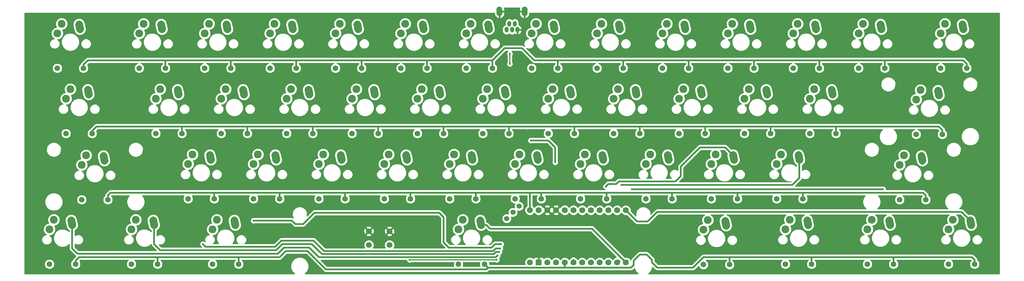
<source format=gbr>
G04 #@! TF.FileFunction,Copper,L1,Top,Signal*
%FSLAX46Y46*%
G04 Gerber Fmt 4.6, Leading zero omitted, Abs format (unit mm)*
G04 Created by KiCad (PCBNEW 4.0.2+dfsg1-stable) date zo 09 apr 2017 16:36:01 CEST*
%MOMM*%
G01*
G04 APERTURE LIST*
%ADD10C,0.100000*%
%ADD11C,0.600000*%
%ADD12C,1.752600*%
%ADD13R,1.752600X1.752600*%
%ADD14O,1.143000X1.651000*%
%ADD15O,1.701800X2.794000*%
%ADD16C,1.524000*%
%ADD17C,1.700000*%
%ADD18C,1.651000*%
%ADD19C,2.286000*%
%ADD20C,2.286000*%
%ADD21C,0.500000*%
%ADD22C,0.300000*%
%ADD23C,0.254000*%
G04 APERTURE END LIST*
D10*
D11*
X172720000Y32512000D03*
X114046000Y9906000D03*
X130556000Y77216000D03*
X137160000Y9906000D03*
D12*
X156718000Y25654000D03*
X159258000Y25654000D03*
X161798000Y25654000D03*
X164338000Y25654000D03*
X166878000Y25654000D03*
X169418000Y25654000D03*
X171958000Y25654000D03*
X174498000Y25654000D03*
X177038000Y25654000D03*
X179578000Y25654000D03*
X182118000Y25654000D03*
X182118000Y10414000D03*
X179578000Y10414000D03*
X177038000Y10414000D03*
X174498000Y10414000D03*
X171958000Y10414000D03*
X169418000Y10414000D03*
X166878000Y10414000D03*
X164338000Y10414000D03*
X161798000Y10414000D03*
X159258000Y10414000D03*
D13*
X156718000Y10414000D03*
D12*
X154178000Y10414000D03*
X154178000Y25654000D03*
D11*
X148844000Y41402000D03*
X191262000Y40132000D03*
X197104000Y39878000D03*
X164846000Y39624000D03*
X181356000Y36068000D03*
X144780000Y23876000D03*
X280162000Y9652000D03*
X256286000Y9652000D03*
X267462000Y10160000D03*
X220726000Y10160000D03*
X244602000Y10160000D03*
X208534000Y9906000D03*
X232410000Y9906000D03*
X266192000Y77978000D03*
X120142000Y19304000D03*
X180086000Y21590000D03*
X136144000Y20828000D03*
X73660000Y9906000D03*
X30480000Y9906000D03*
X65532000Y9906000D03*
X42164000Y9906000D03*
X52324000Y9906000D03*
D14*
X147370800Y78270100D03*
X148170900Y80017620D03*
X148971000Y78270100D03*
X149771100Y80017620D03*
X150571200Y78270100D03*
D15*
X152618440Y83593940D03*
X145323560Y83593940D03*
D16*
X147437974Y23213923D03*
X149234026Y25009974D03*
X151030077Y26806026D03*
D17*
X107284000Y19494000D03*
X113284000Y19494000D03*
X107284000Y15494000D03*
X113284000Y15494000D03*
D11*
X32004000Y76454000D03*
X149860000Y10922000D03*
X131572000Y22606000D03*
D18*
X109982000Y48006000D03*
D19*
X102362000Y58166000D03*
X103632000Y60960000D03*
D18*
X102362000Y48006000D03*
D20*
X108709536Y60737034D02*
X108968464Y59404966D01*
D18*
X212344000Y9779000D03*
D19*
X204724000Y19939000D03*
X205994000Y22733000D03*
D18*
X204724000Y9779000D03*
D20*
X211071536Y22510034D02*
X211330464Y21177966D01*
D18*
X24130000Y67056000D03*
D19*
X16510000Y77216000D03*
X17780000Y80010000D03*
D18*
X16510000Y67056000D03*
D20*
X22857536Y79787034D02*
X23116464Y78454966D01*
D18*
X283718000Y9906000D03*
D19*
X276098000Y20066000D03*
X277368000Y22860000D03*
D18*
X276098000Y9906000D03*
D20*
X282445536Y22637034D02*
X282704464Y21304966D01*
D18*
X260096000Y9906000D03*
D19*
X252476000Y20066000D03*
X253746000Y22860000D03*
D18*
X252476000Y9906000D03*
D20*
X258823536Y22637034D02*
X259082464Y21304966D01*
D18*
X236220000Y9906000D03*
D19*
X228600000Y20066000D03*
X229870000Y22860000D03*
D18*
X228600000Y9906000D03*
D20*
X234947536Y22637034D02*
X235206464Y21304966D01*
D18*
X140970000Y9906000D03*
D19*
X133350000Y20066000D03*
X134620000Y22860000D03*
D18*
X133350000Y9906000D03*
D20*
X139697536Y22637034D02*
X139956464Y21304966D01*
D18*
X69342000Y9906000D03*
D19*
X61722000Y20066000D03*
X62992000Y22860000D03*
D18*
X61722000Y9906000D03*
D20*
X68069536Y22637034D02*
X68328464Y21304966D01*
D18*
X45720000Y9906000D03*
D19*
X38100000Y20066000D03*
X39370000Y22860000D03*
D18*
X38100000Y9906000D03*
D20*
X44447536Y22637034D02*
X44706464Y21304966D01*
D18*
X21844000Y9906000D03*
D19*
X14224000Y20066000D03*
X15494000Y22860000D03*
D18*
X14224000Y9906000D03*
D20*
X20571536Y22637034D02*
X20830464Y21304966D01*
D18*
X269494000Y28702000D03*
D19*
X261874000Y38862000D03*
X263144000Y41656000D03*
D18*
X261874000Y28702000D03*
D20*
X268221536Y41433034D02*
X268480464Y40100966D01*
D18*
X233680000Y28956000D03*
D19*
X226060000Y39116000D03*
X227330000Y41910000D03*
D18*
X226060000Y28956000D03*
D20*
X232407536Y41687034D02*
X232666464Y40354966D01*
D18*
X214630000Y28956000D03*
D19*
X207010000Y39116000D03*
X208280000Y41910000D03*
D18*
X207010000Y28956000D03*
D20*
X213357536Y41687034D02*
X213616464Y40354966D01*
D18*
X195580000Y28956000D03*
D19*
X187960000Y39116000D03*
X189230000Y41910000D03*
D18*
X187960000Y28956000D03*
D20*
X194307536Y41687034D02*
X194566464Y40354966D01*
D18*
X157480000Y28956000D03*
D19*
X149860000Y39116000D03*
X151130000Y41910000D03*
D18*
X149860000Y28956000D03*
D20*
X156207536Y41687034D02*
X156466464Y40354966D01*
D18*
X138430000Y28956000D03*
D19*
X130810000Y39116000D03*
X132080000Y41910000D03*
D18*
X130810000Y28956000D03*
D20*
X137157536Y41687034D02*
X137416464Y40354966D01*
D18*
X119380000Y28956000D03*
D19*
X111760000Y39116000D03*
X113030000Y41910000D03*
D18*
X111760000Y28956000D03*
D20*
X118107536Y41687034D02*
X118366464Y40354966D01*
D18*
X100330000Y28956000D03*
D19*
X92710000Y39116000D03*
X93980000Y41910000D03*
D18*
X92710000Y28956000D03*
D20*
X99057536Y41687034D02*
X99316464Y40354966D01*
D18*
X81280000Y28956000D03*
D19*
X73660000Y39116000D03*
X74930000Y41910000D03*
D18*
X73660000Y28956000D03*
D20*
X80007536Y41687034D02*
X80266464Y40354966D01*
D18*
X62230000Y28956000D03*
D19*
X54610000Y39116000D03*
X55880000Y41910000D03*
D18*
X54610000Y28956000D03*
D20*
X60957536Y41687034D02*
X61216464Y40354966D01*
D18*
X31242000Y28702000D03*
D19*
X23622000Y38862000D03*
X24892000Y41656000D03*
D18*
X23622000Y28702000D03*
D20*
X29969536Y41433034D02*
X30228464Y40100966D01*
D18*
X274320000Y47752000D03*
D19*
X266700000Y57912000D03*
X267970000Y60706000D03*
D18*
X266700000Y47752000D03*
D20*
X273047536Y60483034D02*
X273306464Y59150966D01*
D18*
X243332000Y48006000D03*
D19*
X235712000Y58166000D03*
X236982000Y60960000D03*
D18*
X235712000Y48006000D03*
D20*
X242059536Y60737034D02*
X242318464Y59404966D01*
D18*
X224282000Y48006000D03*
D19*
X216662000Y58166000D03*
X217932000Y60960000D03*
D18*
X216662000Y48006000D03*
D20*
X223009536Y60737034D02*
X223268464Y59404966D01*
D18*
X205232000Y48006000D03*
D19*
X197612000Y58166000D03*
X198882000Y60960000D03*
D18*
X197612000Y48006000D03*
D20*
X203959536Y60737034D02*
X204218464Y59404966D01*
D18*
X186182000Y48006000D03*
D19*
X178562000Y58166000D03*
X179832000Y60960000D03*
D18*
X178562000Y48006000D03*
D20*
X184909536Y60737034D02*
X185168464Y59404966D01*
D18*
X167132000Y48006000D03*
D19*
X159512000Y58166000D03*
X160782000Y60960000D03*
D18*
X159512000Y48006000D03*
D20*
X165859536Y60737034D02*
X166118464Y59404966D01*
D18*
X148082000Y48006000D03*
D19*
X140462000Y58166000D03*
X141732000Y60960000D03*
D18*
X140462000Y48006000D03*
D20*
X146809536Y60737034D02*
X147068464Y59404966D01*
D18*
X129032000Y48006000D03*
D19*
X121412000Y58166000D03*
X122682000Y60960000D03*
D18*
X121412000Y48006000D03*
D20*
X127759536Y60737034D02*
X128018464Y59404966D01*
D18*
X90932000Y48006000D03*
D19*
X83312000Y58166000D03*
X84582000Y60960000D03*
D18*
X83312000Y48006000D03*
D20*
X89659536Y60737034D02*
X89918464Y59404966D01*
D18*
X71882000Y48006000D03*
D19*
X64262000Y58166000D03*
X65532000Y60960000D03*
D18*
X64262000Y48006000D03*
D20*
X70609536Y60737034D02*
X70868464Y59404966D01*
D18*
X52832000Y48006000D03*
D19*
X45212000Y58166000D03*
X46482000Y60960000D03*
D18*
X45212000Y48006000D03*
D20*
X51559536Y60737034D02*
X51818464Y59404966D01*
D18*
X26670000Y48006000D03*
D19*
X19050000Y58166000D03*
X20320000Y60960000D03*
D18*
X19050000Y48006000D03*
D20*
X25397536Y60737034D02*
X25656464Y59404966D01*
D18*
X281432000Y67056000D03*
D19*
X273812000Y77216000D03*
X275082000Y80010000D03*
D18*
X273812000Y67056000D03*
D20*
X280159536Y79787034D02*
X280418464Y78454966D01*
D18*
X257556000Y67056000D03*
D19*
X249936000Y77216000D03*
X251206000Y80010000D03*
D18*
X249936000Y67056000D03*
D20*
X256283536Y79787034D02*
X256542464Y78454966D01*
D18*
X238506000Y67056000D03*
D19*
X230886000Y77216000D03*
X232156000Y80010000D03*
D18*
X230886000Y67056000D03*
D20*
X237233536Y79787034D02*
X237492464Y78454966D01*
D18*
X219456000Y67056000D03*
D19*
X211836000Y77216000D03*
X213106000Y80010000D03*
D18*
X211836000Y67056000D03*
D20*
X218183536Y79787034D02*
X218442464Y78454966D01*
D18*
X200406000Y67056000D03*
D19*
X192786000Y77216000D03*
X194056000Y80010000D03*
D18*
X192786000Y67056000D03*
D20*
X199133536Y79787034D02*
X199392464Y78454966D01*
D18*
X181356000Y67056000D03*
D19*
X173736000Y77216000D03*
X175006000Y80010000D03*
D18*
X173736000Y67056000D03*
D20*
X180083536Y79787034D02*
X180342464Y78454966D01*
D18*
X162306000Y67056000D03*
D19*
X154686000Y77216000D03*
X155956000Y80010000D03*
D18*
X154686000Y67056000D03*
D20*
X161033536Y79787034D02*
X161292464Y78454966D01*
D18*
X143256000Y67056000D03*
D19*
X135636000Y77216000D03*
X136906000Y80010000D03*
D18*
X135636000Y67056000D03*
D20*
X141983536Y79787034D02*
X142242464Y78454966D01*
D18*
X124206000Y67056000D03*
D19*
X116586000Y77216000D03*
X117856000Y80010000D03*
D18*
X116586000Y67056000D03*
D20*
X122933536Y79787034D02*
X123192464Y78454966D01*
D18*
X105156000Y67056000D03*
D19*
X97536000Y77216000D03*
X98806000Y80010000D03*
D18*
X97536000Y67056000D03*
D20*
X103883536Y79787034D02*
X104142464Y78454966D01*
D18*
X86106000Y67056000D03*
D19*
X78486000Y77216000D03*
X79756000Y80010000D03*
D18*
X78486000Y67056000D03*
D20*
X84833536Y79787034D02*
X85092464Y78454966D01*
D18*
X67056000Y67056000D03*
D19*
X59436000Y77216000D03*
X60706000Y80010000D03*
D18*
X59436000Y67056000D03*
D20*
X65783536Y79787034D02*
X66042464Y78454966D01*
D18*
X48006000Y67056000D03*
D19*
X40386000Y77216000D03*
X41656000Y80010000D03*
D18*
X40386000Y67056000D03*
D20*
X46733536Y79787034D02*
X46992464Y78454966D01*
D18*
X176530000Y28956000D03*
D19*
X168910000Y39116000D03*
X170180000Y41910000D03*
D18*
X168910000Y28956000D03*
D20*
X175257536Y41687034D02*
X175516464Y40354966D01*
D11*
X145288000Y13462000D03*
X58928000Y15748000D03*
X145542000Y14478000D03*
X73660000Y22606000D03*
X145796000Y15748000D03*
X176276000Y32512000D03*
X180848000Y33020000D03*
X257048000Y31750000D03*
X183896000Y31750000D03*
X153416000Y50038000D03*
X154432000Y45974000D03*
X161544000Y39624000D03*
X157988000Y69342000D03*
X144526000Y11176000D03*
X119126000Y11176000D03*
X144780000Y12446000D03*
X148336000Y71247000D03*
X148336000Y68326000D03*
D21*
X130048000Y12827000D02*
X143637000Y12827000D01*
X144272000Y13462000D02*
X145288000Y13462000D01*
X143637000Y12827000D02*
X144272000Y13462000D01*
X92456000Y13970000D02*
X90678000Y15748000D01*
X82042000Y15748000D02*
X80264000Y13970000D01*
X90678000Y15748000D02*
X82042000Y15748000D01*
X130048000Y12827000D02*
X93599000Y12827000D01*
X93599000Y12827000D02*
X92710000Y13716000D01*
X92710000Y13716000D02*
X92456000Y13970000D01*
X46482000Y13970000D02*
X44704000Y15748000D01*
X76454000Y13970000D02*
X80264000Y13970000D01*
X58928000Y13970000D02*
X46482000Y13970000D01*
X76454000Y13970000D02*
X58928000Y13970000D01*
X44704000Y15748000D02*
X44704000Y21336000D01*
X169418000Y10414000D02*
X169164000Y10414000D01*
X129540000Y13716000D02*
X143510000Y13716000D01*
X144272000Y14478000D02*
X145542000Y14478000D01*
X143510000Y13716000D02*
X144272000Y14478000D01*
X92964000Y14986000D02*
X91186000Y16764000D01*
X81788000Y16764000D02*
X80010000Y14986000D01*
X91186000Y16764000D02*
X81788000Y16764000D01*
X129540000Y13716000D02*
X94234000Y13716000D01*
X94234000Y13716000D02*
X92964000Y14986000D01*
X72644000Y14986000D02*
X59690000Y14986000D01*
X59690000Y14986000D02*
X58928000Y15748000D01*
X76708000Y14986000D02*
X80010000Y14986000D01*
X76708000Y14986000D02*
X72644000Y14986000D01*
X171958000Y10414000D02*
X171958000Y10668000D01*
X145796000Y15748000D02*
X144018000Y15748000D01*
X129032000Y23622000D02*
X127762000Y24892000D01*
X129032000Y16256000D02*
X129032000Y23622000D01*
X130556000Y14732000D02*
X129032000Y16256000D01*
X143002000Y14732000D02*
X130556000Y14732000D01*
X144018000Y15748000D02*
X143002000Y14732000D01*
X89408000Y22860000D02*
X88138000Y21590000D01*
X127762000Y24892000D02*
X91440000Y24892000D01*
X84836000Y22606000D02*
X73660000Y22606000D01*
X91440000Y24892000D02*
X89408000Y22860000D01*
X88138000Y21590000D02*
X85852000Y21590000D01*
X85852000Y21590000D02*
X84836000Y22606000D01*
X180340000Y10668000D02*
X180086000Y10922000D01*
X139954000Y21336000D02*
X141478000Y21336000D01*
X172273998Y20258002D02*
X182118000Y10414000D01*
X142555998Y20258002D02*
X172273998Y20258002D01*
X141478000Y21336000D02*
X142555998Y20258002D01*
X182626000Y10668000D02*
X182626000Y10922000D01*
X178562000Y33274000D02*
X179324000Y33274000D01*
X196596000Y34036000D02*
X198120000Y35560000D01*
X179324000Y33274000D02*
X180086000Y34036000D01*
X180086000Y34036000D02*
X196596000Y34036000D01*
X198120000Y38354000D02*
X198120000Y35560000D01*
X203200000Y43434000D02*
X203708000Y43942000D01*
X203708000Y43942000D02*
X211074000Y43942000D01*
X211074000Y43942000D02*
X213360000Y41656000D01*
X198120000Y38354000D02*
X203200000Y43434000D01*
X179324000Y33274000D02*
X179324000Y33274000D01*
X177038000Y33274000D02*
X178562000Y33274000D01*
X176276000Y32512000D02*
X177038000Y33274000D01*
X180848000Y33020000D02*
X200152000Y33020000D01*
X232664000Y36576000D02*
X232664000Y40386000D01*
X230886000Y33274000D02*
X232664000Y35052000D01*
X232664000Y35052000D02*
X232664000Y36576000D01*
X230886000Y33274000D02*
X230632000Y33020000D01*
X230632000Y33020000D02*
X200152000Y33020000D01*
X212090000Y31750000D02*
X257048000Y31750000D01*
X192532000Y31750000D02*
X183896000Y31750000D01*
X212090000Y31750000D02*
X192532000Y31750000D01*
X182118000Y25654000D02*
X185420000Y22352000D01*
X188468000Y22352000D02*
X191262000Y25146000D01*
X185420000Y22352000D02*
X188468000Y22352000D01*
X282448000Y22606000D02*
X279908000Y25146000D01*
X250444000Y25146000D02*
X279908000Y25146000D01*
X250444000Y25146000D02*
X250444000Y25146000D01*
X191262000Y25146000D02*
X250444000Y25146000D01*
X268478000Y39116000D02*
X268478000Y40132000D01*
X141986000Y8890000D02*
X141478000Y8382000D01*
X94742000Y8382000D02*
X92202000Y10922000D01*
X141478000Y8382000D02*
X94742000Y8382000D01*
X143256000Y8890000D02*
X141986000Y8890000D01*
X141986000Y8890000D02*
X140970000Y9906000D01*
X91186000Y11938000D02*
X89408000Y13716000D01*
X69088000Y11938000D02*
X73152000Y11938000D01*
X75692000Y11938000D02*
X81280000Y11938000D01*
X73152000Y11938000D02*
X75692000Y11938000D01*
X92202000Y10922000D02*
X91186000Y11938000D01*
X89408000Y13716000D02*
X83058000Y13716000D01*
X83058000Y13716000D02*
X81280000Y11938000D01*
X183642000Y8890000D02*
X184404000Y9652000D01*
X189738000Y10414000D02*
X191262000Y8890000D01*
X189738000Y11176000D02*
X189738000Y10414000D01*
X188214000Y12700000D02*
X189738000Y11176000D01*
X186182000Y12700000D02*
X188214000Y12700000D01*
X184404000Y10922000D02*
X186182000Y12700000D01*
X184404000Y9652000D02*
X184404000Y10922000D01*
X164338000Y10414000D02*
X164338000Y8890000D01*
X164338000Y8890000D02*
X164084000Y8890000D01*
X199644000Y8890000D02*
X201676000Y8890000D01*
X204724000Y11938000D02*
X212344000Y11938000D01*
X192024000Y8890000D02*
X191262000Y8890000D01*
X192024000Y8890000D02*
X199644000Y8890000D01*
X201676000Y8890000D02*
X204724000Y11938000D01*
X143256000Y8890000D02*
X146812000Y8890000D01*
X283718000Y9906000D02*
X283718000Y11176000D01*
X282956000Y11938000D02*
X281686000Y11938000D01*
X283718000Y11176000D02*
X282956000Y11938000D01*
X260096000Y9906000D02*
X260096000Y11938000D01*
X236220000Y9906000D02*
X236220000Y11938000D01*
X212344000Y9779000D02*
X212344000Y11938000D01*
X69342000Y9906000D02*
X69342000Y11938000D01*
X69342000Y11938000D02*
X69088000Y11938000D01*
X45720000Y9906000D02*
X45720000Y11938000D01*
X21844000Y9906000D02*
X21844000Y10922000D01*
X22860000Y11938000D02*
X24384000Y11938000D01*
X21844000Y10922000D02*
X22860000Y11938000D01*
X146812000Y8890000D02*
X148844000Y8890000D01*
X281686000Y11938000D02*
X281432000Y11938000D01*
X265176000Y11938000D02*
X281432000Y11938000D01*
X262636000Y11938000D02*
X265176000Y11938000D01*
X262636000Y11938000D02*
X260096000Y11938000D01*
X260096000Y11938000D02*
X241300000Y11938000D01*
X238252000Y11938000D02*
X236220000Y11938000D01*
X241300000Y11938000D02*
X238252000Y11938000D01*
X236220000Y11938000D02*
X216408000Y11938000D01*
X212344000Y11938000D02*
X214376000Y11938000D01*
X216408000Y11938000D02*
X214376000Y11938000D01*
X148844000Y8890000D02*
X154432000Y8890000D01*
X183642000Y8890000D02*
X180340000Y8890000D01*
X180340000Y8890000D02*
X164084000Y8890000D01*
X164084000Y8890000D02*
X154432000Y8890000D01*
X53340000Y11938000D02*
X69088000Y11938000D01*
X24384000Y11938000D02*
X45720000Y11938000D01*
X45720000Y11938000D02*
X53340000Y11938000D01*
X154178000Y25654000D02*
X154178000Y30734000D01*
X154178000Y30734000D02*
X153924000Y30734000D01*
X269494000Y28702000D02*
X269494000Y29972000D01*
X268732000Y30734000D02*
X267716000Y30734000D01*
X269494000Y29972000D02*
X268732000Y30734000D01*
X31242000Y28702000D02*
X31242000Y29972000D01*
X32004000Y30734000D02*
X34036000Y30734000D01*
X31242000Y29972000D02*
X32004000Y30734000D01*
X62230000Y28956000D02*
X62230000Y30734000D01*
X62230000Y30734000D02*
X62484000Y30734000D01*
X81280000Y28956000D02*
X81280000Y30734000D01*
X100330000Y28956000D02*
X100330000Y30734000D01*
X100330000Y30734000D02*
X100584000Y30734000D01*
X119380000Y28956000D02*
X119380000Y30734000D01*
X138430000Y28956000D02*
X138430000Y30734000D01*
X138430000Y30734000D02*
X138176000Y30734000D01*
X157480000Y28956000D02*
X157480000Y30734000D01*
X176530000Y28956000D02*
X176530000Y30734000D01*
X176530000Y30734000D02*
X176276000Y30734000D01*
X195580000Y28956000D02*
X195580000Y30734000D01*
X214630000Y28956000D02*
X214630000Y30734000D01*
X214630000Y30734000D02*
X214884000Y30734000D01*
X233680000Y28956000D02*
X233680000Y30734000D01*
X269494000Y28702000D02*
X269494000Y29464000D01*
X267716000Y30734000D02*
X266700000Y30734000D01*
X266700000Y30734000D02*
X233680000Y30734000D01*
X269240000Y28702000D02*
X269494000Y28702000D01*
X62484000Y30734000D02*
X36576000Y30734000D01*
X34036000Y30734000D02*
X36576000Y30734000D01*
X233680000Y30734000D02*
X214884000Y30734000D01*
X214884000Y30734000D02*
X195580000Y30734000D01*
X195580000Y30734000D02*
X178816000Y30734000D01*
X178816000Y30734000D02*
X176276000Y30734000D01*
X176276000Y30734000D02*
X167132000Y30734000D01*
X167132000Y30734000D02*
X159004000Y30734000D01*
X159004000Y30734000D02*
X157480000Y30734000D01*
X157480000Y30734000D02*
X153924000Y30734000D01*
X153924000Y30734000D02*
X153416000Y30734000D01*
X153416000Y30734000D02*
X141224000Y30734000D01*
X141224000Y30734000D02*
X138176000Y30734000D01*
X138176000Y30734000D02*
X126492000Y30734000D01*
X126492000Y30734000D02*
X119380000Y30734000D01*
X119380000Y30734000D02*
X101600000Y30734000D01*
X101600000Y30734000D02*
X100584000Y30734000D01*
X100584000Y30734000D02*
X83312000Y30734000D01*
X83312000Y30734000D02*
X81280000Y30734000D01*
X81280000Y30734000D02*
X64008000Y30734000D01*
X64008000Y30734000D02*
X62484000Y30734000D01*
X274320000Y47752000D02*
X274320000Y49022000D01*
X273304000Y50038000D02*
X272288000Y50038000D01*
X274320000Y49022000D02*
X273304000Y50038000D01*
X243332000Y48006000D02*
X243332000Y50038000D01*
X224282000Y48006000D02*
X224282000Y50038000D01*
X224282000Y50038000D02*
X224536000Y50038000D01*
X205232000Y48006000D02*
X205232000Y50038000D01*
X186182000Y48006000D02*
X186182000Y50038000D01*
X186182000Y50038000D02*
X186436000Y50038000D01*
X167132000Y48006000D02*
X167132000Y50038000D01*
X148082000Y48006000D02*
X148082000Y50038000D01*
X148082000Y50038000D02*
X148336000Y50038000D01*
X129032000Y48006000D02*
X129032000Y50038000D01*
X109982000Y48006000D02*
X109982000Y50038000D01*
X109982000Y50038000D02*
X110236000Y50038000D01*
X90932000Y48006000D02*
X90932000Y50038000D01*
X71882000Y48006000D02*
X71882000Y50038000D01*
X71882000Y50038000D02*
X71628000Y50038000D01*
X52832000Y48006000D02*
X52832000Y50038000D01*
X26670000Y48006000D02*
X26670000Y48768000D01*
X26670000Y48768000D02*
X27940000Y50038000D01*
X29464000Y50038000D02*
X33528000Y50038000D01*
X52832000Y50038000D02*
X33528000Y50038000D01*
X27940000Y50038000D02*
X29464000Y50038000D01*
X274320000Y48006000D02*
X274320000Y47752000D01*
X272288000Y50038000D02*
X245364000Y50038000D01*
X245364000Y50038000D02*
X243332000Y50038000D01*
X243332000Y50038000D02*
X226568000Y50038000D01*
X226568000Y50038000D02*
X224536000Y50038000D01*
X224536000Y50038000D02*
X207264000Y50038000D01*
X207264000Y50038000D02*
X205232000Y50038000D01*
X205232000Y50038000D02*
X187960000Y50038000D01*
X187960000Y50038000D02*
X186436000Y50038000D01*
X186436000Y50038000D02*
X172212000Y50038000D01*
X172212000Y50038000D02*
X169164000Y50038000D01*
X169164000Y50038000D02*
X167132000Y50038000D01*
X167132000Y50038000D02*
X156972000Y50038000D01*
X156972000Y50038000D02*
X154432000Y50038000D01*
X154432000Y50038000D02*
X153416000Y50038000D01*
X153416000Y50038000D02*
X150368000Y50038000D01*
X150368000Y50038000D02*
X148336000Y50038000D01*
X148336000Y50038000D02*
X131064000Y50038000D01*
X131064000Y50038000D02*
X129032000Y50038000D01*
X129032000Y50038000D02*
X111252000Y50038000D01*
X111252000Y50038000D02*
X110236000Y50038000D01*
X110236000Y50038000D02*
X92964000Y50038000D01*
X92964000Y50038000D02*
X90932000Y50038000D01*
X90932000Y50038000D02*
X74676000Y50038000D01*
X74676000Y50038000D02*
X71628000Y50038000D01*
X71628000Y50038000D02*
X55372000Y50038000D01*
X55372000Y50038000D02*
X52832000Y50038000D01*
X159512000Y45974000D02*
X154432000Y45974000D01*
X161544000Y43942000D02*
X159512000Y45974000D01*
X161544000Y39624000D02*
X161544000Y43942000D01*
X143256000Y69342000D02*
X146812000Y72898000D01*
X151892000Y72898000D02*
X155448000Y69342000D01*
X146812000Y72898000D02*
X151892000Y72898000D01*
X24130000Y67056000D02*
X24130000Y68072000D01*
X25400000Y69342000D02*
X26416000Y69342000D01*
X24130000Y68072000D02*
X25400000Y69342000D01*
X281432000Y67056000D02*
X281432000Y68326000D01*
X280416000Y69342000D02*
X279146000Y69342000D01*
X281432000Y68326000D02*
X280416000Y69342000D01*
X257556000Y67056000D02*
X257556000Y69342000D01*
X238506000Y67056000D02*
X238506000Y69342000D01*
X238506000Y69342000D02*
X238760000Y69342000D01*
X219456000Y67056000D02*
X219456000Y69342000D01*
X200406000Y67056000D02*
X200406000Y69342000D01*
X200406000Y69342000D02*
X200660000Y69342000D01*
X181356000Y67056000D02*
X181356000Y69342000D01*
X162306000Y67056000D02*
X162306000Y69342000D01*
X162306000Y69342000D02*
X162560000Y69342000D01*
X143256000Y67056000D02*
X143256000Y69342000D01*
X124206000Y67056000D02*
X124206000Y69342000D01*
X124206000Y69342000D02*
X123952000Y69342000D01*
X105156000Y67056000D02*
X105156000Y69342000D01*
X86106000Y67056000D02*
X86106000Y69342000D01*
X86106000Y69342000D02*
X86360000Y69342000D01*
X67056000Y67056000D02*
X67056000Y69342000D01*
X48006000Y67056000D02*
X48006000Y69342000D01*
X48006000Y69342000D02*
X47752000Y69342000D01*
X278892000Y69342000D02*
X260096000Y69342000D01*
X260096000Y69342000D02*
X257556000Y69342000D01*
X279146000Y69342000D02*
X278892000Y69342000D01*
X257556000Y69342000D02*
X240792000Y69342000D01*
X240792000Y69342000D02*
X238760000Y69342000D01*
X238760000Y69342000D02*
X221996000Y69342000D01*
X221996000Y69342000D02*
X219456000Y69342000D01*
X219456000Y69342000D02*
X203708000Y69342000D01*
X203708000Y69342000D02*
X200660000Y69342000D01*
X200660000Y69342000D02*
X184404000Y69342000D01*
X184404000Y69342000D02*
X181356000Y69342000D01*
X181356000Y69342000D02*
X169672000Y69342000D01*
X169672000Y69342000D02*
X168148000Y69342000D01*
X168148000Y69342000D02*
X167640000Y69342000D01*
X167640000Y69342000D02*
X165100000Y69342000D01*
X165100000Y69342000D02*
X162560000Y69342000D01*
X162560000Y69342000D02*
X157988000Y69342000D01*
X157988000Y69342000D02*
X155448000Y69342000D01*
X143256000Y69342000D02*
X127000000Y69342000D01*
X127000000Y69342000D02*
X123952000Y69342000D01*
X123952000Y69342000D02*
X107188000Y69342000D01*
X107188000Y69342000D02*
X105156000Y69342000D01*
X105156000Y69342000D02*
X88392000Y69342000D01*
X88392000Y69342000D02*
X86360000Y69342000D01*
X86360000Y69342000D02*
X69342000Y69342000D01*
X69342000Y69342000D02*
X67056000Y69342000D01*
X67056000Y69342000D02*
X50292000Y69342000D01*
X26416000Y69342000D02*
X47752000Y69342000D01*
X47752000Y69342000D02*
X50292000Y69342000D01*
X26416000Y69342000D02*
X50292000Y69342000D01*
D22*
X130810000Y11176000D02*
X144526000Y11176000D01*
X130810000Y11176000D02*
X119126000Y11176000D01*
D21*
X130556000Y11938000D02*
X144272000Y11938000D01*
X144272000Y11938000D02*
X144780000Y12446000D01*
X80772000Y12954000D02*
X82550000Y14732000D01*
X82550000Y14732000D02*
X83312000Y14732000D01*
X91694000Y12954000D02*
X89916000Y14732000D01*
X91948000Y12700000D02*
X91694000Y12954000D01*
X92710000Y11938000D02*
X91948000Y12700000D01*
X130556000Y11938000D02*
X92710000Y11938000D01*
X89916000Y14732000D02*
X83312000Y14732000D01*
X76200000Y12954000D02*
X80772000Y12954000D01*
X52324000Y12954000D02*
X22352000Y12954000D01*
X76200000Y12954000D02*
X52324000Y12954000D01*
X20828000Y14478000D02*
X20828000Y21336000D01*
X22352000Y12954000D02*
X20828000Y14478000D01*
X166878000Y10414000D02*
X166878000Y11176000D01*
D22*
X148336000Y68326000D02*
X148336000Y71247000D01*
D23*
G36*
X151132540Y84267040D02*
X151132540Y83720940D01*
X152491440Y83720940D01*
X152491440Y83740940D01*
X152745440Y83740940D01*
X152745440Y83720940D01*
X152765440Y83720940D01*
X152765440Y83466940D01*
X152745440Y83466940D01*
X152745440Y81726781D01*
X152975472Y81605471D01*
X153069737Y81626446D01*
X153579328Y81907347D01*
X153942632Y82361878D01*
X154104340Y82920840D01*
X154104340Y83110000D01*
X290882000Y83110000D01*
X290882000Y7060000D01*
X188704212Y7060000D01*
X189425373Y7779904D01*
X189826442Y8745785D01*
X189826728Y9073692D01*
X190636208Y8264213D01*
X190636210Y8264210D01*
X190840064Y8128000D01*
X190923325Y8072367D01*
X191262000Y8005000D01*
X201675995Y8005000D01*
X201676000Y8004999D01*
X201958484Y8061190D01*
X202014675Y8072367D01*
X202301790Y8264210D01*
X203340464Y9302884D01*
X203485126Y8952774D01*
X203895613Y8541570D01*
X204432214Y8318754D01*
X205013237Y8318247D01*
X205550226Y8540126D01*
X205961430Y8950613D01*
X206184246Y9487214D01*
X206184753Y10068237D01*
X205962874Y10605226D01*
X205552387Y11016430D01*
X205464317Y11053000D01*
X211459000Y11053000D01*
X211459000Y10959202D01*
X211106570Y10607387D01*
X210883754Y10070786D01*
X210883247Y9489763D01*
X211105126Y8952774D01*
X211515613Y8541570D01*
X212052214Y8318754D01*
X212633237Y8318247D01*
X213170226Y8540126D01*
X213581430Y8950613D01*
X213804246Y9487214D01*
X213804753Y10068237D01*
X213582874Y10605226D01*
X213229000Y10959718D01*
X213229000Y11053000D01*
X227681740Y11053000D01*
X227362570Y10734387D01*
X227139754Y10197786D01*
X227139247Y9616763D01*
X227361126Y9079774D01*
X227771613Y8668570D01*
X228308214Y8445754D01*
X228889237Y8445247D01*
X229426226Y8667126D01*
X229837430Y9077613D01*
X230060246Y9614214D01*
X230060753Y10195237D01*
X229838874Y10732226D01*
X229518659Y11053000D01*
X235301740Y11053000D01*
X234982570Y10734387D01*
X234759754Y10197786D01*
X234759247Y9616763D01*
X234981126Y9079774D01*
X235391613Y8668570D01*
X235928214Y8445754D01*
X236509237Y8445247D01*
X237046226Y8667126D01*
X237457430Y9077613D01*
X237680246Y9614214D01*
X237680753Y10195237D01*
X237458874Y10732226D01*
X237138659Y11053000D01*
X251557740Y11053000D01*
X251238570Y10734387D01*
X251015754Y10197786D01*
X251015247Y9616763D01*
X251237126Y9079774D01*
X251647613Y8668570D01*
X252184214Y8445754D01*
X252765237Y8445247D01*
X253302226Y8667126D01*
X253713430Y9077613D01*
X253936246Y9614214D01*
X253936753Y10195237D01*
X253714874Y10732226D01*
X253394659Y11053000D01*
X259177740Y11053000D01*
X258858570Y10734387D01*
X258635754Y10197786D01*
X258635247Y9616763D01*
X258857126Y9079774D01*
X259267613Y8668570D01*
X259804214Y8445754D01*
X260385237Y8445247D01*
X260922226Y8667126D01*
X261333430Y9077613D01*
X261556246Y9614214D01*
X261556753Y10195237D01*
X261334874Y10732226D01*
X261014659Y11053000D01*
X275179740Y11053000D01*
X274860570Y10734387D01*
X274637754Y10197786D01*
X274637247Y9616763D01*
X274859126Y9079774D01*
X275269613Y8668570D01*
X275806214Y8445754D01*
X276387237Y8445247D01*
X276924226Y8667126D01*
X277335430Y9077613D01*
X277558246Y9614214D01*
X277558753Y10195237D01*
X277336874Y10732226D01*
X277016659Y11053000D01*
X282589420Y11053000D01*
X282694488Y10947932D01*
X282480570Y10734387D01*
X282257754Y10197786D01*
X282257247Y9616763D01*
X282479126Y9079774D01*
X282889613Y8668570D01*
X283426214Y8445754D01*
X284007237Y8445247D01*
X284544226Y8667126D01*
X284955430Y9077613D01*
X285178246Y9614214D01*
X285178753Y10195237D01*
X284956874Y10732226D01*
X284603000Y11086718D01*
X284603000Y11175995D01*
X284603001Y11176000D01*
X284535633Y11514674D01*
X284535633Y11514675D01*
X284343790Y11801790D01*
X284343787Y11801792D01*
X283581790Y12563790D01*
X283504660Y12615326D01*
X283294675Y12755633D01*
X283238484Y12766810D01*
X282956000Y12823001D01*
X282955995Y12823000D01*
X204724005Y12823000D01*
X204724000Y12823001D01*
X204441516Y12766810D01*
X204385325Y12755633D01*
X204098210Y12563790D01*
X204098208Y12563787D01*
X201309420Y9775000D01*
X191628579Y9775000D01*
X190623000Y10780580D01*
X190623000Y11176000D01*
X190555633Y11514675D01*
X190363790Y11801790D01*
X190363787Y11801792D01*
X188839790Y13325790D01*
X188649721Y13452789D01*
X188552675Y13517633D01*
X188496484Y13528810D01*
X188214000Y13585001D01*
X188213995Y13585000D01*
X186182005Y13585000D01*
X186182000Y13585001D01*
X185899516Y13528810D01*
X185843325Y13517633D01*
X185556210Y13325790D01*
X185556208Y13325787D01*
X183778210Y11547790D01*
X183586367Y11260675D01*
X183580590Y11231633D01*
X183526905Y10961746D01*
X183480990Y11072868D01*
X183443633Y11260675D01*
X183251790Y11547790D01*
X182964675Y11739633D01*
X182776106Y11777142D01*
X182419935Y11925037D01*
X181858051Y11925528D01*
X172899788Y20883792D01*
X172847894Y20918466D01*
X172612673Y21075635D01*
X172556482Y21086812D01*
X172273998Y21143003D01*
X172273993Y21143002D01*
X142922577Y21143002D01*
X142103790Y21961790D01*
X142026660Y22013326D01*
X141816675Y22153633D01*
X141760484Y22164810D01*
X141594175Y22197892D01*
X141433686Y23023535D01*
X141171002Y23665620D01*
X140682598Y24158305D01*
X140042829Y24426582D01*
X139349094Y24429609D01*
X138707009Y24166925D01*
X138214324Y23678521D01*
X137946047Y23038752D01*
X137943020Y22345017D01*
X138220314Y20918466D01*
X138482998Y20276380D01*
X138971402Y19783695D01*
X139611171Y19515418D01*
X140304906Y19512391D01*
X140946991Y19775075D01*
X141369001Y20193419D01*
X141930206Y19632215D01*
X141930208Y19632212D01*
X142105004Y19515418D01*
X142217323Y19440369D01*
X142555998Y19373002D01*
X171907418Y19373002D01*
X179354925Y11925495D01*
X179278703Y11925562D01*
X178723036Y11695965D01*
X178307649Y11281302D01*
X177895200Y11694471D01*
X177339935Y11925037D01*
X176738703Y11925562D01*
X176183036Y11695965D01*
X175767649Y11281302D01*
X175355200Y11694471D01*
X174799935Y11925037D01*
X174198703Y11925562D01*
X173643036Y11695965D01*
X173227649Y11281302D01*
X172815200Y11694471D01*
X172259935Y11925037D01*
X171658703Y11925562D01*
X171103036Y11695965D01*
X170687649Y11281302D01*
X170275200Y11694471D01*
X169719935Y11925037D01*
X169118703Y11925562D01*
X168563036Y11695965D01*
X168147649Y11281302D01*
X167735200Y11694471D01*
X167514174Y11786249D01*
X167503790Y11801790D01*
X167216675Y11993633D01*
X166878000Y12061000D01*
X166539325Y11993633D01*
X166252210Y11801790D01*
X166241935Y11786412D01*
X166023036Y11695965D01*
X165607649Y11281302D01*
X165195200Y11694471D01*
X164639935Y11925037D01*
X164038703Y11925562D01*
X163483036Y11695965D01*
X163067649Y11281302D01*
X162655200Y11694471D01*
X162099935Y11925037D01*
X161498703Y11925562D01*
X160943036Y11695965D01*
X160527649Y11281302D01*
X160115200Y11694471D01*
X159559935Y11925037D01*
X158958703Y11925562D01*
X158403036Y11695965D01*
X158198260Y11491546D01*
X158132627Y11649999D01*
X157953998Y11828627D01*
X157720609Y11925300D01*
X157003750Y11925300D01*
X156845000Y11766550D01*
X156845000Y10541000D01*
X156865000Y10541000D01*
X156865000Y10287000D01*
X156845000Y10287000D01*
X156845000Y10267000D01*
X156591000Y10267000D01*
X156591000Y10287000D01*
X156571000Y10287000D01*
X156571000Y10541000D01*
X156591000Y10541000D01*
X156591000Y11766550D01*
X156432250Y11925300D01*
X155715391Y11925300D01*
X155482002Y11828627D01*
X155303373Y11649999D01*
X155237749Y11491568D01*
X155035200Y11694471D01*
X154479935Y11925037D01*
X153878703Y11925562D01*
X153323036Y11695965D01*
X152897529Y11271200D01*
X152666963Y10715935D01*
X152666438Y10114703D01*
X152806800Y9775000D01*
X142430386Y9775000D01*
X142430753Y10195237D01*
X142349865Y10391000D01*
X143988494Y10391000D01*
X143995673Y10383808D01*
X144339201Y10241162D01*
X144711167Y10240838D01*
X145054943Y10382883D01*
X145318192Y10645673D01*
X145460838Y10989201D01*
X145461162Y11361167D01*
X145331375Y11675276D01*
X145572192Y11915673D01*
X145714838Y12259201D01*
X145715158Y12626826D01*
X145816943Y12668883D01*
X146080192Y12931673D01*
X146222838Y13275201D01*
X146223162Y13647167D01*
X146167678Y13781449D01*
X146334192Y13947673D01*
X146476838Y14291201D01*
X146477162Y14663167D01*
X146347375Y14977276D01*
X146588192Y15217673D01*
X146730838Y15561201D01*
X146731162Y15933167D01*
X146589117Y16276943D01*
X146326327Y16540192D01*
X145982799Y16682838D01*
X145610833Y16683162D01*
X145489431Y16633000D01*
X144018005Y16633000D01*
X144018000Y16633001D01*
X143735516Y16576810D01*
X143679325Y16565633D01*
X143392210Y16373790D01*
X143392208Y16373787D01*
X142635420Y15617000D01*
X142232365Y15617000D01*
X142572595Y15757580D01*
X142990951Y16175206D01*
X143217642Y16721139D01*
X143218158Y17312267D01*
X142992420Y17858595D01*
X142574794Y18276951D01*
X142028861Y18503642D01*
X141437733Y18504158D01*
X140891405Y18278420D01*
X140473049Y17860794D01*
X140246358Y17314861D01*
X140245842Y16723733D01*
X140471580Y16177405D01*
X140889206Y15759049D01*
X141231298Y15617000D01*
X138968739Y15617000D01*
X139387373Y16034904D01*
X139788442Y17000785D01*
X139789355Y18046626D01*
X139389972Y19013207D01*
X138651096Y19753373D01*
X137685215Y20154442D01*
X136639374Y20155355D01*
X135672793Y19755972D01*
X134932627Y19017096D01*
X134531558Y18051215D01*
X134530645Y17005374D01*
X134930028Y16038793D01*
X135351086Y15617000D01*
X133088365Y15617000D01*
X133428595Y15757580D01*
X133846951Y16175206D01*
X134073642Y16721139D01*
X134074158Y17312267D01*
X133848420Y17858595D01*
X133430794Y18276951D01*
X133404301Y18287952D01*
X133702114Y18287692D01*
X134355840Y18557806D01*
X134856436Y19057529D01*
X135127691Y19710782D01*
X135128308Y20418114D01*
X134858194Y21071840D01*
X134848251Y21081800D01*
X134972114Y21081692D01*
X135625840Y21351806D01*
X136126436Y21851529D01*
X136397691Y22504782D01*
X136398308Y23212114D01*
X136128194Y23865840D01*
X135628471Y24366436D01*
X134975218Y24637691D01*
X134267886Y24638308D01*
X133614160Y24368194D01*
X133113564Y23868471D01*
X132842309Y23215218D01*
X132841692Y22507886D01*
X133111806Y21854160D01*
X133121749Y21844200D01*
X132997886Y21844308D01*
X132344160Y21574194D01*
X131843564Y21074471D01*
X131572309Y20421218D01*
X131571692Y19713886D01*
X131841806Y19060160D01*
X132341529Y18559564D01*
X132475343Y18503999D01*
X132293733Y18504158D01*
X131747405Y18278420D01*
X131329049Y17860794D01*
X131102358Y17314861D01*
X131101842Y16723733D01*
X131327580Y16177405D01*
X131745206Y15759049D01*
X132087298Y15617000D01*
X130922579Y15617000D01*
X129917000Y16622580D01*
X129917000Y23621995D01*
X129917001Y23622000D01*
X129849633Y23960675D01*
X129796680Y24039925D01*
X129657790Y24247790D01*
X129657787Y24247792D01*
X128387790Y25517790D01*
X128233300Y25621016D01*
X128100675Y25709633D01*
X128044484Y25720810D01*
X127762000Y25777001D01*
X127761995Y25777000D01*
X91440005Y25777000D01*
X91440000Y25777001D01*
X91157516Y25720810D01*
X91101325Y25709633D01*
X90814210Y25517790D01*
X90814208Y25517787D01*
X89212839Y23916418D01*
X89280624Y24079664D01*
X89281374Y24938567D01*
X88953378Y25732377D01*
X88346572Y26340244D01*
X87553336Y26669624D01*
X86694433Y26670374D01*
X85900623Y26342378D01*
X85292756Y25735572D01*
X84963376Y24942336D01*
X84962626Y24083433D01*
X85258352Y23367721D01*
X85212750Y23398192D01*
X85174675Y23423633D01*
X85118484Y23434810D01*
X84836000Y23491001D01*
X84835995Y23491000D01*
X73966822Y23491000D01*
X73846799Y23540838D01*
X73474833Y23541162D01*
X73131057Y23399117D01*
X72867808Y23136327D01*
X72725162Y22792799D01*
X72724838Y22420833D01*
X72866883Y22077057D01*
X73129673Y21813808D01*
X73473201Y21671162D01*
X73845167Y21670838D01*
X73966569Y21721000D01*
X84469420Y21721000D01*
X85226208Y20964213D01*
X85226210Y20964210D01*
X85513325Y20772367D01*
X85569516Y20761190D01*
X85852000Y20704999D01*
X85852005Y20705000D01*
X88137995Y20705000D01*
X88138000Y20704999D01*
X88420484Y20761190D01*
X88476675Y20772367D01*
X88763790Y20964210D01*
X90033787Y22234208D01*
X90033790Y22234210D01*
X91806579Y24007000D01*
X127395420Y24007000D01*
X128147000Y23255421D01*
X128147000Y16256005D01*
X128146999Y16256000D01*
X128188333Y16048206D01*
X128214367Y15917325D01*
X128320123Y15759049D01*
X128406210Y15630210D01*
X129435421Y14601000D01*
X114491382Y14601000D01*
X114542188Y14651717D01*
X114768742Y15197319D01*
X114769257Y15788089D01*
X114543656Y16334086D01*
X114126283Y16752188D01*
X113580681Y16978742D01*
X112989911Y16979257D01*
X112443914Y16753656D01*
X112025812Y16336283D01*
X111799258Y15790681D01*
X111798743Y15199911D01*
X112024344Y14653914D01*
X112077166Y14601000D01*
X108491382Y14601000D01*
X108542188Y14651717D01*
X108768742Y15197319D01*
X108769257Y15788089D01*
X108543656Y16334086D01*
X108126283Y16752188D01*
X107580681Y16978742D01*
X106989911Y16979257D01*
X106443914Y16753656D01*
X106025812Y16336283D01*
X105799258Y15790681D01*
X105798743Y15199911D01*
X106024344Y14653914D01*
X106077166Y14601000D01*
X94600579Y14601000D01*
X93589790Y15611790D01*
X93589787Y15611792D01*
X91811790Y17389790D01*
X91524675Y17581633D01*
X91468484Y17592810D01*
X91186000Y17649001D01*
X91185995Y17649000D01*
X81788005Y17649000D01*
X81788000Y17649001D01*
X81505516Y17592810D01*
X81449325Y17581633D01*
X81162210Y17389790D01*
X81162208Y17389787D01*
X79643420Y15871000D01*
X71058213Y15871000D01*
X71362951Y16175206D01*
X71589642Y16721139D01*
X71590158Y17312267D01*
X71364420Y17858595D01*
X70946794Y18276951D01*
X70529945Y18450042D01*
X106419647Y18450042D01*
X106499920Y18198741D01*
X107055279Y17997282D01*
X107645458Y18023685D01*
X108068080Y18198741D01*
X108148353Y18450042D01*
X112419647Y18450042D01*
X112499920Y18198741D01*
X113055279Y17997282D01*
X113645458Y18023685D01*
X114068080Y18198741D01*
X114148353Y18450042D01*
X113284000Y19314395D01*
X112419647Y18450042D01*
X108148353Y18450042D01*
X107284000Y19314395D01*
X106419647Y18450042D01*
X70529945Y18450042D01*
X70400861Y18503642D01*
X69809733Y18504158D01*
X69263405Y18278420D01*
X68845049Y17860794D01*
X68618358Y17314861D01*
X68617842Y16723733D01*
X68843580Y16177405D01*
X69149450Y15871000D01*
X67595183Y15871000D01*
X67759373Y16034904D01*
X68160442Y17000785D01*
X68161355Y18046626D01*
X67761972Y19013207D01*
X67023096Y19753373D01*
X66057215Y20154442D01*
X65011374Y20155355D01*
X64044793Y19755972D01*
X63304627Y19017096D01*
X62903558Y18051215D01*
X62902645Y17005374D01*
X63302028Y16038793D01*
X63469529Y15871000D01*
X61914213Y15871000D01*
X62218951Y16175206D01*
X62445642Y16721139D01*
X62446158Y17312267D01*
X62220420Y17858595D01*
X61802794Y18276951D01*
X61776301Y18287952D01*
X62074114Y18287692D01*
X62727840Y18557806D01*
X63228436Y19057529D01*
X63499691Y19710782D01*
X63500308Y20418114D01*
X63230194Y21071840D01*
X63220251Y21081800D01*
X63344114Y21081692D01*
X63997840Y21351806D01*
X64498436Y21851529D01*
X64703350Y22345017D01*
X66315020Y22345017D01*
X66592314Y20918466D01*
X66854998Y20276380D01*
X67343402Y19783695D01*
X67983171Y19515418D01*
X68676906Y19512391D01*
X69191020Y19722721D01*
X105787282Y19722721D01*
X105813685Y19132542D01*
X105988741Y18709920D01*
X106240042Y18629647D01*
X107104395Y19494000D01*
X107463605Y19494000D01*
X108327958Y18629647D01*
X108579259Y18709920D01*
X108780718Y19265279D01*
X108760254Y19722721D01*
X111787282Y19722721D01*
X111813685Y19132542D01*
X111988741Y18709920D01*
X112240042Y18629647D01*
X113104395Y19494000D01*
X113463605Y19494000D01*
X114327958Y18629647D01*
X114579259Y18709920D01*
X114780718Y19265279D01*
X114754315Y19855458D01*
X114579259Y20278080D01*
X114327958Y20358353D01*
X113463605Y19494000D01*
X113104395Y19494000D01*
X112240042Y20358353D01*
X111988741Y20278080D01*
X111787282Y19722721D01*
X108760254Y19722721D01*
X108754315Y19855458D01*
X108579259Y20278080D01*
X108327958Y20358353D01*
X107463605Y19494000D01*
X107104395Y19494000D01*
X106240042Y20358353D01*
X105988741Y20278080D01*
X105787282Y19722721D01*
X69191020Y19722721D01*
X69318991Y19775075D01*
X69811676Y20263480D01*
X69926774Y20537958D01*
X106419647Y20537958D01*
X107284000Y19673605D01*
X108148353Y20537958D01*
X112419647Y20537958D01*
X113284000Y19673605D01*
X114148353Y20537958D01*
X114068080Y20789259D01*
X113512721Y20990718D01*
X112922542Y20964315D01*
X112499920Y20789259D01*
X112419647Y20537958D01*
X108148353Y20537958D01*
X108068080Y20789259D01*
X107512721Y20990718D01*
X106922542Y20964315D01*
X106499920Y20789259D01*
X106419647Y20537958D01*
X69926774Y20537958D01*
X70079953Y20903249D01*
X70082980Y21596983D01*
X69805686Y23023535D01*
X69543002Y23665620D01*
X69054598Y24158305D01*
X68414829Y24426582D01*
X67721094Y24429609D01*
X67079009Y24166925D01*
X66586324Y23678521D01*
X66318047Y23038752D01*
X66315020Y22345017D01*
X64703350Y22345017D01*
X64769691Y22504782D01*
X64770308Y23212114D01*
X64500194Y23865840D01*
X64000471Y24366436D01*
X63347218Y24637691D01*
X62639886Y24638308D01*
X61986160Y24368194D01*
X61485564Y23868471D01*
X61214309Y23215218D01*
X61213692Y22507886D01*
X61483806Y21854160D01*
X61493749Y21844200D01*
X61369886Y21844308D01*
X60716160Y21574194D01*
X60215564Y21074471D01*
X59944309Y20421218D01*
X59943692Y19713886D01*
X60213806Y19060160D01*
X60713529Y18559564D01*
X60847343Y18503999D01*
X60665733Y18504158D01*
X60119405Y18278420D01*
X59701049Y17860794D01*
X59474358Y17314861D01*
X59473842Y16723733D01*
X59614196Y16384051D01*
X59458327Y16540192D01*
X59114799Y16682838D01*
X58742833Y16683162D01*
X58399057Y16541117D01*
X58135808Y16278327D01*
X57993162Y15934799D01*
X57992838Y15562833D01*
X58134883Y15219057D01*
X58397673Y14955808D01*
X58518986Y14905434D01*
X58569420Y14855000D01*
X46848579Y14855000D01*
X46161339Y15542241D01*
X46185139Y15532358D01*
X46776267Y15531842D01*
X47322595Y15757580D01*
X47740951Y16175206D01*
X47967642Y16721139D01*
X47968158Y17312267D01*
X47742420Y17858595D01*
X47324794Y18276951D01*
X46778861Y18503642D01*
X46187733Y18504158D01*
X45641405Y18278420D01*
X45589000Y18226106D01*
X45589000Y19730895D01*
X45696991Y19775075D01*
X46189676Y20263480D01*
X46457953Y20903249D01*
X46460980Y21596983D01*
X46183686Y23023535D01*
X45921002Y23665620D01*
X45432598Y24158305D01*
X44792829Y24426582D01*
X44099094Y24429609D01*
X43457009Y24166925D01*
X42964324Y23678521D01*
X42696047Y23038752D01*
X42693020Y22345017D01*
X42970314Y20918466D01*
X43232998Y20276380D01*
X43721402Y19783695D01*
X43819000Y19742769D01*
X43819000Y19334739D01*
X43401096Y19753373D01*
X42435215Y20154442D01*
X41389374Y20155355D01*
X40422793Y19755972D01*
X39682627Y19017096D01*
X39281558Y18051215D01*
X39280645Y17005374D01*
X39680028Y16038793D01*
X40418904Y15298627D01*
X41384785Y14897558D01*
X42430626Y14896645D01*
X43397207Y15296028D01*
X43824130Y15722207D01*
X43875190Y15465516D01*
X43886367Y15409325D01*
X44078209Y15122211D01*
X44078210Y15122210D01*
X45361421Y13839000D01*
X22718579Y13839000D01*
X21713000Y14844580D01*
X21713000Y15809343D01*
X21763206Y15759049D01*
X22309139Y15532358D01*
X22900267Y15531842D01*
X23446595Y15757580D01*
X23864951Y16175206D01*
X24091642Y16721139D01*
X24091644Y16723733D01*
X35851842Y16723733D01*
X36077580Y16177405D01*
X36495206Y15759049D01*
X37041139Y15532358D01*
X37632267Y15531842D01*
X38178595Y15757580D01*
X38596951Y16175206D01*
X38823642Y16721139D01*
X38824158Y17312267D01*
X38598420Y17858595D01*
X38180794Y18276951D01*
X38154301Y18287952D01*
X38452114Y18287692D01*
X39105840Y18557806D01*
X39606436Y19057529D01*
X39877691Y19710782D01*
X39878308Y20418114D01*
X39608194Y21071840D01*
X39598251Y21081800D01*
X39722114Y21081692D01*
X40375840Y21351806D01*
X40876436Y21851529D01*
X41147691Y22504782D01*
X41148308Y23212114D01*
X40878194Y23865840D01*
X40378471Y24366436D01*
X39725218Y24637691D01*
X39017886Y24638308D01*
X38364160Y24368194D01*
X37863564Y23868471D01*
X37592309Y23215218D01*
X37591692Y22507886D01*
X37861806Y21854160D01*
X37871749Y21844200D01*
X37747886Y21844308D01*
X37094160Y21574194D01*
X36593564Y21074471D01*
X36322309Y20421218D01*
X36321692Y19713886D01*
X36591806Y19060160D01*
X37091529Y18559564D01*
X37225343Y18503999D01*
X37043733Y18504158D01*
X36497405Y18278420D01*
X36079049Y17860794D01*
X35852358Y17314861D01*
X35851842Y16723733D01*
X24091644Y16723733D01*
X24092158Y17312267D01*
X23866420Y17858595D01*
X23448794Y18276951D01*
X22902861Y18503642D01*
X22311733Y18504158D01*
X21765405Y18278420D01*
X21713000Y18226106D01*
X21713000Y19730895D01*
X21820991Y19775075D01*
X22313676Y20263480D01*
X22581953Y20903249D01*
X22584980Y21596983D01*
X22307686Y23023535D01*
X22045002Y23665620D01*
X21556598Y24158305D01*
X20916829Y24426582D01*
X20223094Y24429609D01*
X19581009Y24166925D01*
X19088324Y23678521D01*
X18820047Y23038752D01*
X18817020Y22345017D01*
X19094314Y20918466D01*
X19356998Y20276380D01*
X19845402Y19783695D01*
X19943000Y19742769D01*
X19943000Y19334739D01*
X19525096Y19753373D01*
X18559215Y20154442D01*
X17513374Y20155355D01*
X16546793Y19755972D01*
X15806627Y19017096D01*
X15405558Y18051215D01*
X15404645Y17005374D01*
X15804028Y16038793D01*
X16542904Y15298627D01*
X17508785Y14897558D01*
X18554626Y14896645D01*
X19521207Y15296028D01*
X19943000Y15717086D01*
X19943000Y14478005D01*
X19942999Y14478000D01*
X19982458Y14279633D01*
X20010367Y14139325D01*
X20138424Y13947673D01*
X20202210Y13852210D01*
X21726208Y12328213D01*
X21726210Y12328210D01*
X21889515Y12219094D01*
X21218210Y11547790D01*
X21026367Y11260675D01*
X21020590Y11231633D01*
X20999754Y11126886D01*
X20606570Y10734387D01*
X20383754Y10197786D01*
X20383247Y9616763D01*
X20605126Y9079774D01*
X21015613Y8668570D01*
X21552214Y8445754D01*
X22133237Y8445247D01*
X22670226Y8667126D01*
X23081430Y9077613D01*
X23304246Y9614214D01*
X23304753Y10195237D01*
X23082874Y10732226D01*
X22994417Y10820838D01*
X23226579Y11053000D01*
X37181740Y11053000D01*
X36862570Y10734387D01*
X36639754Y10197786D01*
X36639247Y9616763D01*
X36861126Y9079774D01*
X37271613Y8668570D01*
X37808214Y8445754D01*
X38389237Y8445247D01*
X38926226Y8667126D01*
X39337430Y9077613D01*
X39560246Y9614214D01*
X39560753Y10195237D01*
X39338874Y10732226D01*
X39018659Y11053000D01*
X44801740Y11053000D01*
X44482570Y10734387D01*
X44259754Y10197786D01*
X44259247Y9616763D01*
X44481126Y9079774D01*
X44891613Y8668570D01*
X45428214Y8445754D01*
X46009237Y8445247D01*
X46546226Y8667126D01*
X46957430Y9077613D01*
X47180246Y9614214D01*
X47180753Y10195237D01*
X46958874Y10732226D01*
X46638659Y11053000D01*
X60803740Y11053000D01*
X60484570Y10734387D01*
X60261754Y10197786D01*
X60261247Y9616763D01*
X60483126Y9079774D01*
X60893613Y8668570D01*
X61430214Y8445754D01*
X62011237Y8445247D01*
X62548226Y8667126D01*
X62959430Y9077613D01*
X63182246Y9614214D01*
X63182753Y10195237D01*
X62960874Y10732226D01*
X62640659Y11053000D01*
X68423740Y11053000D01*
X68104570Y10734387D01*
X67881754Y10197786D01*
X67881247Y9616763D01*
X68103126Y9079774D01*
X68513613Y8668570D01*
X69050214Y8445754D01*
X69631237Y8445247D01*
X70168226Y8667126D01*
X70579430Y9077613D01*
X70802246Y9614214D01*
X70802753Y10195237D01*
X70580874Y10732226D01*
X70260659Y11053000D01*
X81279995Y11053000D01*
X81280000Y11052999D01*
X81562484Y11109190D01*
X81618675Y11120367D01*
X81905790Y11312210D01*
X81905791Y11312211D01*
X83424579Y12831000D01*
X89041420Y12831000D01*
X90560208Y11312213D01*
X90560210Y11312210D01*
X91576208Y10296213D01*
X91576210Y10296210D01*
X94116208Y7756213D01*
X94116210Y7756210D01*
X94311153Y7625954D01*
X94403325Y7564367D01*
X94742000Y7497000D01*
X141477995Y7497000D01*
X141478000Y7496999D01*
X141760484Y7553190D01*
X141816675Y7564367D01*
X142103790Y7756210D01*
X142352580Y8005000D01*
X183641995Y8005000D01*
X183642000Y8004999D01*
X183924484Y8061190D01*
X183980675Y8072367D01*
X184267790Y8264210D01*
X184622826Y8619246D01*
X184968028Y7783793D01*
X185690560Y7060000D01*
X88628212Y7060000D01*
X89349373Y7779904D01*
X89750442Y8745785D01*
X89751355Y9791626D01*
X89351972Y10758207D01*
X88613096Y11498373D01*
X87647215Y11899442D01*
X86601374Y11900355D01*
X85634793Y11500972D01*
X84894627Y10762096D01*
X84493558Y9796215D01*
X84492645Y8750374D01*
X84892028Y7783793D01*
X85614560Y7060000D01*
X7060000Y7060000D01*
X7060000Y9616763D01*
X12763247Y9616763D01*
X12985126Y9079774D01*
X13395613Y8668570D01*
X13932214Y8445754D01*
X14513237Y8445247D01*
X15050226Y8667126D01*
X15461430Y9077613D01*
X15684246Y9614214D01*
X15684753Y10195237D01*
X15462874Y10732226D01*
X15052387Y11143430D01*
X14515786Y11366246D01*
X13934763Y11366753D01*
X13397774Y11144874D01*
X12986570Y10734387D01*
X12763754Y10197786D01*
X12763247Y9616763D01*
X7060000Y9616763D01*
X7060000Y16723733D01*
X11975842Y16723733D01*
X12201580Y16177405D01*
X12619206Y15759049D01*
X13165139Y15532358D01*
X13756267Y15531842D01*
X14302595Y15757580D01*
X14720951Y16175206D01*
X14947642Y16721139D01*
X14948158Y17312267D01*
X14722420Y17858595D01*
X14304794Y18276951D01*
X14278301Y18287952D01*
X14576114Y18287692D01*
X15229840Y18557806D01*
X15730436Y19057529D01*
X16001691Y19710782D01*
X16002308Y20418114D01*
X15732194Y21071840D01*
X15722251Y21081800D01*
X15846114Y21081692D01*
X16499840Y21351806D01*
X17000436Y21851529D01*
X17271691Y22504782D01*
X17272308Y23212114D01*
X17002194Y23865840D01*
X16502471Y24366436D01*
X15849218Y24637691D01*
X15141886Y24638308D01*
X14488160Y24368194D01*
X13987564Y23868471D01*
X13716309Y23215218D01*
X13715692Y22507886D01*
X13985806Y21854160D01*
X13995749Y21844200D01*
X13871886Y21844308D01*
X13218160Y21574194D01*
X12717564Y21074471D01*
X12446309Y20421218D01*
X12445692Y19713886D01*
X12715806Y19060160D01*
X13215529Y18559564D01*
X13349343Y18503999D01*
X13167733Y18504158D01*
X12621405Y18278420D01*
X12203049Y17860794D01*
X11976358Y17314861D01*
X11975842Y16723733D01*
X7060000Y16723733D01*
X7060000Y27546374D01*
X12864645Y27546374D01*
X13264028Y26579793D01*
X14002904Y25839627D01*
X14968785Y25438558D01*
X16014626Y25437645D01*
X16981207Y25837028D01*
X17721373Y26575904D01*
X18122442Y27541785D01*
X18123202Y28412763D01*
X22161247Y28412763D01*
X22383126Y27875774D01*
X22793613Y27464570D01*
X23330214Y27241754D01*
X23911237Y27241247D01*
X24448226Y27463126D01*
X24859430Y27873613D01*
X25082246Y28410214D01*
X25082248Y28412763D01*
X29781247Y28412763D01*
X30003126Y27875774D01*
X30413613Y27464570D01*
X30950214Y27241754D01*
X31531237Y27241247D01*
X32068226Y27463126D01*
X32479430Y27873613D01*
X32702246Y28410214D01*
X32702753Y28991237D01*
X32480874Y29528226D01*
X32265528Y29743948D01*
X32370579Y29849000D01*
X37434039Y29849000D01*
X37142627Y29558096D01*
X36741558Y28592215D01*
X36740645Y27546374D01*
X37140028Y26579793D01*
X37878904Y25839627D01*
X38844785Y25438558D01*
X39890626Y25437645D01*
X40857207Y25837028D01*
X41597373Y26575904D01*
X41998442Y27541785D01*
X41999355Y28587626D01*
X41599972Y29554207D01*
X41305693Y29849000D01*
X53437296Y29849000D01*
X53372570Y29784387D01*
X53149754Y29247786D01*
X53149247Y28666763D01*
X53371126Y28129774D01*
X53781613Y27718570D01*
X54318214Y27495754D01*
X54899237Y27495247D01*
X55436226Y27717126D01*
X55847430Y28127613D01*
X56070246Y28664214D01*
X56070753Y29245237D01*
X55848874Y29782226D01*
X55782216Y29849000D01*
X61057296Y29849000D01*
X60992570Y29784387D01*
X60769754Y29247786D01*
X60769247Y28666763D01*
X60991126Y28129774D01*
X61401613Y27718570D01*
X61938214Y27495754D01*
X62519237Y27495247D01*
X63056226Y27717126D01*
X63467430Y28127613D01*
X63690246Y28664214D01*
X63690753Y29245237D01*
X63468874Y29782226D01*
X63402216Y29849000D01*
X72487296Y29849000D01*
X72422570Y29784387D01*
X72199754Y29247786D01*
X72199247Y28666763D01*
X72421126Y28129774D01*
X72831613Y27718570D01*
X73368214Y27495754D01*
X73949237Y27495247D01*
X74486226Y27717126D01*
X74897430Y28127613D01*
X75120246Y28664214D01*
X75120753Y29245237D01*
X74898874Y29782226D01*
X74832216Y29849000D01*
X80107296Y29849000D01*
X80042570Y29784387D01*
X79819754Y29247786D01*
X79819247Y28666763D01*
X80041126Y28129774D01*
X80451613Y27718570D01*
X80988214Y27495754D01*
X81569237Y27495247D01*
X82106226Y27717126D01*
X82517430Y28127613D01*
X82740246Y28664214D01*
X82740753Y29245237D01*
X82518874Y29782226D01*
X82452216Y29849000D01*
X91537296Y29849000D01*
X91472570Y29784387D01*
X91249754Y29247786D01*
X91249247Y28666763D01*
X91471126Y28129774D01*
X91881613Y27718570D01*
X92418214Y27495754D01*
X92999237Y27495247D01*
X93536226Y27717126D01*
X93947430Y28127613D01*
X94170246Y28664214D01*
X94170753Y29245237D01*
X93948874Y29782226D01*
X93882216Y29849000D01*
X99157296Y29849000D01*
X99092570Y29784387D01*
X98869754Y29247786D01*
X98869247Y28666763D01*
X99091126Y28129774D01*
X99501613Y27718570D01*
X100038214Y27495754D01*
X100619237Y27495247D01*
X101156226Y27717126D01*
X101567430Y28127613D01*
X101790246Y28664214D01*
X101790753Y29245237D01*
X101568874Y29782226D01*
X101502216Y29849000D01*
X110587296Y29849000D01*
X110522570Y29784387D01*
X110299754Y29247786D01*
X110299247Y28666763D01*
X110521126Y28129774D01*
X110931613Y27718570D01*
X111468214Y27495754D01*
X112049237Y27495247D01*
X112586226Y27717126D01*
X112997430Y28127613D01*
X113220246Y28664214D01*
X113220753Y29245237D01*
X112998874Y29782226D01*
X112932216Y29849000D01*
X118207296Y29849000D01*
X118142570Y29784387D01*
X117919754Y29247786D01*
X117919247Y28666763D01*
X118141126Y28129774D01*
X118551613Y27718570D01*
X119088214Y27495754D01*
X119669237Y27495247D01*
X120206226Y27717126D01*
X120617430Y28127613D01*
X120840246Y28664214D01*
X120840753Y29245237D01*
X120618874Y29782226D01*
X120552216Y29849000D01*
X129637296Y29849000D01*
X129572570Y29784387D01*
X129349754Y29247786D01*
X129349247Y28666763D01*
X129571126Y28129774D01*
X129981613Y27718570D01*
X130518214Y27495754D01*
X131099237Y27495247D01*
X131636226Y27717126D01*
X132047430Y28127613D01*
X132270246Y28664214D01*
X132270753Y29245237D01*
X132048874Y29782226D01*
X131982216Y29849000D01*
X137257296Y29849000D01*
X137192570Y29784387D01*
X136969754Y29247786D01*
X136969247Y28666763D01*
X137191126Y28129774D01*
X137601613Y27718570D01*
X138138214Y27495754D01*
X138719237Y27495247D01*
X139256226Y27717126D01*
X139667430Y28127613D01*
X139890246Y28664214D01*
X139890753Y29245237D01*
X139668874Y29782226D01*
X139602216Y29849000D01*
X148687296Y29849000D01*
X148622570Y29784387D01*
X148399754Y29247786D01*
X148399247Y28666763D01*
X148621126Y28129774D01*
X149031613Y27718570D01*
X149568214Y27495754D01*
X149803742Y27495548D01*
X149633320Y27085126D01*
X149632835Y26529365D01*
X149718793Y26321331D01*
X149513126Y26406731D01*
X148957365Y26407216D01*
X148443723Y26194984D01*
X148050397Y25802344D01*
X147837269Y25289074D01*
X147836784Y24733313D01*
X147922741Y24525280D01*
X147717074Y24610680D01*
X147161313Y24611165D01*
X146647671Y24398933D01*
X146254345Y24006293D01*
X146041217Y23493023D01*
X146040732Y22937262D01*
X146252964Y22423620D01*
X146645604Y22030294D01*
X147158874Y21817166D01*
X147714635Y21816681D01*
X148228277Y22028913D01*
X148621603Y22421553D01*
X148834731Y22934823D01*
X148835216Y23490584D01*
X148749259Y23698617D01*
X148954926Y23613217D01*
X149510687Y23612732D01*
X150024329Y23824964D01*
X150417655Y24217604D01*
X150630783Y24730874D01*
X150631268Y25286635D01*
X150545310Y25494669D01*
X150750977Y25409269D01*
X151306738Y25408784D01*
X151820380Y25621016D01*
X152213706Y26013656D01*
X152426834Y26526926D01*
X152427319Y27082687D01*
X152215087Y27596329D01*
X151822447Y27989655D01*
X151309177Y28202783D01*
X151128709Y28202940D01*
X151320246Y28664214D01*
X151320753Y29245237D01*
X151098874Y29782226D01*
X151032216Y29849000D01*
X153293000Y29849000D01*
X153293000Y26905981D01*
X152897529Y26511200D01*
X152666963Y25955935D01*
X152666438Y25354703D01*
X152896035Y24799036D01*
X153320800Y24373529D01*
X153876065Y24142963D01*
X154477297Y24142438D01*
X155032964Y24372035D01*
X155448351Y24786698D01*
X155860800Y24373529D01*
X156416065Y24142963D01*
X157017297Y24142438D01*
X157572964Y24372035D01*
X157792310Y24590999D01*
X158374604Y24590999D01*
X158458104Y24336973D01*
X159022997Y24131118D01*
X159623668Y24157109D01*
X160057896Y24336973D01*
X160141396Y24590999D01*
X160914604Y24590999D01*
X160998104Y24336973D01*
X161562997Y24131118D01*
X162163668Y24157109D01*
X162597896Y24336973D01*
X162681396Y24590999D01*
X161798000Y25474395D01*
X160914604Y24590999D01*
X160141396Y24590999D01*
X159258000Y25474395D01*
X158374604Y24590999D01*
X157792310Y24590999D01*
X157998471Y24796800D01*
X158012503Y24830592D01*
X158194999Y24770604D01*
X159078395Y25654000D01*
X159437605Y25654000D01*
X160321001Y24770604D01*
X160528000Y24838646D01*
X160734999Y24770604D01*
X161618395Y25654000D01*
X160734999Y26537396D01*
X160528000Y26469354D01*
X160321001Y26537396D01*
X159437605Y25654000D01*
X159078395Y25654000D01*
X158194999Y26537396D01*
X158012944Y26477553D01*
X157999965Y26508964D01*
X157792291Y26717001D01*
X158374604Y26717001D01*
X159258000Y25833605D01*
X160141396Y26717001D01*
X160914604Y26717001D01*
X161798000Y25833605D01*
X162681396Y26717001D01*
X162597896Y26971027D01*
X162033003Y27176882D01*
X161432332Y27150891D01*
X160998104Y26971027D01*
X160914604Y26717001D01*
X160141396Y26717001D01*
X160057896Y26971027D01*
X159493003Y27176882D01*
X158892332Y27150891D01*
X158458104Y26971027D01*
X158374604Y26717001D01*
X157792291Y26717001D01*
X157575200Y26934471D01*
X157019935Y27165037D01*
X156418703Y27165562D01*
X155863036Y26935965D01*
X155447649Y26521302D01*
X155063000Y26906622D01*
X155063000Y29849000D01*
X156307296Y29849000D01*
X156242570Y29784387D01*
X156019754Y29247786D01*
X156019247Y28666763D01*
X156241126Y28129774D01*
X156651613Y27718570D01*
X157188214Y27495754D01*
X157769237Y27495247D01*
X158306226Y27717126D01*
X158717430Y28127613D01*
X158940246Y28664214D01*
X158940753Y29245237D01*
X158718874Y29782226D01*
X158652216Y29849000D01*
X167737296Y29849000D01*
X167672570Y29784387D01*
X167449754Y29247786D01*
X167449247Y28666763D01*
X167671126Y28129774D01*
X168081613Y27718570D01*
X168618214Y27495754D01*
X169199237Y27495247D01*
X169736226Y27717126D01*
X170147430Y28127613D01*
X170370246Y28664214D01*
X170370753Y29245237D01*
X170148874Y29782226D01*
X170082216Y29849000D01*
X175357296Y29849000D01*
X175292570Y29784387D01*
X175069754Y29247786D01*
X175069247Y28666763D01*
X175291126Y28129774D01*
X175701613Y27718570D01*
X176238214Y27495754D01*
X176819237Y27495247D01*
X177356226Y27717126D01*
X177767430Y28127613D01*
X177990246Y28664214D01*
X177990753Y29245237D01*
X177768874Y29782226D01*
X177702216Y29849000D01*
X186787296Y29849000D01*
X186722570Y29784387D01*
X186499754Y29247786D01*
X186499247Y28666763D01*
X186721126Y28129774D01*
X187131613Y27718570D01*
X187668214Y27495754D01*
X188249237Y27495247D01*
X188786226Y27717126D01*
X189197430Y28127613D01*
X189420246Y28664214D01*
X189420753Y29245237D01*
X189198874Y29782226D01*
X189132216Y29849000D01*
X194407296Y29849000D01*
X194342570Y29784387D01*
X194119754Y29247786D01*
X194119247Y28666763D01*
X194341126Y28129774D01*
X194751613Y27718570D01*
X195288214Y27495754D01*
X195869237Y27495247D01*
X196406226Y27717126D01*
X196817430Y28127613D01*
X197040246Y28664214D01*
X197040753Y29245237D01*
X196818874Y29782226D01*
X196752216Y29849000D01*
X205837296Y29849000D01*
X205772570Y29784387D01*
X205549754Y29247786D01*
X205549247Y28666763D01*
X205771126Y28129774D01*
X206181613Y27718570D01*
X206718214Y27495754D01*
X207299237Y27495247D01*
X207836226Y27717126D01*
X208247430Y28127613D01*
X208470246Y28664214D01*
X208470753Y29245237D01*
X208248874Y29782226D01*
X208182216Y29849000D01*
X213457296Y29849000D01*
X213392570Y29784387D01*
X213169754Y29247786D01*
X213169247Y28666763D01*
X213391126Y28129774D01*
X213801613Y27718570D01*
X214338214Y27495754D01*
X214919237Y27495247D01*
X215456226Y27717126D01*
X215867430Y28127613D01*
X216090246Y28664214D01*
X216090753Y29245237D01*
X215868874Y29782226D01*
X215802216Y29849000D01*
X224887296Y29849000D01*
X224822570Y29784387D01*
X224599754Y29247786D01*
X224599247Y28666763D01*
X224821126Y28129774D01*
X225231613Y27718570D01*
X225768214Y27495754D01*
X226349237Y27495247D01*
X226886226Y27717126D01*
X227297430Y28127613D01*
X227520246Y28664214D01*
X227520753Y29245237D01*
X227298874Y29782226D01*
X227232216Y29849000D01*
X232507296Y29849000D01*
X232442570Y29784387D01*
X232219754Y29247786D01*
X232219247Y28666763D01*
X232441126Y28129774D01*
X232851613Y27718570D01*
X233388214Y27495754D01*
X233969237Y27495247D01*
X234506226Y27717126D01*
X234917430Y28127613D01*
X235140246Y28664214D01*
X235140753Y29245237D01*
X234918874Y29782226D01*
X234852216Y29849000D01*
X251810039Y29849000D01*
X251518627Y29558096D01*
X251117558Y28592215D01*
X251116645Y27546374D01*
X251516028Y26579793D01*
X252063865Y26031000D01*
X191262005Y26031000D01*
X191262000Y26031001D01*
X190979516Y25974810D01*
X190923325Y25963633D01*
X190636210Y25771790D01*
X190636208Y25771787D01*
X189356985Y24492564D01*
X189357374Y24938567D01*
X189029378Y25732377D01*
X188422572Y26340244D01*
X187629336Y26669624D01*
X186770433Y26670374D01*
X185976623Y26342378D01*
X185368756Y25735572D01*
X185039376Y24942336D01*
X185038626Y24083433D01*
X185107969Y23915610D01*
X183629074Y25394506D01*
X183629562Y25953297D01*
X183399965Y26508964D01*
X182975200Y26934471D01*
X182419935Y27165037D01*
X181818703Y27165562D01*
X181263036Y26935965D01*
X180847649Y26521302D01*
X180435200Y26934471D01*
X179879935Y27165037D01*
X179278703Y27165562D01*
X178723036Y26935965D01*
X178307649Y26521302D01*
X177895200Y26934471D01*
X177339935Y27165037D01*
X176738703Y27165562D01*
X176183036Y26935965D01*
X175767649Y26521302D01*
X175355200Y26934471D01*
X174799935Y27165037D01*
X174198703Y27165562D01*
X173643036Y26935965D01*
X173227649Y26521302D01*
X172815200Y26934471D01*
X172259935Y27165037D01*
X171658703Y27165562D01*
X171103036Y26935965D01*
X170687649Y26521302D01*
X170275200Y26934471D01*
X169719935Y27165037D01*
X169118703Y27165562D01*
X168563036Y26935965D01*
X168147649Y26521302D01*
X167735200Y26934471D01*
X167179935Y27165037D01*
X166578703Y27165562D01*
X166023036Y26935965D01*
X165607649Y26521302D01*
X165195200Y26934471D01*
X164639935Y27165037D01*
X164038703Y27165562D01*
X163483036Y26935965D01*
X163057529Y26511200D01*
X163043497Y26477408D01*
X162861001Y26537396D01*
X161977605Y25654000D01*
X162861001Y24770604D01*
X163043056Y24830447D01*
X163056035Y24799036D01*
X163480800Y24373529D01*
X164036065Y24142963D01*
X164637297Y24142438D01*
X165192964Y24372035D01*
X165608351Y24786698D01*
X166020800Y24373529D01*
X166576065Y24142963D01*
X167177297Y24142438D01*
X167732964Y24372035D01*
X168148351Y24786698D01*
X168560800Y24373529D01*
X169116065Y24142963D01*
X169717297Y24142438D01*
X170272964Y24372035D01*
X170688351Y24786698D01*
X171100800Y24373529D01*
X171656065Y24142963D01*
X172257297Y24142438D01*
X172812964Y24372035D01*
X173228351Y24786698D01*
X173640800Y24373529D01*
X174196065Y24142963D01*
X174797297Y24142438D01*
X175352964Y24372035D01*
X175768351Y24786698D01*
X176180800Y24373529D01*
X176736065Y24142963D01*
X177337297Y24142438D01*
X177892964Y24372035D01*
X178308351Y24786698D01*
X178720800Y24373529D01*
X179276065Y24142963D01*
X179877297Y24142438D01*
X180432964Y24372035D01*
X180848351Y24786698D01*
X181260800Y24373529D01*
X181816065Y24142963D01*
X182377948Y24142472D01*
X184794208Y21726213D01*
X184794210Y21726210D01*
X185081325Y21534367D01*
X185420000Y21466999D01*
X185420005Y21467000D01*
X188467995Y21467000D01*
X188468000Y21466999D01*
X188750484Y21523190D01*
X188806675Y21534367D01*
X189093790Y21726210D01*
X189093791Y21726211D01*
X191628579Y24261000D01*
X205036094Y24261000D01*
X204988160Y24241194D01*
X204487564Y23741471D01*
X204216309Y23088218D01*
X204215692Y22380886D01*
X204485806Y21727160D01*
X204495749Y21717200D01*
X204371886Y21717308D01*
X203718160Y21447194D01*
X203217564Y20947471D01*
X202946309Y20294218D01*
X202945692Y19586886D01*
X203215806Y18933160D01*
X203715529Y18432564D01*
X203849343Y18376999D01*
X203667733Y18377158D01*
X203121405Y18151420D01*
X202703049Y17733794D01*
X202476358Y17187861D01*
X202475842Y16596733D01*
X202701580Y16050405D01*
X203119206Y15632049D01*
X203665139Y15405358D01*
X204256267Y15404842D01*
X204802595Y15630580D01*
X205220951Y16048206D01*
X205447642Y16594139D01*
X205447890Y16878374D01*
X205904645Y16878374D01*
X206304028Y15911793D01*
X207042904Y15171627D01*
X208008785Y14770558D01*
X209054626Y14769645D01*
X210021207Y15169028D01*
X210761373Y15907904D01*
X211047399Y16596733D01*
X211619842Y16596733D01*
X211845580Y16050405D01*
X212263206Y15632049D01*
X212809139Y15405358D01*
X213400267Y15404842D01*
X213946595Y15630580D01*
X214364951Y16048206D01*
X214591642Y16594139D01*
X214592158Y17185267D01*
X214366420Y17731595D01*
X213948794Y18149951D01*
X213402861Y18376642D01*
X212811733Y18377158D01*
X212265405Y18151420D01*
X211847049Y17733794D01*
X211620358Y17187861D01*
X211619842Y16596733D01*
X211047399Y16596733D01*
X211162442Y16873785D01*
X211163355Y17919626D01*
X210763972Y18886207D01*
X210025096Y19626373D01*
X209059215Y20027442D01*
X208013374Y20028355D01*
X207046793Y19628972D01*
X206306627Y18890096D01*
X205905558Y17924215D01*
X205904645Y16878374D01*
X205447890Y16878374D01*
X205448158Y17185267D01*
X205222420Y17731595D01*
X204804794Y18149951D01*
X204778301Y18160952D01*
X205076114Y18160692D01*
X205729840Y18430806D01*
X206230436Y18930529D01*
X206501691Y19583782D01*
X206502308Y20291114D01*
X206232194Y20944840D01*
X206222251Y20954800D01*
X206346114Y20954692D01*
X206999840Y21224806D01*
X207500436Y21724529D01*
X207771691Y22377782D01*
X207772308Y23085114D01*
X207502194Y23738840D01*
X207002471Y24239436D01*
X206950539Y24261000D01*
X210621388Y24261000D01*
X210081009Y24039925D01*
X209588324Y23551521D01*
X209320047Y22911752D01*
X209317020Y22218017D01*
X209594314Y20791466D01*
X209856998Y20149380D01*
X210345402Y19656695D01*
X210985171Y19388418D01*
X211678906Y19385391D01*
X212320991Y19648075D01*
X212813676Y20136480D01*
X213081953Y20776249D01*
X213084980Y21469983D01*
X212807686Y22896535D01*
X212545002Y23538620D01*
X212056598Y24031305D01*
X211508837Y24261000D01*
X228756779Y24261000D01*
X228363564Y23868471D01*
X228092309Y23215218D01*
X228091692Y22507886D01*
X228361806Y21854160D01*
X228371749Y21844200D01*
X228247886Y21844308D01*
X227594160Y21574194D01*
X227093564Y21074471D01*
X226822309Y20421218D01*
X226821692Y19713886D01*
X227091806Y19060160D01*
X227591529Y18559564D01*
X227725343Y18503999D01*
X227543733Y18504158D01*
X226997405Y18278420D01*
X226579049Y17860794D01*
X226352358Y17314861D01*
X226351842Y16723733D01*
X226577580Y16177405D01*
X226995206Y15759049D01*
X227541139Y15532358D01*
X228132267Y15531842D01*
X228678595Y15757580D01*
X229096951Y16175206D01*
X229323642Y16721139D01*
X229323890Y17005374D01*
X229780645Y17005374D01*
X230180028Y16038793D01*
X230918904Y15298627D01*
X231884785Y14897558D01*
X232930626Y14896645D01*
X233897207Y15296028D01*
X234637373Y16034904D01*
X234923399Y16723733D01*
X235495842Y16723733D01*
X235721580Y16177405D01*
X236139206Y15759049D01*
X236685139Y15532358D01*
X237276267Y15531842D01*
X237822595Y15757580D01*
X238240951Y16175206D01*
X238467642Y16721139D01*
X238468158Y17312267D01*
X238242420Y17858595D01*
X237824794Y18276951D01*
X237278861Y18503642D01*
X236687733Y18504158D01*
X236141405Y18278420D01*
X235723049Y17860794D01*
X235496358Y17314861D01*
X235495842Y16723733D01*
X234923399Y16723733D01*
X235038442Y17000785D01*
X235039355Y18046626D01*
X234639972Y19013207D01*
X233901096Y19753373D01*
X232935215Y20154442D01*
X231889374Y20155355D01*
X230922793Y19755972D01*
X230182627Y19017096D01*
X229781558Y18051215D01*
X229780645Y17005374D01*
X229323890Y17005374D01*
X229324158Y17312267D01*
X229098420Y17858595D01*
X228680794Y18276951D01*
X228654301Y18287952D01*
X228952114Y18287692D01*
X229605840Y18557806D01*
X230106436Y19057529D01*
X230377691Y19710782D01*
X230378308Y20418114D01*
X230108194Y21071840D01*
X230098251Y21081800D01*
X230222114Y21081692D01*
X230875840Y21351806D01*
X231376436Y21851529D01*
X231647691Y22504782D01*
X231648308Y23212114D01*
X231378194Y23865840D01*
X230983723Y24261000D01*
X234186959Y24261000D01*
X233957009Y24166925D01*
X233464324Y23678521D01*
X233196047Y23038752D01*
X233193020Y22345017D01*
X233470314Y20918466D01*
X233732998Y20276380D01*
X234221402Y19783695D01*
X234861171Y19515418D01*
X235554906Y19512391D01*
X236196991Y19775075D01*
X236689676Y20263480D01*
X236957953Y20903249D01*
X236960980Y21596983D01*
X236683686Y23023535D01*
X236421002Y23665620D01*
X235932598Y24158305D01*
X235687698Y24261000D01*
X252632779Y24261000D01*
X252239564Y23868471D01*
X251968309Y23215218D01*
X251967692Y22507886D01*
X252237806Y21854160D01*
X252247749Y21844200D01*
X252123886Y21844308D01*
X251470160Y21574194D01*
X250969564Y21074471D01*
X250698309Y20421218D01*
X250697692Y19713886D01*
X250967806Y19060160D01*
X251467529Y18559564D01*
X251601343Y18503999D01*
X251419733Y18504158D01*
X250873405Y18278420D01*
X250455049Y17860794D01*
X250228358Y17314861D01*
X250227842Y16723733D01*
X250453580Y16177405D01*
X250871206Y15759049D01*
X251417139Y15532358D01*
X252008267Y15531842D01*
X252554595Y15757580D01*
X252972951Y16175206D01*
X253199642Y16721139D01*
X253199890Y17005374D01*
X253656645Y17005374D01*
X254056028Y16038793D01*
X254794904Y15298627D01*
X255760785Y14897558D01*
X256806626Y14896645D01*
X257773207Y15296028D01*
X258513373Y16034904D01*
X258799399Y16723733D01*
X259371842Y16723733D01*
X259597580Y16177405D01*
X260015206Y15759049D01*
X260561139Y15532358D01*
X261152267Y15531842D01*
X261698595Y15757580D01*
X262116951Y16175206D01*
X262343642Y16721139D01*
X262344158Y17312267D01*
X262118420Y17858595D01*
X261700794Y18276951D01*
X261154861Y18503642D01*
X260563733Y18504158D01*
X260017405Y18278420D01*
X259599049Y17860794D01*
X259372358Y17314861D01*
X259371842Y16723733D01*
X258799399Y16723733D01*
X258914442Y17000785D01*
X258915355Y18046626D01*
X258515972Y19013207D01*
X257777096Y19753373D01*
X256811215Y20154442D01*
X255765374Y20155355D01*
X254798793Y19755972D01*
X254058627Y19017096D01*
X253657558Y18051215D01*
X253656645Y17005374D01*
X253199890Y17005374D01*
X253200158Y17312267D01*
X252974420Y17858595D01*
X252556794Y18276951D01*
X252530301Y18287952D01*
X252828114Y18287692D01*
X253481840Y18557806D01*
X253982436Y19057529D01*
X254253691Y19710782D01*
X254254308Y20418114D01*
X253984194Y21071840D01*
X253974251Y21081800D01*
X254098114Y21081692D01*
X254751840Y21351806D01*
X255252436Y21851529D01*
X255523691Y22504782D01*
X255524308Y23212114D01*
X255254194Y23865840D01*
X254859723Y24261000D01*
X258062959Y24261000D01*
X257833009Y24166925D01*
X257340324Y23678521D01*
X257072047Y23038752D01*
X257069020Y22345017D01*
X257346314Y20918466D01*
X257608998Y20276380D01*
X258097402Y19783695D01*
X258737171Y19515418D01*
X259430906Y19512391D01*
X260072991Y19775075D01*
X260565676Y20263480D01*
X260833953Y20903249D01*
X260836980Y21596983D01*
X260559686Y23023535D01*
X260297002Y23665620D01*
X259808598Y24158305D01*
X259563698Y24261000D01*
X276254779Y24261000D01*
X275861564Y23868471D01*
X275590309Y23215218D01*
X275589692Y22507886D01*
X275859806Y21854160D01*
X275869749Y21844200D01*
X275745886Y21844308D01*
X275092160Y21574194D01*
X274591564Y21074471D01*
X274320309Y20421218D01*
X274319692Y19713886D01*
X274589806Y19060160D01*
X275089529Y18559564D01*
X275223343Y18503999D01*
X275041733Y18504158D01*
X274495405Y18278420D01*
X274077049Y17860794D01*
X273850358Y17314861D01*
X273849842Y16723733D01*
X274075580Y16177405D01*
X274493206Y15759049D01*
X275039139Y15532358D01*
X275630267Y15531842D01*
X276176595Y15757580D01*
X276594951Y16175206D01*
X276821642Y16721139D01*
X276821890Y17005374D01*
X277278645Y17005374D01*
X277678028Y16038793D01*
X278416904Y15298627D01*
X279382785Y14897558D01*
X280428626Y14896645D01*
X281395207Y15296028D01*
X282135373Y16034904D01*
X282421399Y16723733D01*
X282993842Y16723733D01*
X283219580Y16177405D01*
X283637206Y15759049D01*
X284183139Y15532358D01*
X284774267Y15531842D01*
X285320595Y15757580D01*
X285738951Y16175206D01*
X285965642Y16721139D01*
X285966158Y17312267D01*
X285740420Y17858595D01*
X285322794Y18276951D01*
X284776861Y18503642D01*
X284185733Y18504158D01*
X283639405Y18278420D01*
X283221049Y17860794D01*
X282994358Y17314861D01*
X282993842Y16723733D01*
X282421399Y16723733D01*
X282536442Y17000785D01*
X282537355Y18046626D01*
X282137972Y19013207D01*
X281399096Y19753373D01*
X280433215Y20154442D01*
X279387374Y20155355D01*
X278420793Y19755972D01*
X277680627Y19017096D01*
X277279558Y18051215D01*
X277278645Y17005374D01*
X276821890Y17005374D01*
X276822158Y17312267D01*
X276596420Y17858595D01*
X276178794Y18276951D01*
X276152301Y18287952D01*
X276450114Y18287692D01*
X277103840Y18557806D01*
X277604436Y19057529D01*
X277875691Y19710782D01*
X277876308Y20418114D01*
X277606194Y21071840D01*
X277596251Y21081800D01*
X277720114Y21081692D01*
X278373840Y21351806D01*
X278874436Y21851529D01*
X279145691Y22504782D01*
X279146308Y23212114D01*
X278876194Y23865840D01*
X278481723Y24261000D01*
X279541420Y24261000D01*
X280714616Y23087804D01*
X280694047Y23038752D01*
X280691020Y22345017D01*
X280968314Y20918466D01*
X281230998Y20276380D01*
X281719402Y19783695D01*
X282359171Y19515418D01*
X283052906Y19512391D01*
X283694991Y19775075D01*
X284187676Y20263480D01*
X284455953Y20903249D01*
X284458980Y21596983D01*
X284181686Y23023535D01*
X283919002Y23665620D01*
X283430598Y24158305D01*
X282790829Y24426582D01*
X282097094Y24429609D01*
X281940170Y24365410D01*
X280533790Y25771790D01*
X280488062Y25802344D01*
X280246675Y25963633D01*
X280190484Y25974810D01*
X279908000Y26031001D01*
X279907995Y26031000D01*
X279303518Y26031000D01*
X279849373Y26575904D01*
X280250442Y27541785D01*
X280251355Y28587626D01*
X279851972Y29554207D01*
X279113096Y30294373D01*
X278147215Y30695442D01*
X277101374Y30696355D01*
X276134793Y30296972D01*
X275394627Y29558096D01*
X274993558Y28592215D01*
X274992645Y27546374D01*
X275392028Y26579793D01*
X275939865Y26031000D01*
X255427518Y26031000D01*
X255973373Y26575904D01*
X256374442Y27541785D01*
X256375355Y28587626D01*
X255975972Y29554207D01*
X255681693Y29849000D01*
X260955740Y29849000D01*
X260636570Y29530387D01*
X260413754Y28993786D01*
X260413247Y28412763D01*
X260635126Y27875774D01*
X261045613Y27464570D01*
X261582214Y27241754D01*
X262163237Y27241247D01*
X262700226Y27463126D01*
X263111430Y27873613D01*
X263334246Y28410214D01*
X263334753Y28991237D01*
X263112874Y29528226D01*
X262792659Y29849000D01*
X268365420Y29849000D01*
X268470488Y29743932D01*
X268256570Y29530387D01*
X268033754Y28993786D01*
X268033247Y28412763D01*
X268255126Y27875774D01*
X268665613Y27464570D01*
X269202214Y27241754D01*
X269783237Y27241247D01*
X270320226Y27463126D01*
X270731430Y27873613D01*
X270954246Y28410214D01*
X270954753Y28991237D01*
X270732874Y29528226D01*
X270379000Y29882718D01*
X270379000Y29971995D01*
X270379001Y29972000D01*
X270311633Y30310674D01*
X270311633Y30310675D01*
X270119790Y30597790D01*
X270119787Y30597792D01*
X269357790Y31359790D01*
X269280662Y31411325D01*
X269070675Y31551633D01*
X269012519Y31563201D01*
X268732000Y31619001D01*
X268731995Y31619000D01*
X257982887Y31619000D01*
X257983162Y31935167D01*
X257841117Y32278943D01*
X257578327Y32542192D01*
X257234799Y32684838D01*
X256862833Y32685162D01*
X256741431Y32635000D01*
X231498579Y32635000D01*
X231511787Y32648208D01*
X231511790Y32648210D01*
X233289787Y34426208D01*
X233289790Y34426210D01*
X233481633Y34713325D01*
X233509542Y34853633D01*
X233517046Y34891353D01*
X233599206Y34809049D01*
X234145139Y34582358D01*
X234736267Y34581842D01*
X235282595Y34807580D01*
X235700951Y35225206D01*
X235823249Y35519733D01*
X259625842Y35519733D01*
X259851580Y34973405D01*
X260269206Y34555049D01*
X260815139Y34328358D01*
X261406267Y34327842D01*
X261952595Y34553580D01*
X262370951Y34971206D01*
X262597642Y35517139D01*
X262597890Y35801374D01*
X263054645Y35801374D01*
X263454028Y34834793D01*
X264192904Y34094627D01*
X265158785Y33693558D01*
X266204626Y33692645D01*
X267171207Y34092028D01*
X267911373Y34830904D01*
X268197399Y35519733D01*
X268769842Y35519733D01*
X268995580Y34973405D01*
X269413206Y34555049D01*
X269959139Y34328358D01*
X270550267Y34327842D01*
X271096595Y34553580D01*
X271514951Y34971206D01*
X271741642Y35517139D01*
X271742158Y36108267D01*
X271516420Y36654595D01*
X271098794Y37072951D01*
X270552861Y37299642D01*
X269961733Y37300158D01*
X269415405Y37074420D01*
X268997049Y36656794D01*
X268770358Y36110861D01*
X268769842Y35519733D01*
X268197399Y35519733D01*
X268312442Y35796785D01*
X268313355Y36842626D01*
X267913972Y37809207D01*
X267175096Y38549373D01*
X266209215Y38950442D01*
X265163374Y38951355D01*
X264196793Y38551972D01*
X263456627Y37813096D01*
X263055558Y36847215D01*
X263054645Y35801374D01*
X262597890Y35801374D01*
X262598158Y36108267D01*
X262372420Y36654595D01*
X261954794Y37072951D01*
X261928301Y37083952D01*
X262226114Y37083692D01*
X262879840Y37353806D01*
X263380436Y37853529D01*
X263651691Y38506782D01*
X263652308Y39214114D01*
X263382194Y39867840D01*
X263372251Y39877800D01*
X263496114Y39877692D01*
X264149840Y40147806D01*
X264650436Y40647529D01*
X264855350Y41141017D01*
X266467020Y41141017D01*
X266744314Y39714466D01*
X267006998Y39072380D01*
X267495402Y38579695D01*
X268093878Y38328734D01*
X268139325Y38298367D01*
X268478000Y38231000D01*
X268816675Y38298367D01*
X268836053Y38311315D01*
X269470991Y38571075D01*
X269963676Y39059480D01*
X270231953Y39699249D01*
X270234980Y40392983D01*
X269957686Y41819535D01*
X269695002Y42461620D01*
X269280820Y42879433D01*
X275462626Y42879433D01*
X275790622Y42085623D01*
X276397428Y41477756D01*
X277190664Y41148376D01*
X278049567Y41147626D01*
X278843377Y41475622D01*
X279451244Y42082428D01*
X279780624Y42875664D01*
X279781374Y43734567D01*
X279453378Y44528377D01*
X278846572Y45136244D01*
X278053336Y45465624D01*
X277194433Y45466374D01*
X276400623Y45138378D01*
X275792756Y44531572D01*
X275463376Y43738336D01*
X275462626Y42879433D01*
X269280820Y42879433D01*
X269206598Y42954305D01*
X268566829Y43222582D01*
X267873094Y43225609D01*
X267231009Y42962925D01*
X266738324Y42474521D01*
X266470047Y41834752D01*
X266467020Y41141017D01*
X264855350Y41141017D01*
X264921691Y41300782D01*
X264922308Y42008114D01*
X264652194Y42661840D01*
X264152471Y43162436D01*
X263499218Y43433691D01*
X262791886Y43434308D01*
X262138160Y43164194D01*
X261637564Y42664471D01*
X261366309Y42011218D01*
X261365692Y41303886D01*
X261635806Y40650160D01*
X261645749Y40640200D01*
X261521886Y40640308D01*
X260868160Y40370194D01*
X260367564Y39870471D01*
X260096309Y39217218D01*
X260095692Y38509886D01*
X260365806Y37856160D01*
X260865529Y37355564D01*
X260999343Y37299999D01*
X260817733Y37300158D01*
X260271405Y37074420D01*
X259853049Y36656794D01*
X259626358Y36110861D01*
X259625842Y35519733D01*
X235823249Y35519733D01*
X235927642Y35771139D01*
X235928158Y36362267D01*
X235702420Y36908595D01*
X235284794Y37326951D01*
X234738861Y37553642D01*
X234147733Y37554158D01*
X233601405Y37328420D01*
X233549000Y37276106D01*
X233549000Y38780895D01*
X233656991Y38825075D01*
X234149676Y39313480D01*
X234417953Y39953249D01*
X234420980Y40646983D01*
X234143686Y42073535D01*
X233881002Y42715620D01*
X233718613Y42879433D01*
X251586626Y42879433D01*
X251914622Y42085623D01*
X252521428Y41477756D01*
X253314664Y41148376D01*
X254173567Y41147626D01*
X254967377Y41475622D01*
X255575244Y42082428D01*
X255904624Y42875664D01*
X255905374Y43734567D01*
X255577378Y44528377D01*
X254970572Y45136244D01*
X254177336Y45465624D01*
X253318433Y45466374D01*
X252524623Y45138378D01*
X251916756Y44531572D01*
X251587376Y43738336D01*
X251586626Y42879433D01*
X233718613Y42879433D01*
X233392598Y43208305D01*
X232752829Y43476582D01*
X232059094Y43479609D01*
X231417009Y43216925D01*
X230924324Y42728521D01*
X230656047Y42088752D01*
X230653020Y41395017D01*
X230930314Y39968466D01*
X231192998Y39326380D01*
X231681402Y38833695D01*
X231779000Y38792769D01*
X231779000Y38384739D01*
X231361096Y38803373D01*
X230395215Y39204442D01*
X229349374Y39205355D01*
X228382793Y38805972D01*
X227642627Y38067096D01*
X227241558Y37101215D01*
X227240645Y36055374D01*
X227640028Y35088793D01*
X228378904Y34348627D01*
X229344785Y33947558D01*
X230307138Y33946718D01*
X230265420Y33905000D01*
X197716580Y33905000D01*
X198745787Y34934208D01*
X198745790Y34934210D01*
X198937633Y35221325D01*
X199005000Y35560000D01*
X199005000Y37987420D01*
X203825787Y42808208D01*
X203825790Y42808210D01*
X204074580Y43057000D01*
X206912335Y43057000D01*
X206773564Y42918471D01*
X206502309Y42265218D01*
X206501692Y41557886D01*
X206771806Y40904160D01*
X206781749Y40894200D01*
X206657886Y40894308D01*
X206004160Y40624194D01*
X205503564Y40124471D01*
X205232309Y39471218D01*
X205231692Y38763886D01*
X205501806Y38110160D01*
X206001529Y37609564D01*
X206135343Y37553999D01*
X205953733Y37554158D01*
X205407405Y37328420D01*
X204989049Y36910794D01*
X204762358Y36364861D01*
X204761842Y35773733D01*
X204987580Y35227405D01*
X205405206Y34809049D01*
X205951139Y34582358D01*
X206542267Y34581842D01*
X207088595Y34807580D01*
X207506951Y35225206D01*
X207733642Y35771139D01*
X207733890Y36055374D01*
X208190645Y36055374D01*
X208590028Y35088793D01*
X209328904Y34348627D01*
X210294785Y33947558D01*
X211340626Y33946645D01*
X212307207Y34346028D01*
X213047373Y35084904D01*
X213333399Y35773733D01*
X213905842Y35773733D01*
X214131580Y35227405D01*
X214549206Y34809049D01*
X215095139Y34582358D01*
X215686267Y34581842D01*
X216232595Y34807580D01*
X216650951Y35225206D01*
X216877642Y35771139D01*
X216877644Y35773733D01*
X223811842Y35773733D01*
X224037580Y35227405D01*
X224455206Y34809049D01*
X225001139Y34582358D01*
X225592267Y34581842D01*
X226138595Y34807580D01*
X226556951Y35225206D01*
X226783642Y35771139D01*
X226784158Y36362267D01*
X226558420Y36908595D01*
X226140794Y37326951D01*
X226114301Y37337952D01*
X226412114Y37337692D01*
X227065840Y37607806D01*
X227566436Y38107529D01*
X227837691Y38760782D01*
X227838308Y39468114D01*
X227568194Y40121840D01*
X227558251Y40131800D01*
X227682114Y40131692D01*
X228335840Y40401806D01*
X228836436Y40901529D01*
X229107691Y41554782D01*
X229108308Y42262114D01*
X228838194Y42915840D01*
X228338471Y43416436D01*
X227685218Y43687691D01*
X226977886Y43688308D01*
X226324160Y43418194D01*
X225823564Y42918471D01*
X225552309Y42265218D01*
X225551692Y41557886D01*
X225821806Y40904160D01*
X225831749Y40894200D01*
X225707886Y40894308D01*
X225054160Y40624194D01*
X224553564Y40124471D01*
X224282309Y39471218D01*
X224281692Y38763886D01*
X224551806Y38110160D01*
X225051529Y37609564D01*
X225185343Y37553999D01*
X225003733Y37554158D01*
X224457405Y37328420D01*
X224039049Y36910794D01*
X223812358Y36364861D01*
X223811842Y35773733D01*
X216877644Y35773733D01*
X216878158Y36362267D01*
X216652420Y36908595D01*
X216234794Y37326951D01*
X215688861Y37553642D01*
X215097733Y37554158D01*
X214551405Y37328420D01*
X214133049Y36910794D01*
X213906358Y36364861D01*
X213905842Y35773733D01*
X213333399Y35773733D01*
X213448442Y36050785D01*
X213449355Y37096626D01*
X213049972Y38063207D01*
X212311096Y38803373D01*
X211345215Y39204442D01*
X210299374Y39205355D01*
X209332793Y38805972D01*
X208592627Y38067096D01*
X208191558Y37101215D01*
X208190645Y36055374D01*
X207733890Y36055374D01*
X207734158Y36362267D01*
X207508420Y36908595D01*
X207090794Y37326951D01*
X207064301Y37337952D01*
X207362114Y37337692D01*
X208015840Y37607806D01*
X208516436Y38107529D01*
X208787691Y38760782D01*
X208788308Y39468114D01*
X208518194Y40121840D01*
X208508251Y40131800D01*
X208632114Y40131692D01*
X209285840Y40401806D01*
X209786436Y40901529D01*
X210057691Y41554782D01*
X210058308Y42262114D01*
X209788194Y42915840D01*
X209647280Y43057000D01*
X210707420Y43057000D01*
X211626616Y42137804D01*
X211606047Y42088752D01*
X211603020Y41395017D01*
X211880314Y39968466D01*
X212142998Y39326380D01*
X212631402Y38833695D01*
X213271171Y38565418D01*
X213964906Y38562391D01*
X214606991Y38825075D01*
X215099676Y39313480D01*
X215367953Y39953249D01*
X215370980Y40646983D01*
X215093686Y42073535D01*
X214831002Y42715620D01*
X214342598Y43208305D01*
X213702829Y43476582D01*
X213009094Y43479609D01*
X212852170Y43415410D01*
X211699790Y44567790D01*
X211412675Y44759633D01*
X211356484Y44770810D01*
X211074000Y44827001D01*
X211073995Y44827000D01*
X203708000Y44827000D01*
X203369325Y44759633D01*
X203082210Y44567790D01*
X203082208Y44567787D01*
X202574210Y44059790D01*
X202574208Y44059787D01*
X197494210Y38979790D01*
X197302367Y38692675D01*
X197302367Y38692674D01*
X197234999Y38354000D01*
X197235000Y38353995D01*
X197235000Y37276657D01*
X197184794Y37326951D01*
X196638861Y37553642D01*
X196047733Y37554158D01*
X195501405Y37328420D01*
X195083049Y36910794D01*
X194856358Y36364861D01*
X194855842Y35773733D01*
X195081580Y35227405D01*
X195387450Y34921000D01*
X193833183Y34921000D01*
X193997373Y35084904D01*
X194398442Y36050785D01*
X194399355Y37096626D01*
X193999972Y38063207D01*
X193261096Y38803373D01*
X192295215Y39204442D01*
X191249374Y39205355D01*
X190282793Y38805972D01*
X189542627Y38067096D01*
X189141558Y37101215D01*
X189140645Y36055374D01*
X189540028Y35088793D01*
X189707529Y34921000D01*
X188152213Y34921000D01*
X188456951Y35225206D01*
X188683642Y35771139D01*
X188684158Y36362267D01*
X188458420Y36908595D01*
X188040794Y37326951D01*
X188014301Y37337952D01*
X188312114Y37337692D01*
X188965840Y37607806D01*
X189466436Y38107529D01*
X189737691Y38760782D01*
X189738308Y39468114D01*
X189468194Y40121840D01*
X189458251Y40131800D01*
X189582114Y40131692D01*
X190235840Y40401806D01*
X190736436Y40901529D01*
X190941350Y41395017D01*
X192553020Y41395017D01*
X192830314Y39968466D01*
X193092998Y39326380D01*
X193581402Y38833695D01*
X194221171Y38565418D01*
X194914906Y38562391D01*
X195556991Y38825075D01*
X196049676Y39313480D01*
X196317953Y39953249D01*
X196320980Y40646983D01*
X196043686Y42073535D01*
X195781002Y42715620D01*
X195292598Y43208305D01*
X194652829Y43476582D01*
X193959094Y43479609D01*
X193317009Y43216925D01*
X192824324Y42728521D01*
X192556047Y42088752D01*
X192553020Y41395017D01*
X190941350Y41395017D01*
X191007691Y41554782D01*
X191008308Y42262114D01*
X190738194Y42915840D01*
X190238471Y43416436D01*
X189585218Y43687691D01*
X188877886Y43688308D01*
X188224160Y43418194D01*
X187723564Y42918471D01*
X187452309Y42265218D01*
X187451692Y41557886D01*
X187721806Y40904160D01*
X187731749Y40894200D01*
X187607886Y40894308D01*
X186954160Y40624194D01*
X186453564Y40124471D01*
X186182309Y39471218D01*
X186181692Y38763886D01*
X186451806Y38110160D01*
X186951529Y37609564D01*
X187085343Y37553999D01*
X186903733Y37554158D01*
X186357405Y37328420D01*
X185939049Y36910794D01*
X185712358Y36364861D01*
X185711842Y35773733D01*
X185937580Y35227405D01*
X186243450Y34921000D01*
X180086005Y34921000D01*
X180086000Y34921001D01*
X179803516Y34864810D01*
X179747325Y34853633D01*
X179460210Y34661790D01*
X179460208Y34661787D01*
X178957420Y34159000D01*
X177038005Y34159000D01*
X177038000Y34159001D01*
X176755516Y34102810D01*
X176699325Y34091633D01*
X176412210Y33899790D01*
X176412208Y33899787D01*
X175867165Y33354744D01*
X175747057Y33305117D01*
X175483808Y33042327D01*
X175341162Y32698799D01*
X175340838Y32326833D01*
X175482883Y31983057D01*
X175745673Y31719808D01*
X175988444Y31619000D01*
X32004005Y31619000D01*
X32004000Y31619001D01*
X31723481Y31563201D01*
X31665325Y31551633D01*
X31378210Y31359790D01*
X31378208Y31359787D01*
X30616210Y30597790D01*
X30424367Y30310675D01*
X30424367Y30310674D01*
X30356999Y29972000D01*
X30357000Y29971995D01*
X30357000Y29882202D01*
X30004570Y29530387D01*
X29781754Y28993786D01*
X29781247Y28412763D01*
X25082248Y28412763D01*
X25082753Y28991237D01*
X24860874Y29528226D01*
X24450387Y29939430D01*
X23913786Y30162246D01*
X23332763Y30162753D01*
X22795774Y29940874D01*
X22384570Y29530387D01*
X22161754Y28993786D01*
X22161247Y28412763D01*
X18123202Y28412763D01*
X18123355Y28587626D01*
X17723972Y29554207D01*
X16985096Y30294373D01*
X16019215Y30695442D01*
X14973374Y30696355D01*
X14006793Y30296972D01*
X13266627Y29558096D01*
X12865558Y28592215D01*
X12864645Y27546374D01*
X7060000Y27546374D01*
X7060000Y35519733D01*
X21373842Y35519733D01*
X21599580Y34973405D01*
X22017206Y34555049D01*
X22563139Y34328358D01*
X23154267Y34327842D01*
X23700595Y34553580D01*
X24118951Y34971206D01*
X24345642Y35517139D01*
X24345890Y35801374D01*
X24802645Y35801374D01*
X25202028Y34834793D01*
X25940904Y34094627D01*
X26906785Y33693558D01*
X27952626Y33692645D01*
X28919207Y34092028D01*
X29659373Y34830904D01*
X29945399Y35519733D01*
X30517842Y35519733D01*
X30743580Y34973405D01*
X31161206Y34555049D01*
X31707139Y34328358D01*
X32298267Y34327842D01*
X32844595Y34553580D01*
X33262951Y34971206D01*
X33489642Y35517139D01*
X33489865Y35773733D01*
X52361842Y35773733D01*
X52587580Y35227405D01*
X53005206Y34809049D01*
X53551139Y34582358D01*
X54142267Y34581842D01*
X54688595Y34807580D01*
X55106951Y35225206D01*
X55333642Y35771139D01*
X55333890Y36055374D01*
X55790645Y36055374D01*
X56190028Y35088793D01*
X56928904Y34348627D01*
X57894785Y33947558D01*
X58940626Y33946645D01*
X59907207Y34346028D01*
X60647373Y35084904D01*
X60933399Y35773733D01*
X61505842Y35773733D01*
X61731580Y35227405D01*
X62149206Y34809049D01*
X62695139Y34582358D01*
X63286267Y34581842D01*
X63832595Y34807580D01*
X64250951Y35225206D01*
X64477642Y35771139D01*
X64477644Y35773733D01*
X71411842Y35773733D01*
X71637580Y35227405D01*
X72055206Y34809049D01*
X72601139Y34582358D01*
X73192267Y34581842D01*
X73738595Y34807580D01*
X74156951Y35225206D01*
X74383642Y35771139D01*
X74383890Y36055374D01*
X74840645Y36055374D01*
X75240028Y35088793D01*
X75978904Y34348627D01*
X76944785Y33947558D01*
X77990626Y33946645D01*
X78957207Y34346028D01*
X79697373Y35084904D01*
X79983399Y35773733D01*
X80555842Y35773733D01*
X80781580Y35227405D01*
X81199206Y34809049D01*
X81745139Y34582358D01*
X82336267Y34581842D01*
X82882595Y34807580D01*
X83300951Y35225206D01*
X83527642Y35771139D01*
X83527644Y35773733D01*
X90461842Y35773733D01*
X90687580Y35227405D01*
X91105206Y34809049D01*
X91651139Y34582358D01*
X92242267Y34581842D01*
X92788595Y34807580D01*
X93206951Y35225206D01*
X93433642Y35771139D01*
X93433890Y36055374D01*
X93890645Y36055374D01*
X94290028Y35088793D01*
X95028904Y34348627D01*
X95994785Y33947558D01*
X97040626Y33946645D01*
X98007207Y34346028D01*
X98747373Y35084904D01*
X99033399Y35773733D01*
X99605842Y35773733D01*
X99831580Y35227405D01*
X100249206Y34809049D01*
X100795139Y34582358D01*
X101386267Y34581842D01*
X101932595Y34807580D01*
X102350951Y35225206D01*
X102577642Y35771139D01*
X102577644Y35773733D01*
X109511842Y35773733D01*
X109737580Y35227405D01*
X110155206Y34809049D01*
X110701139Y34582358D01*
X111292267Y34581842D01*
X111838595Y34807580D01*
X112256951Y35225206D01*
X112483642Y35771139D01*
X112483890Y36055374D01*
X112940645Y36055374D01*
X113340028Y35088793D01*
X114078904Y34348627D01*
X115044785Y33947558D01*
X116090626Y33946645D01*
X117057207Y34346028D01*
X117797373Y35084904D01*
X118083399Y35773733D01*
X118655842Y35773733D01*
X118881580Y35227405D01*
X119299206Y34809049D01*
X119845139Y34582358D01*
X120436267Y34581842D01*
X120982595Y34807580D01*
X121400951Y35225206D01*
X121627642Y35771139D01*
X121627644Y35773733D01*
X128561842Y35773733D01*
X128787580Y35227405D01*
X129205206Y34809049D01*
X129751139Y34582358D01*
X130342267Y34581842D01*
X130888595Y34807580D01*
X131306951Y35225206D01*
X131533642Y35771139D01*
X131533890Y36055374D01*
X131990645Y36055374D01*
X132390028Y35088793D01*
X133128904Y34348627D01*
X134094785Y33947558D01*
X135140626Y33946645D01*
X136107207Y34346028D01*
X136847373Y35084904D01*
X137133399Y35773733D01*
X137705842Y35773733D01*
X137931580Y35227405D01*
X138349206Y34809049D01*
X138895139Y34582358D01*
X139486267Y34581842D01*
X140032595Y34807580D01*
X140450951Y35225206D01*
X140677642Y35771139D01*
X140677644Y35773733D01*
X147611842Y35773733D01*
X147837580Y35227405D01*
X148255206Y34809049D01*
X148801139Y34582358D01*
X149392267Y34581842D01*
X149938595Y34807580D01*
X150356951Y35225206D01*
X150583642Y35771139D01*
X150583890Y36055374D01*
X151040645Y36055374D01*
X151440028Y35088793D01*
X152178904Y34348627D01*
X153144785Y33947558D01*
X154190626Y33946645D01*
X155157207Y34346028D01*
X155897373Y35084904D01*
X156183399Y35773733D01*
X156755842Y35773733D01*
X156981580Y35227405D01*
X157399206Y34809049D01*
X157945139Y34582358D01*
X158536267Y34581842D01*
X159082595Y34807580D01*
X159500951Y35225206D01*
X159727642Y35771139D01*
X159727644Y35773733D01*
X166661842Y35773733D01*
X166887580Y35227405D01*
X167305206Y34809049D01*
X167851139Y34582358D01*
X168442267Y34581842D01*
X168988595Y34807580D01*
X169406951Y35225206D01*
X169633642Y35771139D01*
X169633890Y36055374D01*
X170090645Y36055374D01*
X170490028Y35088793D01*
X171228904Y34348627D01*
X172194785Y33947558D01*
X173240626Y33946645D01*
X174207207Y34346028D01*
X174947373Y35084904D01*
X175233399Y35773733D01*
X175805842Y35773733D01*
X176031580Y35227405D01*
X176449206Y34809049D01*
X176995139Y34582358D01*
X177586267Y34581842D01*
X178132595Y34807580D01*
X178550951Y35225206D01*
X178777642Y35771139D01*
X178778158Y36362267D01*
X178552420Y36908595D01*
X178134794Y37326951D01*
X177588861Y37553642D01*
X176997733Y37554158D01*
X176451405Y37328420D01*
X176033049Y36910794D01*
X175806358Y36364861D01*
X175805842Y35773733D01*
X175233399Y35773733D01*
X175348442Y36050785D01*
X175349355Y37096626D01*
X174949972Y38063207D01*
X174211096Y38803373D01*
X173245215Y39204442D01*
X172199374Y39205355D01*
X171232793Y38805972D01*
X170492627Y38067096D01*
X170091558Y37101215D01*
X170090645Y36055374D01*
X169633890Y36055374D01*
X169634158Y36362267D01*
X169408420Y36908595D01*
X168990794Y37326951D01*
X168964301Y37337952D01*
X169262114Y37337692D01*
X169915840Y37607806D01*
X170416436Y38107529D01*
X170687691Y38760782D01*
X170688308Y39468114D01*
X170418194Y40121840D01*
X170408251Y40131800D01*
X170532114Y40131692D01*
X171185840Y40401806D01*
X171686436Y40901529D01*
X171891350Y41395017D01*
X173503020Y41395017D01*
X173780314Y39968466D01*
X174042998Y39326380D01*
X174531402Y38833695D01*
X175171171Y38565418D01*
X175864906Y38562391D01*
X176506991Y38825075D01*
X176999676Y39313480D01*
X177267953Y39953249D01*
X177270980Y40646983D01*
X176993686Y42073535D01*
X176731002Y42715620D01*
X176242598Y43208305D01*
X175602829Y43476582D01*
X174909094Y43479609D01*
X174267009Y43216925D01*
X173774324Y42728521D01*
X173506047Y42088752D01*
X173503020Y41395017D01*
X171891350Y41395017D01*
X171957691Y41554782D01*
X171958308Y42262114D01*
X171688194Y42915840D01*
X171188471Y43416436D01*
X170535218Y43687691D01*
X169827886Y43688308D01*
X169174160Y43418194D01*
X168673564Y42918471D01*
X168402309Y42265218D01*
X168401692Y41557886D01*
X168671806Y40904160D01*
X168681749Y40894200D01*
X168557886Y40894308D01*
X167904160Y40624194D01*
X167403564Y40124471D01*
X167132309Y39471218D01*
X167131692Y38763886D01*
X167401806Y38110160D01*
X167901529Y37609564D01*
X168035343Y37553999D01*
X167853733Y37554158D01*
X167307405Y37328420D01*
X166889049Y36910794D01*
X166662358Y36364861D01*
X166661842Y35773733D01*
X159727644Y35773733D01*
X159728158Y36362267D01*
X159502420Y36908595D01*
X159084794Y37326951D01*
X158538861Y37553642D01*
X157947733Y37554158D01*
X157401405Y37328420D01*
X156983049Y36910794D01*
X156756358Y36364861D01*
X156755842Y35773733D01*
X156183399Y35773733D01*
X156298442Y36050785D01*
X156299355Y37096626D01*
X155899972Y38063207D01*
X155161096Y38803373D01*
X154195215Y39204442D01*
X153149374Y39205355D01*
X152182793Y38805972D01*
X151442627Y38067096D01*
X151041558Y37101215D01*
X151040645Y36055374D01*
X150583890Y36055374D01*
X150584158Y36362267D01*
X150358420Y36908595D01*
X149940794Y37326951D01*
X149914301Y37337952D01*
X150212114Y37337692D01*
X150865840Y37607806D01*
X151366436Y38107529D01*
X151637691Y38760782D01*
X151638308Y39468114D01*
X151368194Y40121840D01*
X151358251Y40131800D01*
X151482114Y40131692D01*
X152135840Y40401806D01*
X152636436Y40901529D01*
X152841350Y41395017D01*
X154453020Y41395017D01*
X154730314Y39968466D01*
X154992998Y39326380D01*
X155481402Y38833695D01*
X156121171Y38565418D01*
X156814906Y38562391D01*
X157456991Y38825075D01*
X157949676Y39313480D01*
X158217953Y39953249D01*
X158220980Y40646983D01*
X157943686Y42073535D01*
X157681002Y42715620D01*
X157192598Y43208305D01*
X156552829Y43476582D01*
X155859094Y43479609D01*
X155217009Y43216925D01*
X154724324Y42728521D01*
X154456047Y42088752D01*
X154453020Y41395017D01*
X152841350Y41395017D01*
X152907691Y41554782D01*
X152908308Y42262114D01*
X152638194Y42915840D01*
X152138471Y43416436D01*
X151485218Y43687691D01*
X150777886Y43688308D01*
X150124160Y43418194D01*
X149623564Y42918471D01*
X149352309Y42265218D01*
X149351692Y41557886D01*
X149621806Y40904160D01*
X149631749Y40894200D01*
X149507886Y40894308D01*
X148854160Y40624194D01*
X148353564Y40124471D01*
X148082309Y39471218D01*
X148081692Y38763886D01*
X148351806Y38110160D01*
X148851529Y37609564D01*
X148985343Y37553999D01*
X148803733Y37554158D01*
X148257405Y37328420D01*
X147839049Y36910794D01*
X147612358Y36364861D01*
X147611842Y35773733D01*
X140677644Y35773733D01*
X140678158Y36362267D01*
X140452420Y36908595D01*
X140034794Y37326951D01*
X139488861Y37553642D01*
X138897733Y37554158D01*
X138351405Y37328420D01*
X137933049Y36910794D01*
X137706358Y36364861D01*
X137705842Y35773733D01*
X137133399Y35773733D01*
X137248442Y36050785D01*
X137249355Y37096626D01*
X136849972Y38063207D01*
X136111096Y38803373D01*
X135145215Y39204442D01*
X134099374Y39205355D01*
X133132793Y38805972D01*
X132392627Y38067096D01*
X131991558Y37101215D01*
X131990645Y36055374D01*
X131533890Y36055374D01*
X131534158Y36362267D01*
X131308420Y36908595D01*
X130890794Y37326951D01*
X130864301Y37337952D01*
X131162114Y37337692D01*
X131815840Y37607806D01*
X132316436Y38107529D01*
X132587691Y38760782D01*
X132588308Y39468114D01*
X132318194Y40121840D01*
X132308251Y40131800D01*
X132432114Y40131692D01*
X133085840Y40401806D01*
X133586436Y40901529D01*
X133791350Y41395017D01*
X135403020Y41395017D01*
X135680314Y39968466D01*
X135942998Y39326380D01*
X136431402Y38833695D01*
X137071171Y38565418D01*
X137764906Y38562391D01*
X138406991Y38825075D01*
X138899676Y39313480D01*
X139167953Y39953249D01*
X139170980Y40646983D01*
X138893686Y42073535D01*
X138631002Y42715620D01*
X138142598Y43208305D01*
X137502829Y43476582D01*
X136809094Y43479609D01*
X136167009Y43216925D01*
X135674324Y42728521D01*
X135406047Y42088752D01*
X135403020Y41395017D01*
X133791350Y41395017D01*
X133857691Y41554782D01*
X133858308Y42262114D01*
X133588194Y42915840D01*
X133088471Y43416436D01*
X132435218Y43687691D01*
X131727886Y43688308D01*
X131074160Y43418194D01*
X130573564Y42918471D01*
X130302309Y42265218D01*
X130301692Y41557886D01*
X130571806Y40904160D01*
X130581749Y40894200D01*
X130457886Y40894308D01*
X129804160Y40624194D01*
X129303564Y40124471D01*
X129032309Y39471218D01*
X129031692Y38763886D01*
X129301806Y38110160D01*
X129801529Y37609564D01*
X129935343Y37553999D01*
X129753733Y37554158D01*
X129207405Y37328420D01*
X128789049Y36910794D01*
X128562358Y36364861D01*
X128561842Y35773733D01*
X121627644Y35773733D01*
X121628158Y36362267D01*
X121402420Y36908595D01*
X120984794Y37326951D01*
X120438861Y37553642D01*
X119847733Y37554158D01*
X119301405Y37328420D01*
X118883049Y36910794D01*
X118656358Y36364861D01*
X118655842Y35773733D01*
X118083399Y35773733D01*
X118198442Y36050785D01*
X118199355Y37096626D01*
X117799972Y38063207D01*
X117061096Y38803373D01*
X116095215Y39204442D01*
X115049374Y39205355D01*
X114082793Y38805972D01*
X113342627Y38067096D01*
X112941558Y37101215D01*
X112940645Y36055374D01*
X112483890Y36055374D01*
X112484158Y36362267D01*
X112258420Y36908595D01*
X111840794Y37326951D01*
X111814301Y37337952D01*
X112112114Y37337692D01*
X112765840Y37607806D01*
X113266436Y38107529D01*
X113537691Y38760782D01*
X113538308Y39468114D01*
X113268194Y40121840D01*
X113258251Y40131800D01*
X113382114Y40131692D01*
X114035840Y40401806D01*
X114536436Y40901529D01*
X114741350Y41395017D01*
X116353020Y41395017D01*
X116630314Y39968466D01*
X116892998Y39326380D01*
X117381402Y38833695D01*
X118021171Y38565418D01*
X118714906Y38562391D01*
X119356991Y38825075D01*
X119849676Y39313480D01*
X120117953Y39953249D01*
X120120980Y40646983D01*
X119843686Y42073535D01*
X119581002Y42715620D01*
X119092598Y43208305D01*
X118452829Y43476582D01*
X117759094Y43479609D01*
X117117009Y43216925D01*
X116624324Y42728521D01*
X116356047Y42088752D01*
X116353020Y41395017D01*
X114741350Y41395017D01*
X114807691Y41554782D01*
X114808308Y42262114D01*
X114538194Y42915840D01*
X114038471Y43416436D01*
X113385218Y43687691D01*
X112677886Y43688308D01*
X112024160Y43418194D01*
X111523564Y42918471D01*
X111252309Y42265218D01*
X111251692Y41557886D01*
X111521806Y40904160D01*
X111531749Y40894200D01*
X111407886Y40894308D01*
X110754160Y40624194D01*
X110253564Y40124471D01*
X109982309Y39471218D01*
X109981692Y38763886D01*
X110251806Y38110160D01*
X110751529Y37609564D01*
X110885343Y37553999D01*
X110703733Y37554158D01*
X110157405Y37328420D01*
X109739049Y36910794D01*
X109512358Y36364861D01*
X109511842Y35773733D01*
X102577644Y35773733D01*
X102578158Y36362267D01*
X102352420Y36908595D01*
X101934794Y37326951D01*
X101388861Y37553642D01*
X100797733Y37554158D01*
X100251405Y37328420D01*
X99833049Y36910794D01*
X99606358Y36364861D01*
X99605842Y35773733D01*
X99033399Y35773733D01*
X99148442Y36050785D01*
X99149355Y37096626D01*
X98749972Y38063207D01*
X98011096Y38803373D01*
X97045215Y39204442D01*
X95999374Y39205355D01*
X95032793Y38805972D01*
X94292627Y38067096D01*
X93891558Y37101215D01*
X93890645Y36055374D01*
X93433890Y36055374D01*
X93434158Y36362267D01*
X93208420Y36908595D01*
X92790794Y37326951D01*
X92764301Y37337952D01*
X93062114Y37337692D01*
X93715840Y37607806D01*
X94216436Y38107529D01*
X94487691Y38760782D01*
X94488308Y39468114D01*
X94218194Y40121840D01*
X94208251Y40131800D01*
X94332114Y40131692D01*
X94985840Y40401806D01*
X95486436Y40901529D01*
X95691350Y41395017D01*
X97303020Y41395017D01*
X97580314Y39968466D01*
X97842998Y39326380D01*
X98331402Y38833695D01*
X98971171Y38565418D01*
X99664906Y38562391D01*
X100306991Y38825075D01*
X100799676Y39313480D01*
X101067953Y39953249D01*
X101070980Y40646983D01*
X100793686Y42073535D01*
X100531002Y42715620D01*
X100042598Y43208305D01*
X99402829Y43476582D01*
X98709094Y43479609D01*
X98067009Y43216925D01*
X97574324Y42728521D01*
X97306047Y42088752D01*
X97303020Y41395017D01*
X95691350Y41395017D01*
X95757691Y41554782D01*
X95758308Y42262114D01*
X95488194Y42915840D01*
X94988471Y43416436D01*
X94335218Y43687691D01*
X93627886Y43688308D01*
X92974160Y43418194D01*
X92473564Y42918471D01*
X92202309Y42265218D01*
X92201692Y41557886D01*
X92471806Y40904160D01*
X92481749Y40894200D01*
X92357886Y40894308D01*
X91704160Y40624194D01*
X91203564Y40124471D01*
X90932309Y39471218D01*
X90931692Y38763886D01*
X91201806Y38110160D01*
X91701529Y37609564D01*
X91835343Y37553999D01*
X91653733Y37554158D01*
X91107405Y37328420D01*
X90689049Y36910794D01*
X90462358Y36364861D01*
X90461842Y35773733D01*
X83527644Y35773733D01*
X83528158Y36362267D01*
X83302420Y36908595D01*
X82884794Y37326951D01*
X82338861Y37553642D01*
X81747733Y37554158D01*
X81201405Y37328420D01*
X80783049Y36910794D01*
X80556358Y36364861D01*
X80555842Y35773733D01*
X79983399Y35773733D01*
X80098442Y36050785D01*
X80099355Y37096626D01*
X79699972Y38063207D01*
X78961096Y38803373D01*
X77995215Y39204442D01*
X76949374Y39205355D01*
X75982793Y38805972D01*
X75242627Y38067096D01*
X74841558Y37101215D01*
X74840645Y36055374D01*
X74383890Y36055374D01*
X74384158Y36362267D01*
X74158420Y36908595D01*
X73740794Y37326951D01*
X73714301Y37337952D01*
X74012114Y37337692D01*
X74665840Y37607806D01*
X75166436Y38107529D01*
X75437691Y38760782D01*
X75438308Y39468114D01*
X75168194Y40121840D01*
X75158251Y40131800D01*
X75282114Y40131692D01*
X75935840Y40401806D01*
X76436436Y40901529D01*
X76641350Y41395017D01*
X78253020Y41395017D01*
X78530314Y39968466D01*
X78792998Y39326380D01*
X79281402Y38833695D01*
X79921171Y38565418D01*
X80614906Y38562391D01*
X81256991Y38825075D01*
X81749676Y39313480D01*
X82017953Y39953249D01*
X82020980Y40646983D01*
X81743686Y42073535D01*
X81481002Y42715620D01*
X80992598Y43208305D01*
X80352829Y43476582D01*
X79659094Y43479609D01*
X79017009Y43216925D01*
X78524324Y42728521D01*
X78256047Y42088752D01*
X78253020Y41395017D01*
X76641350Y41395017D01*
X76707691Y41554782D01*
X76708308Y42262114D01*
X76438194Y42915840D01*
X75938471Y43416436D01*
X75285218Y43687691D01*
X74577886Y43688308D01*
X73924160Y43418194D01*
X73423564Y42918471D01*
X73152309Y42265218D01*
X73151692Y41557886D01*
X73421806Y40904160D01*
X73431749Y40894200D01*
X73307886Y40894308D01*
X72654160Y40624194D01*
X72153564Y40124471D01*
X71882309Y39471218D01*
X71881692Y38763886D01*
X72151806Y38110160D01*
X72651529Y37609564D01*
X72785343Y37553999D01*
X72603733Y37554158D01*
X72057405Y37328420D01*
X71639049Y36910794D01*
X71412358Y36364861D01*
X71411842Y35773733D01*
X64477644Y35773733D01*
X64478158Y36362267D01*
X64252420Y36908595D01*
X63834794Y37326951D01*
X63288861Y37553642D01*
X62697733Y37554158D01*
X62151405Y37328420D01*
X61733049Y36910794D01*
X61506358Y36364861D01*
X61505842Y35773733D01*
X60933399Y35773733D01*
X61048442Y36050785D01*
X61049355Y37096626D01*
X60649972Y38063207D01*
X59911096Y38803373D01*
X58945215Y39204442D01*
X57899374Y39205355D01*
X56932793Y38805972D01*
X56192627Y38067096D01*
X55791558Y37101215D01*
X55790645Y36055374D01*
X55333890Y36055374D01*
X55334158Y36362267D01*
X55108420Y36908595D01*
X54690794Y37326951D01*
X54664301Y37337952D01*
X54962114Y37337692D01*
X55615840Y37607806D01*
X56116436Y38107529D01*
X56387691Y38760782D01*
X56388308Y39468114D01*
X56118194Y40121840D01*
X56108251Y40131800D01*
X56232114Y40131692D01*
X56885840Y40401806D01*
X57386436Y40901529D01*
X57591350Y41395017D01*
X59203020Y41395017D01*
X59480314Y39968466D01*
X59742998Y39326380D01*
X60231402Y38833695D01*
X60871171Y38565418D01*
X61564906Y38562391D01*
X62206991Y38825075D01*
X62699676Y39313480D01*
X62967953Y39953249D01*
X62970980Y40646983D01*
X62693686Y42073535D01*
X62431002Y42715620D01*
X61942598Y43208305D01*
X61302829Y43476582D01*
X60609094Y43479609D01*
X59967009Y43216925D01*
X59474324Y42728521D01*
X59206047Y42088752D01*
X59203020Y41395017D01*
X57591350Y41395017D01*
X57657691Y41554782D01*
X57658308Y42262114D01*
X57388194Y42915840D01*
X56888471Y43416436D01*
X56235218Y43687691D01*
X55527886Y43688308D01*
X54874160Y43418194D01*
X54373564Y42918471D01*
X54102309Y42265218D01*
X54101692Y41557886D01*
X54371806Y40904160D01*
X54381749Y40894200D01*
X54257886Y40894308D01*
X53604160Y40624194D01*
X53103564Y40124471D01*
X52832309Y39471218D01*
X52831692Y38763886D01*
X53101806Y38110160D01*
X53601529Y37609564D01*
X53735343Y37553999D01*
X53553733Y37554158D01*
X53007405Y37328420D01*
X52589049Y36910794D01*
X52362358Y36364861D01*
X52361842Y35773733D01*
X33489865Y35773733D01*
X33490158Y36108267D01*
X33264420Y36654595D01*
X32846794Y37072951D01*
X32300861Y37299642D01*
X31709733Y37300158D01*
X31163405Y37074420D01*
X30745049Y36656794D01*
X30518358Y36110861D01*
X30517842Y35519733D01*
X29945399Y35519733D01*
X30060442Y35796785D01*
X30061355Y36842626D01*
X29661972Y37809207D01*
X28923096Y38549373D01*
X27957215Y38950442D01*
X26911374Y38951355D01*
X25944793Y38551972D01*
X25204627Y37813096D01*
X24803558Y36847215D01*
X24802645Y35801374D01*
X24345890Y35801374D01*
X24346158Y36108267D01*
X24120420Y36654595D01*
X23702794Y37072951D01*
X23676301Y37083952D01*
X23974114Y37083692D01*
X24627840Y37353806D01*
X25128436Y37853529D01*
X25399691Y38506782D01*
X25400308Y39214114D01*
X25130194Y39867840D01*
X25120251Y39877800D01*
X25244114Y39877692D01*
X25897840Y40147806D01*
X26398436Y40647529D01*
X26603350Y41141017D01*
X28215020Y41141017D01*
X28492314Y39714466D01*
X28754998Y39072380D01*
X29243402Y38579695D01*
X29883171Y38311418D01*
X30576906Y38308391D01*
X31218991Y38571075D01*
X31711676Y39059480D01*
X31979953Y39699249D01*
X31982980Y40392983D01*
X31705686Y41819535D01*
X31443002Y42461620D01*
X31028820Y42879433D01*
X37210626Y42879433D01*
X37538622Y42085623D01*
X38145428Y41477756D01*
X38938664Y41148376D01*
X39797567Y41147626D01*
X40591377Y41475622D01*
X41199244Y42082428D01*
X41528624Y42875664D01*
X41529374Y43734567D01*
X41201378Y44528377D01*
X40594572Y45136244D01*
X39801336Y45465624D01*
X38942433Y45466374D01*
X38148623Y45138378D01*
X37540756Y44531572D01*
X37211376Y43738336D01*
X37210626Y42879433D01*
X31028820Y42879433D01*
X30954598Y42954305D01*
X30314829Y43222582D01*
X29621094Y43225609D01*
X28979009Y42962925D01*
X28486324Y42474521D01*
X28218047Y41834752D01*
X28215020Y41141017D01*
X26603350Y41141017D01*
X26669691Y41300782D01*
X26670308Y42008114D01*
X26400194Y42661840D01*
X25900471Y43162436D01*
X25247218Y43433691D01*
X24539886Y43434308D01*
X23886160Y43164194D01*
X23385564Y42664471D01*
X23114309Y42011218D01*
X23113692Y41303886D01*
X23383806Y40650160D01*
X23393749Y40640200D01*
X23269886Y40640308D01*
X22616160Y40370194D01*
X22115564Y39870471D01*
X21844309Y39217218D01*
X21843692Y38509886D01*
X22113806Y37856160D01*
X22613529Y37355564D01*
X22747343Y37299999D01*
X22565733Y37300158D01*
X22019405Y37074420D01*
X21601049Y36656794D01*
X21374358Y36110861D01*
X21373842Y35519733D01*
X7060000Y35519733D01*
X7060000Y42879433D01*
X13334626Y42879433D01*
X13662622Y42085623D01*
X14269428Y41477756D01*
X15062664Y41148376D01*
X15921567Y41147626D01*
X16715377Y41475622D01*
X17323244Y42082428D01*
X17652624Y42875664D01*
X17653374Y43734567D01*
X17325378Y44528377D01*
X16718572Y45136244D01*
X15925336Y45465624D01*
X15066433Y45466374D01*
X14272623Y45138378D01*
X13664756Y44531572D01*
X13335376Y43738336D01*
X13334626Y42879433D01*
X7060000Y42879433D01*
X7060000Y47716763D01*
X17589247Y47716763D01*
X17811126Y47179774D01*
X18221613Y46768570D01*
X18758214Y46545754D01*
X19339237Y46545247D01*
X19876226Y46767126D01*
X20287430Y47177613D01*
X20510246Y47714214D01*
X20510248Y47716763D01*
X25209247Y47716763D01*
X25431126Y47179774D01*
X25841613Y46768570D01*
X26378214Y46545754D01*
X26959237Y46545247D01*
X27496226Y46767126D01*
X27907430Y47177613D01*
X28130246Y47714214D01*
X28130753Y48295237D01*
X27931367Y48777788D01*
X28306579Y49153000D01*
X44293740Y49153000D01*
X43974570Y48834387D01*
X43751754Y48297786D01*
X43751247Y47716763D01*
X43973126Y47179774D01*
X44383613Y46768570D01*
X44920214Y46545754D01*
X45501237Y46545247D01*
X46038226Y46767126D01*
X46449430Y47177613D01*
X46672246Y47714214D01*
X46672753Y48295237D01*
X46450874Y48832226D01*
X46130659Y49153000D01*
X51913740Y49153000D01*
X51594570Y48834387D01*
X51371754Y48297786D01*
X51371247Y47716763D01*
X51593126Y47179774D01*
X52003613Y46768570D01*
X52540214Y46545754D01*
X53121237Y46545247D01*
X53658226Y46767126D01*
X54069430Y47177613D01*
X54292246Y47714214D01*
X54292753Y48295237D01*
X54070874Y48832226D01*
X53750659Y49153000D01*
X63343740Y49153000D01*
X63024570Y48834387D01*
X62801754Y48297786D01*
X62801247Y47716763D01*
X63023126Y47179774D01*
X63433613Y46768570D01*
X63970214Y46545754D01*
X64551237Y46545247D01*
X65088226Y46767126D01*
X65499430Y47177613D01*
X65722246Y47714214D01*
X65722753Y48295237D01*
X65500874Y48832226D01*
X65180659Y49153000D01*
X70963740Y49153000D01*
X70644570Y48834387D01*
X70421754Y48297786D01*
X70421247Y47716763D01*
X70643126Y47179774D01*
X71053613Y46768570D01*
X71590214Y46545754D01*
X72171237Y46545247D01*
X72708226Y46767126D01*
X73119430Y47177613D01*
X73342246Y47714214D01*
X73342753Y48295237D01*
X73120874Y48832226D01*
X72800659Y49153000D01*
X82393740Y49153000D01*
X82074570Y48834387D01*
X81851754Y48297786D01*
X81851247Y47716763D01*
X82073126Y47179774D01*
X82483613Y46768570D01*
X83020214Y46545754D01*
X83601237Y46545247D01*
X84138226Y46767126D01*
X84549430Y47177613D01*
X84772246Y47714214D01*
X84772753Y48295237D01*
X84550874Y48832226D01*
X84230659Y49153000D01*
X90013740Y49153000D01*
X89694570Y48834387D01*
X89471754Y48297786D01*
X89471247Y47716763D01*
X89693126Y47179774D01*
X90103613Y46768570D01*
X90640214Y46545754D01*
X91221237Y46545247D01*
X91758226Y46767126D01*
X92169430Y47177613D01*
X92392246Y47714214D01*
X92392753Y48295237D01*
X92170874Y48832226D01*
X91850659Y49153000D01*
X101443740Y49153000D01*
X101124570Y48834387D01*
X100901754Y48297786D01*
X100901247Y47716763D01*
X101123126Y47179774D01*
X101533613Y46768570D01*
X102070214Y46545754D01*
X102651237Y46545247D01*
X103188226Y46767126D01*
X103599430Y47177613D01*
X103822246Y47714214D01*
X103822753Y48295237D01*
X103600874Y48832226D01*
X103280659Y49153000D01*
X109063740Y49153000D01*
X108744570Y48834387D01*
X108521754Y48297786D01*
X108521247Y47716763D01*
X108743126Y47179774D01*
X109153613Y46768570D01*
X109690214Y46545754D01*
X110271237Y46545247D01*
X110808226Y46767126D01*
X111219430Y47177613D01*
X111442246Y47714214D01*
X111442753Y48295237D01*
X111220874Y48832226D01*
X110900659Y49153000D01*
X120493740Y49153000D01*
X120174570Y48834387D01*
X119951754Y48297786D01*
X119951247Y47716763D01*
X120173126Y47179774D01*
X120583613Y46768570D01*
X121120214Y46545754D01*
X121701237Y46545247D01*
X122238226Y46767126D01*
X122649430Y47177613D01*
X122872246Y47714214D01*
X122872753Y48295237D01*
X122650874Y48832226D01*
X122330659Y49153000D01*
X128113740Y49153000D01*
X127794570Y48834387D01*
X127571754Y48297786D01*
X127571247Y47716763D01*
X127793126Y47179774D01*
X128203613Y46768570D01*
X128740214Y46545754D01*
X129321237Y46545247D01*
X129858226Y46767126D01*
X130269430Y47177613D01*
X130492246Y47714214D01*
X130492753Y48295237D01*
X130270874Y48832226D01*
X129950659Y49153000D01*
X139543740Y49153000D01*
X139224570Y48834387D01*
X139001754Y48297786D01*
X139001247Y47716763D01*
X139223126Y47179774D01*
X139633613Y46768570D01*
X140170214Y46545754D01*
X140751237Y46545247D01*
X141288226Y46767126D01*
X141699430Y47177613D01*
X141922246Y47714214D01*
X141922753Y48295237D01*
X141700874Y48832226D01*
X141380659Y49153000D01*
X147163740Y49153000D01*
X146844570Y48834387D01*
X146621754Y48297786D01*
X146621247Y47716763D01*
X146843126Y47179774D01*
X147253613Y46768570D01*
X147790214Y46545754D01*
X148371237Y46545247D01*
X148908226Y46767126D01*
X149319430Y47177613D01*
X149542246Y47714214D01*
X149542753Y48295237D01*
X149320874Y48832226D01*
X149000659Y49153000D01*
X153109178Y49153000D01*
X153229201Y49103162D01*
X153601167Y49102838D01*
X153722569Y49153000D01*
X158593740Y49153000D01*
X158274570Y48834387D01*
X158051754Y48297786D01*
X158051247Y47716763D01*
X158273126Y47179774D01*
X158593341Y46859000D01*
X154738822Y46859000D01*
X154618799Y46908838D01*
X154246833Y46909162D01*
X153903057Y46767117D01*
X153639808Y46504327D01*
X153497162Y46160799D01*
X153496838Y45788833D01*
X153638883Y45445057D01*
X153901673Y45181808D01*
X154245201Y45039162D01*
X154617167Y45038838D01*
X154738569Y45089000D01*
X159145420Y45089000D01*
X160659000Y43575421D01*
X160659000Y39930822D01*
X160609162Y39810799D01*
X160608838Y39438833D01*
X160750883Y39095057D01*
X161013673Y38831808D01*
X161357201Y38689162D01*
X161729167Y38688838D01*
X162072943Y38830883D01*
X162336192Y39093673D01*
X162478838Y39437201D01*
X162479162Y39809167D01*
X162429000Y39930569D01*
X162429000Y43941995D01*
X162429001Y43942000D01*
X162361633Y44280674D01*
X162361633Y44280675D01*
X162169790Y44567790D01*
X162169787Y44567792D01*
X160137790Y46599790D01*
X160059632Y46652013D01*
X160338226Y46767126D01*
X160749430Y47177613D01*
X160972246Y47714214D01*
X160972753Y48295237D01*
X160750874Y48832226D01*
X160430659Y49153000D01*
X166213740Y49153000D01*
X165894570Y48834387D01*
X165671754Y48297786D01*
X165671247Y47716763D01*
X165893126Y47179774D01*
X166303613Y46768570D01*
X166840214Y46545754D01*
X167421237Y46545247D01*
X167958226Y46767126D01*
X168369430Y47177613D01*
X168592246Y47714214D01*
X168592753Y48295237D01*
X168370874Y48832226D01*
X168050659Y49153000D01*
X177643740Y49153000D01*
X177324570Y48834387D01*
X177101754Y48297786D01*
X177101247Y47716763D01*
X177323126Y47179774D01*
X177733613Y46768570D01*
X178270214Y46545754D01*
X178851237Y46545247D01*
X179388226Y46767126D01*
X179799430Y47177613D01*
X180022246Y47714214D01*
X180022753Y48295237D01*
X179800874Y48832226D01*
X179480659Y49153000D01*
X185263740Y49153000D01*
X184944570Y48834387D01*
X184721754Y48297786D01*
X184721247Y47716763D01*
X184943126Y47179774D01*
X185353613Y46768570D01*
X185890214Y46545754D01*
X186471237Y46545247D01*
X187008226Y46767126D01*
X187419430Y47177613D01*
X187642246Y47714214D01*
X187642753Y48295237D01*
X187420874Y48832226D01*
X187100659Y49153000D01*
X196693740Y49153000D01*
X196374570Y48834387D01*
X196151754Y48297786D01*
X196151247Y47716763D01*
X196373126Y47179774D01*
X196783613Y46768570D01*
X197320214Y46545754D01*
X197901237Y46545247D01*
X198438226Y46767126D01*
X198849430Y47177613D01*
X199072246Y47714214D01*
X199072753Y48295237D01*
X198850874Y48832226D01*
X198530659Y49153000D01*
X204313740Y49153000D01*
X203994570Y48834387D01*
X203771754Y48297786D01*
X203771247Y47716763D01*
X203993126Y47179774D01*
X204403613Y46768570D01*
X204940214Y46545754D01*
X205521237Y46545247D01*
X206058226Y46767126D01*
X206469430Y47177613D01*
X206692246Y47714214D01*
X206692753Y48295237D01*
X206470874Y48832226D01*
X206150659Y49153000D01*
X215743740Y49153000D01*
X215424570Y48834387D01*
X215201754Y48297786D01*
X215201247Y47716763D01*
X215423126Y47179774D01*
X215833613Y46768570D01*
X216370214Y46545754D01*
X216951237Y46545247D01*
X217488226Y46767126D01*
X217899430Y47177613D01*
X218122246Y47714214D01*
X218122753Y48295237D01*
X217900874Y48832226D01*
X217580659Y49153000D01*
X223363740Y49153000D01*
X223044570Y48834387D01*
X222821754Y48297786D01*
X222821247Y47716763D01*
X223043126Y47179774D01*
X223453613Y46768570D01*
X223990214Y46545754D01*
X224571237Y46545247D01*
X225108226Y46767126D01*
X225519430Y47177613D01*
X225742246Y47714214D01*
X225742753Y48295237D01*
X225520874Y48832226D01*
X225200659Y49153000D01*
X234793740Y49153000D01*
X234474570Y48834387D01*
X234251754Y48297786D01*
X234251247Y47716763D01*
X234473126Y47179774D01*
X234883613Y46768570D01*
X235420214Y46545754D01*
X236001237Y46545247D01*
X236538226Y46767126D01*
X236949430Y47177613D01*
X237172246Y47714214D01*
X237172753Y48295237D01*
X236950874Y48832226D01*
X236630659Y49153000D01*
X242413740Y49153000D01*
X242094570Y48834387D01*
X241871754Y48297786D01*
X241871247Y47716763D01*
X242093126Y47179774D01*
X242503613Y46768570D01*
X243040214Y46545754D01*
X243621237Y46545247D01*
X244158226Y46767126D01*
X244569430Y47177613D01*
X244792246Y47714214D01*
X244792753Y48295237D01*
X244570874Y48832226D01*
X244250659Y49153000D01*
X256890482Y49153000D01*
X256344627Y48608096D01*
X255943558Y47642215D01*
X255942645Y46596374D01*
X256342028Y45629793D01*
X257080904Y44889627D01*
X258046785Y44488558D01*
X259092626Y44487645D01*
X260059207Y44887028D01*
X260799373Y45625904D01*
X261200442Y46591785D01*
X261201355Y47637626D01*
X260801972Y48604207D01*
X260254135Y49153000D01*
X266266149Y49153000D01*
X265873774Y48990874D01*
X265462570Y48580387D01*
X265239754Y48043786D01*
X265239247Y47462763D01*
X265461126Y46925774D01*
X265871613Y46514570D01*
X266408214Y46291754D01*
X266989237Y46291247D01*
X267526226Y46513126D01*
X267937430Y46923613D01*
X268160246Y47460214D01*
X268160753Y48041237D01*
X267938874Y48578226D01*
X267528387Y48989430D01*
X267134466Y49153000D01*
X272937420Y49153000D01*
X273296488Y48793932D01*
X273082570Y48580387D01*
X272859754Y48043786D01*
X272859247Y47462763D01*
X273081126Y46925774D01*
X273491613Y46514570D01*
X274028214Y46291754D01*
X274609237Y46291247D01*
X275146226Y46513126D01*
X275229619Y46596374D01*
X279818645Y46596374D01*
X280218028Y45629793D01*
X280956904Y44889627D01*
X281922785Y44488558D01*
X282968626Y44487645D01*
X283935207Y44887028D01*
X284675373Y45625904D01*
X285076442Y46591785D01*
X285077355Y47637626D01*
X284677972Y48604207D01*
X283939096Y49344373D01*
X282973215Y49745442D01*
X281927374Y49746355D01*
X280960793Y49346972D01*
X280220627Y48608096D01*
X279819558Y47642215D01*
X279818645Y46596374D01*
X275229619Y46596374D01*
X275557430Y46923613D01*
X275780246Y47460214D01*
X275780753Y48041237D01*
X275558874Y48578226D01*
X275205000Y48932718D01*
X275205000Y49021995D01*
X275205001Y49022000D01*
X275137633Y49360674D01*
X275137633Y49360675D01*
X274945790Y49647790D01*
X274945787Y49647792D01*
X273929790Y50663790D01*
X273680750Y50830192D01*
X273642675Y50855633D01*
X273586484Y50866810D01*
X273304000Y50923001D01*
X273303995Y50923000D01*
X153722822Y50923000D01*
X153602799Y50972838D01*
X153230833Y50973162D01*
X153109431Y50923000D01*
X27940005Y50923000D01*
X27940000Y50923001D01*
X27601325Y50855633D01*
X27314210Y50663790D01*
X27314208Y50663787D01*
X26044210Y49393790D01*
X25983202Y49302484D01*
X25843774Y49244874D01*
X25432570Y48834387D01*
X25209754Y48297786D01*
X25209247Y47716763D01*
X20510248Y47716763D01*
X20510753Y48295237D01*
X20288874Y48832226D01*
X19878387Y49243430D01*
X19341786Y49466246D01*
X18760763Y49466753D01*
X18223774Y49244874D01*
X17812570Y48834387D01*
X17589754Y48297786D01*
X17589247Y47716763D01*
X7060000Y47716763D01*
X7060000Y54823733D01*
X16801842Y54823733D01*
X17027580Y54277405D01*
X17445206Y53859049D01*
X17991139Y53632358D01*
X18582267Y53631842D01*
X19128595Y53857580D01*
X19546951Y54275206D01*
X19773642Y54821139D01*
X19773890Y55105374D01*
X20230645Y55105374D01*
X20630028Y54138793D01*
X21368904Y53398627D01*
X22334785Y52997558D01*
X23380626Y52996645D01*
X24347207Y53396028D01*
X25087373Y54134904D01*
X25373399Y54823733D01*
X25945842Y54823733D01*
X26171580Y54277405D01*
X26589206Y53859049D01*
X27135139Y53632358D01*
X27726267Y53631842D01*
X28272595Y53857580D01*
X28690951Y54275206D01*
X28917642Y54821139D01*
X28917644Y54823733D01*
X42963842Y54823733D01*
X43189580Y54277405D01*
X43607206Y53859049D01*
X44153139Y53632358D01*
X44744267Y53631842D01*
X45290595Y53857580D01*
X45708951Y54275206D01*
X45935642Y54821139D01*
X45935890Y55105374D01*
X46392645Y55105374D01*
X46792028Y54138793D01*
X47530904Y53398627D01*
X48496785Y52997558D01*
X49542626Y52996645D01*
X50509207Y53396028D01*
X51249373Y54134904D01*
X51535399Y54823733D01*
X52107842Y54823733D01*
X52333580Y54277405D01*
X52751206Y53859049D01*
X53297139Y53632358D01*
X53888267Y53631842D01*
X54434595Y53857580D01*
X54852951Y54275206D01*
X55079642Y54821139D01*
X55079644Y54823733D01*
X62013842Y54823733D01*
X62239580Y54277405D01*
X62657206Y53859049D01*
X63203139Y53632358D01*
X63794267Y53631842D01*
X64340595Y53857580D01*
X64758951Y54275206D01*
X64985642Y54821139D01*
X64985890Y55105374D01*
X65442645Y55105374D01*
X65842028Y54138793D01*
X66580904Y53398627D01*
X67546785Y52997558D01*
X68592626Y52996645D01*
X69559207Y53396028D01*
X70299373Y54134904D01*
X70585399Y54823733D01*
X71157842Y54823733D01*
X71383580Y54277405D01*
X71801206Y53859049D01*
X72347139Y53632358D01*
X72938267Y53631842D01*
X73484595Y53857580D01*
X73902951Y54275206D01*
X74129642Y54821139D01*
X74129644Y54823733D01*
X81063842Y54823733D01*
X81289580Y54277405D01*
X81707206Y53859049D01*
X82253139Y53632358D01*
X82844267Y53631842D01*
X83390595Y53857580D01*
X83808951Y54275206D01*
X84035642Y54821139D01*
X84035890Y55105374D01*
X84492645Y55105374D01*
X84892028Y54138793D01*
X85630904Y53398627D01*
X86596785Y52997558D01*
X87642626Y52996645D01*
X88609207Y53396028D01*
X89349373Y54134904D01*
X89635399Y54823733D01*
X90207842Y54823733D01*
X90433580Y54277405D01*
X90851206Y53859049D01*
X91397139Y53632358D01*
X91988267Y53631842D01*
X92534595Y53857580D01*
X92952951Y54275206D01*
X93179642Y54821139D01*
X93179644Y54823733D01*
X100113842Y54823733D01*
X100339580Y54277405D01*
X100757206Y53859049D01*
X101303139Y53632358D01*
X101894267Y53631842D01*
X102440595Y53857580D01*
X102858951Y54275206D01*
X103085642Y54821139D01*
X103085890Y55105374D01*
X103542645Y55105374D01*
X103942028Y54138793D01*
X104680904Y53398627D01*
X105646785Y52997558D01*
X106692626Y52996645D01*
X107659207Y53396028D01*
X108399373Y54134904D01*
X108685399Y54823733D01*
X109257842Y54823733D01*
X109483580Y54277405D01*
X109901206Y53859049D01*
X110447139Y53632358D01*
X111038267Y53631842D01*
X111584595Y53857580D01*
X112002951Y54275206D01*
X112229642Y54821139D01*
X112229644Y54823733D01*
X119163842Y54823733D01*
X119389580Y54277405D01*
X119807206Y53859049D01*
X120353139Y53632358D01*
X120944267Y53631842D01*
X121490595Y53857580D01*
X121908951Y54275206D01*
X122135642Y54821139D01*
X122135890Y55105374D01*
X122592645Y55105374D01*
X122992028Y54138793D01*
X123730904Y53398627D01*
X124696785Y52997558D01*
X125742626Y52996645D01*
X126709207Y53396028D01*
X127449373Y54134904D01*
X127735399Y54823733D01*
X128307842Y54823733D01*
X128533580Y54277405D01*
X128951206Y53859049D01*
X129497139Y53632358D01*
X130088267Y53631842D01*
X130634595Y53857580D01*
X131052951Y54275206D01*
X131279642Y54821139D01*
X131279644Y54823733D01*
X138213842Y54823733D01*
X138439580Y54277405D01*
X138857206Y53859049D01*
X139403139Y53632358D01*
X139994267Y53631842D01*
X140540595Y53857580D01*
X140958951Y54275206D01*
X141185642Y54821139D01*
X141185890Y55105374D01*
X141642645Y55105374D01*
X142042028Y54138793D01*
X142780904Y53398627D01*
X143746785Y52997558D01*
X144792626Y52996645D01*
X145759207Y53396028D01*
X146499373Y54134904D01*
X146785399Y54823733D01*
X147357842Y54823733D01*
X147583580Y54277405D01*
X148001206Y53859049D01*
X148547139Y53632358D01*
X149138267Y53631842D01*
X149684595Y53857580D01*
X150102951Y54275206D01*
X150329642Y54821139D01*
X150329644Y54823733D01*
X157263842Y54823733D01*
X157489580Y54277405D01*
X157907206Y53859049D01*
X158453139Y53632358D01*
X159044267Y53631842D01*
X159590595Y53857580D01*
X160008951Y54275206D01*
X160235642Y54821139D01*
X160235890Y55105374D01*
X160692645Y55105374D01*
X161092028Y54138793D01*
X161830904Y53398627D01*
X162796785Y52997558D01*
X163842626Y52996645D01*
X164809207Y53396028D01*
X165549373Y54134904D01*
X165835399Y54823733D01*
X166407842Y54823733D01*
X166633580Y54277405D01*
X167051206Y53859049D01*
X167597139Y53632358D01*
X168188267Y53631842D01*
X168734595Y53857580D01*
X169152951Y54275206D01*
X169379642Y54821139D01*
X169379644Y54823733D01*
X176313842Y54823733D01*
X176539580Y54277405D01*
X176957206Y53859049D01*
X177503139Y53632358D01*
X178094267Y53631842D01*
X178640595Y53857580D01*
X179058951Y54275206D01*
X179285642Y54821139D01*
X179285890Y55105374D01*
X179742645Y55105374D01*
X180142028Y54138793D01*
X180880904Y53398627D01*
X181846785Y52997558D01*
X182892626Y52996645D01*
X183859207Y53396028D01*
X184599373Y54134904D01*
X184885399Y54823733D01*
X185457842Y54823733D01*
X185683580Y54277405D01*
X186101206Y53859049D01*
X186647139Y53632358D01*
X187238267Y53631842D01*
X187784595Y53857580D01*
X188202951Y54275206D01*
X188429642Y54821139D01*
X188429644Y54823733D01*
X195363842Y54823733D01*
X195589580Y54277405D01*
X196007206Y53859049D01*
X196553139Y53632358D01*
X197144267Y53631842D01*
X197690595Y53857580D01*
X198108951Y54275206D01*
X198335642Y54821139D01*
X198335890Y55105374D01*
X198792645Y55105374D01*
X199192028Y54138793D01*
X199930904Y53398627D01*
X200896785Y52997558D01*
X201942626Y52996645D01*
X202909207Y53396028D01*
X203649373Y54134904D01*
X203935399Y54823733D01*
X204507842Y54823733D01*
X204733580Y54277405D01*
X205151206Y53859049D01*
X205697139Y53632358D01*
X206288267Y53631842D01*
X206834595Y53857580D01*
X207252951Y54275206D01*
X207479642Y54821139D01*
X207479644Y54823733D01*
X214413842Y54823733D01*
X214639580Y54277405D01*
X215057206Y53859049D01*
X215603139Y53632358D01*
X216194267Y53631842D01*
X216740595Y53857580D01*
X217158951Y54275206D01*
X217385642Y54821139D01*
X217385890Y55105374D01*
X217842645Y55105374D01*
X218242028Y54138793D01*
X218980904Y53398627D01*
X219946785Y52997558D01*
X220992626Y52996645D01*
X221959207Y53396028D01*
X222699373Y54134904D01*
X222985399Y54823733D01*
X223557842Y54823733D01*
X223783580Y54277405D01*
X224201206Y53859049D01*
X224747139Y53632358D01*
X225338267Y53631842D01*
X225884595Y53857580D01*
X226302951Y54275206D01*
X226529642Y54821139D01*
X226529644Y54823733D01*
X233463842Y54823733D01*
X233689580Y54277405D01*
X234107206Y53859049D01*
X234653139Y53632358D01*
X235244267Y53631842D01*
X235790595Y53857580D01*
X236208951Y54275206D01*
X236435642Y54821139D01*
X236435890Y55105374D01*
X236892645Y55105374D01*
X237292028Y54138793D01*
X238030904Y53398627D01*
X238996785Y52997558D01*
X240042626Y52996645D01*
X241009207Y53396028D01*
X241749373Y54134904D01*
X242035399Y54823733D01*
X242607842Y54823733D01*
X242833580Y54277405D01*
X243251206Y53859049D01*
X243797139Y53632358D01*
X244388267Y53631842D01*
X244934595Y53857580D01*
X245352951Y54275206D01*
X245475249Y54569733D01*
X264451842Y54569733D01*
X264677580Y54023405D01*
X265095206Y53605049D01*
X265641139Y53378358D01*
X266232267Y53377842D01*
X266778595Y53603580D01*
X267196951Y54021206D01*
X267423642Y54567139D01*
X267423890Y54851374D01*
X267880645Y54851374D01*
X268280028Y53884793D01*
X269018904Y53144627D01*
X269984785Y52743558D01*
X271030626Y52742645D01*
X271997207Y53142028D01*
X272737373Y53880904D01*
X273023399Y54569733D01*
X273595842Y54569733D01*
X273821580Y54023405D01*
X274239206Y53605049D01*
X274785139Y53378358D01*
X275376267Y53377842D01*
X275922595Y53603580D01*
X276340951Y54021206D01*
X276567642Y54567139D01*
X276568158Y55158267D01*
X276342420Y55704595D01*
X275924794Y56122951D01*
X275378861Y56349642D01*
X274787733Y56350158D01*
X274241405Y56124420D01*
X273823049Y55706794D01*
X273596358Y55160861D01*
X273595842Y54569733D01*
X273023399Y54569733D01*
X273138442Y54846785D01*
X273139355Y55892626D01*
X272739972Y56859207D01*
X272001096Y57599373D01*
X271035215Y58000442D01*
X269989374Y58001355D01*
X269022793Y57601972D01*
X268282627Y56863096D01*
X267881558Y55897215D01*
X267880645Y54851374D01*
X267423890Y54851374D01*
X267424158Y55158267D01*
X267198420Y55704595D01*
X266780794Y56122951D01*
X266754301Y56133952D01*
X267052114Y56133692D01*
X267705840Y56403806D01*
X268206436Y56903529D01*
X268477691Y57556782D01*
X268478308Y58264114D01*
X268208194Y58917840D01*
X268198251Y58927800D01*
X268322114Y58927692D01*
X268975840Y59197806D01*
X269476436Y59697529D01*
X269681350Y60191017D01*
X271293020Y60191017D01*
X271570314Y58764466D01*
X271832998Y58122380D01*
X272321402Y57629695D01*
X272961171Y57361418D01*
X273654906Y57358391D01*
X274296991Y57621075D01*
X274789676Y58109480D01*
X275057953Y58749249D01*
X275060980Y59442983D01*
X274783686Y60869535D01*
X274521002Y61511620D01*
X274106820Y61929433D01*
X280288626Y61929433D01*
X280616622Y61135623D01*
X281223428Y60527756D01*
X282016664Y60198376D01*
X282875567Y60197626D01*
X283669377Y60525622D01*
X284277244Y61132428D01*
X284606624Y61925664D01*
X284607374Y62784567D01*
X284279378Y63578377D01*
X283672572Y64186244D01*
X282879336Y64515624D01*
X282020433Y64516374D01*
X281226623Y64188378D01*
X280618756Y63581572D01*
X280289376Y62788336D01*
X280288626Y61929433D01*
X274106820Y61929433D01*
X274032598Y62004305D01*
X273392829Y62272582D01*
X272699094Y62275609D01*
X272057009Y62012925D01*
X271564324Y61524521D01*
X271296047Y60884752D01*
X271293020Y60191017D01*
X269681350Y60191017D01*
X269747691Y60350782D01*
X269748308Y61058114D01*
X269478194Y61711840D01*
X268978471Y62212436D01*
X268325218Y62483691D01*
X267617886Y62484308D01*
X266964160Y62214194D01*
X266463564Y61714471D01*
X266192309Y61061218D01*
X266191692Y60353886D01*
X266461806Y59700160D01*
X266471749Y59690200D01*
X266347886Y59690308D01*
X265694160Y59420194D01*
X265193564Y58920471D01*
X264922309Y58267218D01*
X264921692Y57559886D01*
X265191806Y56906160D01*
X265691529Y56405564D01*
X265825343Y56349999D01*
X265643733Y56350158D01*
X265097405Y56124420D01*
X264679049Y55706794D01*
X264452358Y55160861D01*
X264451842Y54569733D01*
X245475249Y54569733D01*
X245579642Y54821139D01*
X245580158Y55412267D01*
X245354420Y55958595D01*
X244936794Y56376951D01*
X244390861Y56603642D01*
X243799733Y56604158D01*
X243253405Y56378420D01*
X242835049Y55960794D01*
X242608358Y55414861D01*
X242607842Y54823733D01*
X242035399Y54823733D01*
X242150442Y55100785D01*
X242151355Y56146626D01*
X241751972Y57113207D01*
X241013096Y57853373D01*
X240047215Y58254442D01*
X239001374Y58255355D01*
X238034793Y57855972D01*
X237294627Y57117096D01*
X236893558Y56151215D01*
X236892645Y55105374D01*
X236435890Y55105374D01*
X236436158Y55412267D01*
X236210420Y55958595D01*
X235792794Y56376951D01*
X235766301Y56387952D01*
X236064114Y56387692D01*
X236717840Y56657806D01*
X237218436Y57157529D01*
X237489691Y57810782D01*
X237490308Y58518114D01*
X237220194Y59171840D01*
X237210251Y59181800D01*
X237334114Y59181692D01*
X237987840Y59451806D01*
X238488436Y59951529D01*
X238693350Y60445017D01*
X240305020Y60445017D01*
X240582314Y59018466D01*
X240844998Y58376380D01*
X241333402Y57883695D01*
X241973171Y57615418D01*
X242666906Y57612391D01*
X243308991Y57875075D01*
X243801676Y58363480D01*
X244069953Y59003249D01*
X244072980Y59696983D01*
X243795686Y61123535D01*
X243533002Y61765620D01*
X243370613Y61929433D01*
X256412626Y61929433D01*
X256740622Y61135623D01*
X257347428Y60527756D01*
X258140664Y60198376D01*
X258999567Y60197626D01*
X259793377Y60525622D01*
X260401244Y61132428D01*
X260730624Y61925664D01*
X260731374Y62784567D01*
X260403378Y63578377D01*
X259796572Y64186244D01*
X259003336Y64515624D01*
X258144433Y64516374D01*
X257350623Y64188378D01*
X256742756Y63581572D01*
X256413376Y62788336D01*
X256412626Y61929433D01*
X243370613Y61929433D01*
X243044598Y62258305D01*
X242404829Y62526582D01*
X241711094Y62529609D01*
X241069009Y62266925D01*
X240576324Y61778521D01*
X240308047Y61138752D01*
X240305020Y60445017D01*
X238693350Y60445017D01*
X238759691Y60604782D01*
X238760308Y61312114D01*
X238490194Y61965840D01*
X237990471Y62466436D01*
X237337218Y62737691D01*
X236629886Y62738308D01*
X235976160Y62468194D01*
X235475564Y61968471D01*
X235204309Y61315218D01*
X235203692Y60607886D01*
X235473806Y59954160D01*
X235483749Y59944200D01*
X235359886Y59944308D01*
X234706160Y59674194D01*
X234205564Y59174471D01*
X233934309Y58521218D01*
X233933692Y57813886D01*
X234203806Y57160160D01*
X234703529Y56659564D01*
X234837343Y56603999D01*
X234655733Y56604158D01*
X234109405Y56378420D01*
X233691049Y55960794D01*
X233464358Y55414861D01*
X233463842Y54823733D01*
X226529644Y54823733D01*
X226530158Y55412267D01*
X226304420Y55958595D01*
X225886794Y56376951D01*
X225340861Y56603642D01*
X224749733Y56604158D01*
X224203405Y56378420D01*
X223785049Y55960794D01*
X223558358Y55414861D01*
X223557842Y54823733D01*
X222985399Y54823733D01*
X223100442Y55100785D01*
X223101355Y56146626D01*
X222701972Y57113207D01*
X221963096Y57853373D01*
X220997215Y58254442D01*
X219951374Y58255355D01*
X218984793Y57855972D01*
X218244627Y57117096D01*
X217843558Y56151215D01*
X217842645Y55105374D01*
X217385890Y55105374D01*
X217386158Y55412267D01*
X217160420Y55958595D01*
X216742794Y56376951D01*
X216716301Y56387952D01*
X217014114Y56387692D01*
X217667840Y56657806D01*
X218168436Y57157529D01*
X218439691Y57810782D01*
X218440308Y58518114D01*
X218170194Y59171840D01*
X218160251Y59181800D01*
X218284114Y59181692D01*
X218937840Y59451806D01*
X219438436Y59951529D01*
X219643350Y60445017D01*
X221255020Y60445017D01*
X221532314Y59018466D01*
X221794998Y58376380D01*
X222283402Y57883695D01*
X222923171Y57615418D01*
X223616906Y57612391D01*
X224258991Y57875075D01*
X224751676Y58363480D01*
X225019953Y59003249D01*
X225022980Y59696983D01*
X224745686Y61123535D01*
X224483002Y61765620D01*
X223994598Y62258305D01*
X223354829Y62526582D01*
X222661094Y62529609D01*
X222019009Y62266925D01*
X221526324Y61778521D01*
X221258047Y61138752D01*
X221255020Y60445017D01*
X219643350Y60445017D01*
X219709691Y60604782D01*
X219710308Y61312114D01*
X219440194Y61965840D01*
X218940471Y62466436D01*
X218287218Y62737691D01*
X217579886Y62738308D01*
X216926160Y62468194D01*
X216425564Y61968471D01*
X216154309Y61315218D01*
X216153692Y60607886D01*
X216423806Y59954160D01*
X216433749Y59944200D01*
X216309886Y59944308D01*
X215656160Y59674194D01*
X215155564Y59174471D01*
X214884309Y58521218D01*
X214883692Y57813886D01*
X215153806Y57160160D01*
X215653529Y56659564D01*
X215787343Y56603999D01*
X215605733Y56604158D01*
X215059405Y56378420D01*
X214641049Y55960794D01*
X214414358Y55414861D01*
X214413842Y54823733D01*
X207479644Y54823733D01*
X207480158Y55412267D01*
X207254420Y55958595D01*
X206836794Y56376951D01*
X206290861Y56603642D01*
X205699733Y56604158D01*
X205153405Y56378420D01*
X204735049Y55960794D01*
X204508358Y55414861D01*
X204507842Y54823733D01*
X203935399Y54823733D01*
X204050442Y55100785D01*
X204051355Y56146626D01*
X203651972Y57113207D01*
X202913096Y57853373D01*
X201947215Y58254442D01*
X200901374Y58255355D01*
X199934793Y57855972D01*
X199194627Y57117096D01*
X198793558Y56151215D01*
X198792645Y55105374D01*
X198335890Y55105374D01*
X198336158Y55412267D01*
X198110420Y55958595D01*
X197692794Y56376951D01*
X197666301Y56387952D01*
X197964114Y56387692D01*
X198617840Y56657806D01*
X199118436Y57157529D01*
X199389691Y57810782D01*
X199390308Y58518114D01*
X199120194Y59171840D01*
X199110251Y59181800D01*
X199234114Y59181692D01*
X199887840Y59451806D01*
X200388436Y59951529D01*
X200593350Y60445017D01*
X202205020Y60445017D01*
X202482314Y59018466D01*
X202744998Y58376380D01*
X203233402Y57883695D01*
X203873171Y57615418D01*
X204566906Y57612391D01*
X205208991Y57875075D01*
X205701676Y58363480D01*
X205969953Y59003249D01*
X205972980Y59696983D01*
X205695686Y61123535D01*
X205433002Y61765620D01*
X204944598Y62258305D01*
X204304829Y62526582D01*
X203611094Y62529609D01*
X202969009Y62266925D01*
X202476324Y61778521D01*
X202208047Y61138752D01*
X202205020Y60445017D01*
X200593350Y60445017D01*
X200659691Y60604782D01*
X200660308Y61312114D01*
X200390194Y61965840D01*
X199890471Y62466436D01*
X199237218Y62737691D01*
X198529886Y62738308D01*
X197876160Y62468194D01*
X197375564Y61968471D01*
X197104309Y61315218D01*
X197103692Y60607886D01*
X197373806Y59954160D01*
X197383749Y59944200D01*
X197259886Y59944308D01*
X196606160Y59674194D01*
X196105564Y59174471D01*
X195834309Y58521218D01*
X195833692Y57813886D01*
X196103806Y57160160D01*
X196603529Y56659564D01*
X196737343Y56603999D01*
X196555733Y56604158D01*
X196009405Y56378420D01*
X195591049Y55960794D01*
X195364358Y55414861D01*
X195363842Y54823733D01*
X188429644Y54823733D01*
X188430158Y55412267D01*
X188204420Y55958595D01*
X187786794Y56376951D01*
X187240861Y56603642D01*
X186649733Y56604158D01*
X186103405Y56378420D01*
X185685049Y55960794D01*
X185458358Y55414861D01*
X185457842Y54823733D01*
X184885399Y54823733D01*
X185000442Y55100785D01*
X185001355Y56146626D01*
X184601972Y57113207D01*
X183863096Y57853373D01*
X182897215Y58254442D01*
X181851374Y58255355D01*
X180884793Y57855972D01*
X180144627Y57117096D01*
X179743558Y56151215D01*
X179742645Y55105374D01*
X179285890Y55105374D01*
X179286158Y55412267D01*
X179060420Y55958595D01*
X178642794Y56376951D01*
X178616301Y56387952D01*
X178914114Y56387692D01*
X179567840Y56657806D01*
X180068436Y57157529D01*
X180339691Y57810782D01*
X180340308Y58518114D01*
X180070194Y59171840D01*
X180060251Y59181800D01*
X180184114Y59181692D01*
X180837840Y59451806D01*
X181338436Y59951529D01*
X181543350Y60445017D01*
X183155020Y60445017D01*
X183432314Y59018466D01*
X183694998Y58376380D01*
X184183402Y57883695D01*
X184823171Y57615418D01*
X185516906Y57612391D01*
X186158991Y57875075D01*
X186651676Y58363480D01*
X186919953Y59003249D01*
X186922980Y59696983D01*
X186645686Y61123535D01*
X186383002Y61765620D01*
X185894598Y62258305D01*
X185254829Y62526582D01*
X184561094Y62529609D01*
X183919009Y62266925D01*
X183426324Y61778521D01*
X183158047Y61138752D01*
X183155020Y60445017D01*
X181543350Y60445017D01*
X181609691Y60604782D01*
X181610308Y61312114D01*
X181340194Y61965840D01*
X180840471Y62466436D01*
X180187218Y62737691D01*
X179479886Y62738308D01*
X178826160Y62468194D01*
X178325564Y61968471D01*
X178054309Y61315218D01*
X178053692Y60607886D01*
X178323806Y59954160D01*
X178333749Y59944200D01*
X178209886Y59944308D01*
X177556160Y59674194D01*
X177055564Y59174471D01*
X176784309Y58521218D01*
X176783692Y57813886D01*
X177053806Y57160160D01*
X177553529Y56659564D01*
X177687343Y56603999D01*
X177505733Y56604158D01*
X176959405Y56378420D01*
X176541049Y55960794D01*
X176314358Y55414861D01*
X176313842Y54823733D01*
X169379644Y54823733D01*
X169380158Y55412267D01*
X169154420Y55958595D01*
X168736794Y56376951D01*
X168190861Y56603642D01*
X167599733Y56604158D01*
X167053405Y56378420D01*
X166635049Y55960794D01*
X166408358Y55414861D01*
X166407842Y54823733D01*
X165835399Y54823733D01*
X165950442Y55100785D01*
X165951355Y56146626D01*
X165551972Y57113207D01*
X164813096Y57853373D01*
X163847215Y58254442D01*
X162801374Y58255355D01*
X161834793Y57855972D01*
X161094627Y57117096D01*
X160693558Y56151215D01*
X160692645Y55105374D01*
X160235890Y55105374D01*
X160236158Y55412267D01*
X160010420Y55958595D01*
X159592794Y56376951D01*
X159566301Y56387952D01*
X159864114Y56387692D01*
X160517840Y56657806D01*
X161018436Y57157529D01*
X161289691Y57810782D01*
X161290308Y58518114D01*
X161020194Y59171840D01*
X161010251Y59181800D01*
X161134114Y59181692D01*
X161787840Y59451806D01*
X162288436Y59951529D01*
X162493350Y60445017D01*
X164105020Y60445017D01*
X164382314Y59018466D01*
X164644998Y58376380D01*
X165133402Y57883695D01*
X165773171Y57615418D01*
X166466906Y57612391D01*
X167108991Y57875075D01*
X167601676Y58363480D01*
X167869953Y59003249D01*
X167872980Y59696983D01*
X167595686Y61123535D01*
X167333002Y61765620D01*
X166844598Y62258305D01*
X166204829Y62526582D01*
X165511094Y62529609D01*
X164869009Y62266925D01*
X164376324Y61778521D01*
X164108047Y61138752D01*
X164105020Y60445017D01*
X162493350Y60445017D01*
X162559691Y60604782D01*
X162560308Y61312114D01*
X162290194Y61965840D01*
X161790471Y62466436D01*
X161137218Y62737691D01*
X160429886Y62738308D01*
X159776160Y62468194D01*
X159275564Y61968471D01*
X159004309Y61315218D01*
X159003692Y60607886D01*
X159273806Y59954160D01*
X159283749Y59944200D01*
X159159886Y59944308D01*
X158506160Y59674194D01*
X158005564Y59174471D01*
X157734309Y58521218D01*
X157733692Y57813886D01*
X158003806Y57160160D01*
X158503529Y56659564D01*
X158637343Y56603999D01*
X158455733Y56604158D01*
X157909405Y56378420D01*
X157491049Y55960794D01*
X157264358Y55414861D01*
X157263842Y54823733D01*
X150329644Y54823733D01*
X150330158Y55412267D01*
X150104420Y55958595D01*
X149686794Y56376951D01*
X149140861Y56603642D01*
X148549733Y56604158D01*
X148003405Y56378420D01*
X147585049Y55960794D01*
X147358358Y55414861D01*
X147357842Y54823733D01*
X146785399Y54823733D01*
X146900442Y55100785D01*
X146901355Y56146626D01*
X146501972Y57113207D01*
X145763096Y57853373D01*
X144797215Y58254442D01*
X143751374Y58255355D01*
X142784793Y57855972D01*
X142044627Y57117096D01*
X141643558Y56151215D01*
X141642645Y55105374D01*
X141185890Y55105374D01*
X141186158Y55412267D01*
X140960420Y55958595D01*
X140542794Y56376951D01*
X140516301Y56387952D01*
X140814114Y56387692D01*
X141467840Y56657806D01*
X141968436Y57157529D01*
X142239691Y57810782D01*
X142240308Y58518114D01*
X141970194Y59171840D01*
X141960251Y59181800D01*
X142084114Y59181692D01*
X142737840Y59451806D01*
X143238436Y59951529D01*
X143443350Y60445017D01*
X145055020Y60445017D01*
X145332314Y59018466D01*
X145594998Y58376380D01*
X146083402Y57883695D01*
X146723171Y57615418D01*
X147416906Y57612391D01*
X148058991Y57875075D01*
X148551676Y58363480D01*
X148819953Y59003249D01*
X148822980Y59696983D01*
X148545686Y61123535D01*
X148283002Y61765620D01*
X147794598Y62258305D01*
X147154829Y62526582D01*
X146461094Y62529609D01*
X145819009Y62266925D01*
X145326324Y61778521D01*
X145058047Y61138752D01*
X145055020Y60445017D01*
X143443350Y60445017D01*
X143509691Y60604782D01*
X143510308Y61312114D01*
X143240194Y61965840D01*
X142740471Y62466436D01*
X142087218Y62737691D01*
X141379886Y62738308D01*
X140726160Y62468194D01*
X140225564Y61968471D01*
X139954309Y61315218D01*
X139953692Y60607886D01*
X140223806Y59954160D01*
X140233749Y59944200D01*
X140109886Y59944308D01*
X139456160Y59674194D01*
X138955564Y59174471D01*
X138684309Y58521218D01*
X138683692Y57813886D01*
X138953806Y57160160D01*
X139453529Y56659564D01*
X139587343Y56603999D01*
X139405733Y56604158D01*
X138859405Y56378420D01*
X138441049Y55960794D01*
X138214358Y55414861D01*
X138213842Y54823733D01*
X131279644Y54823733D01*
X131280158Y55412267D01*
X131054420Y55958595D01*
X130636794Y56376951D01*
X130090861Y56603642D01*
X129499733Y56604158D01*
X128953405Y56378420D01*
X128535049Y55960794D01*
X128308358Y55414861D01*
X128307842Y54823733D01*
X127735399Y54823733D01*
X127850442Y55100785D01*
X127851355Y56146626D01*
X127451972Y57113207D01*
X126713096Y57853373D01*
X125747215Y58254442D01*
X124701374Y58255355D01*
X123734793Y57855972D01*
X122994627Y57117096D01*
X122593558Y56151215D01*
X122592645Y55105374D01*
X122135890Y55105374D01*
X122136158Y55412267D01*
X121910420Y55958595D01*
X121492794Y56376951D01*
X121466301Y56387952D01*
X121764114Y56387692D01*
X122417840Y56657806D01*
X122918436Y57157529D01*
X123189691Y57810782D01*
X123190308Y58518114D01*
X122920194Y59171840D01*
X122910251Y59181800D01*
X123034114Y59181692D01*
X123687840Y59451806D01*
X124188436Y59951529D01*
X124393350Y60445017D01*
X126005020Y60445017D01*
X126282314Y59018466D01*
X126544998Y58376380D01*
X127033402Y57883695D01*
X127673171Y57615418D01*
X128366906Y57612391D01*
X129008991Y57875075D01*
X129501676Y58363480D01*
X129769953Y59003249D01*
X129772980Y59696983D01*
X129495686Y61123535D01*
X129233002Y61765620D01*
X128744598Y62258305D01*
X128104829Y62526582D01*
X127411094Y62529609D01*
X126769009Y62266925D01*
X126276324Y61778521D01*
X126008047Y61138752D01*
X126005020Y60445017D01*
X124393350Y60445017D01*
X124459691Y60604782D01*
X124460308Y61312114D01*
X124190194Y61965840D01*
X123690471Y62466436D01*
X123037218Y62737691D01*
X122329886Y62738308D01*
X121676160Y62468194D01*
X121175564Y61968471D01*
X120904309Y61315218D01*
X120903692Y60607886D01*
X121173806Y59954160D01*
X121183749Y59944200D01*
X121059886Y59944308D01*
X120406160Y59674194D01*
X119905564Y59174471D01*
X119634309Y58521218D01*
X119633692Y57813886D01*
X119903806Y57160160D01*
X120403529Y56659564D01*
X120537343Y56603999D01*
X120355733Y56604158D01*
X119809405Y56378420D01*
X119391049Y55960794D01*
X119164358Y55414861D01*
X119163842Y54823733D01*
X112229644Y54823733D01*
X112230158Y55412267D01*
X112004420Y55958595D01*
X111586794Y56376951D01*
X111040861Y56603642D01*
X110449733Y56604158D01*
X109903405Y56378420D01*
X109485049Y55960794D01*
X109258358Y55414861D01*
X109257842Y54823733D01*
X108685399Y54823733D01*
X108800442Y55100785D01*
X108801355Y56146626D01*
X108401972Y57113207D01*
X107663096Y57853373D01*
X106697215Y58254442D01*
X105651374Y58255355D01*
X104684793Y57855972D01*
X103944627Y57117096D01*
X103543558Y56151215D01*
X103542645Y55105374D01*
X103085890Y55105374D01*
X103086158Y55412267D01*
X102860420Y55958595D01*
X102442794Y56376951D01*
X102416301Y56387952D01*
X102714114Y56387692D01*
X103367840Y56657806D01*
X103868436Y57157529D01*
X104139691Y57810782D01*
X104140308Y58518114D01*
X103870194Y59171840D01*
X103860251Y59181800D01*
X103984114Y59181692D01*
X104637840Y59451806D01*
X105138436Y59951529D01*
X105343350Y60445017D01*
X106955020Y60445017D01*
X107232314Y59018466D01*
X107494998Y58376380D01*
X107983402Y57883695D01*
X108623171Y57615418D01*
X109316906Y57612391D01*
X109958991Y57875075D01*
X110451676Y58363480D01*
X110719953Y59003249D01*
X110722980Y59696983D01*
X110445686Y61123535D01*
X110183002Y61765620D01*
X109694598Y62258305D01*
X109054829Y62526582D01*
X108361094Y62529609D01*
X107719009Y62266925D01*
X107226324Y61778521D01*
X106958047Y61138752D01*
X106955020Y60445017D01*
X105343350Y60445017D01*
X105409691Y60604782D01*
X105410308Y61312114D01*
X105140194Y61965840D01*
X104640471Y62466436D01*
X103987218Y62737691D01*
X103279886Y62738308D01*
X102626160Y62468194D01*
X102125564Y61968471D01*
X101854309Y61315218D01*
X101853692Y60607886D01*
X102123806Y59954160D01*
X102133749Y59944200D01*
X102009886Y59944308D01*
X101356160Y59674194D01*
X100855564Y59174471D01*
X100584309Y58521218D01*
X100583692Y57813886D01*
X100853806Y57160160D01*
X101353529Y56659564D01*
X101487343Y56603999D01*
X101305733Y56604158D01*
X100759405Y56378420D01*
X100341049Y55960794D01*
X100114358Y55414861D01*
X100113842Y54823733D01*
X93179644Y54823733D01*
X93180158Y55412267D01*
X92954420Y55958595D01*
X92536794Y56376951D01*
X91990861Y56603642D01*
X91399733Y56604158D01*
X90853405Y56378420D01*
X90435049Y55960794D01*
X90208358Y55414861D01*
X90207842Y54823733D01*
X89635399Y54823733D01*
X89750442Y55100785D01*
X89751355Y56146626D01*
X89351972Y57113207D01*
X88613096Y57853373D01*
X87647215Y58254442D01*
X86601374Y58255355D01*
X85634793Y57855972D01*
X84894627Y57117096D01*
X84493558Y56151215D01*
X84492645Y55105374D01*
X84035890Y55105374D01*
X84036158Y55412267D01*
X83810420Y55958595D01*
X83392794Y56376951D01*
X83366301Y56387952D01*
X83664114Y56387692D01*
X84317840Y56657806D01*
X84818436Y57157529D01*
X85089691Y57810782D01*
X85090308Y58518114D01*
X84820194Y59171840D01*
X84810251Y59181800D01*
X84934114Y59181692D01*
X85587840Y59451806D01*
X86088436Y59951529D01*
X86293350Y60445017D01*
X87905020Y60445017D01*
X88182314Y59018466D01*
X88444998Y58376380D01*
X88933402Y57883695D01*
X89573171Y57615418D01*
X90266906Y57612391D01*
X90908991Y57875075D01*
X91401676Y58363480D01*
X91669953Y59003249D01*
X91672980Y59696983D01*
X91395686Y61123535D01*
X91133002Y61765620D01*
X90644598Y62258305D01*
X90004829Y62526582D01*
X89311094Y62529609D01*
X88669009Y62266925D01*
X88176324Y61778521D01*
X87908047Y61138752D01*
X87905020Y60445017D01*
X86293350Y60445017D01*
X86359691Y60604782D01*
X86360308Y61312114D01*
X86090194Y61965840D01*
X85590471Y62466436D01*
X84937218Y62737691D01*
X84229886Y62738308D01*
X83576160Y62468194D01*
X83075564Y61968471D01*
X82804309Y61315218D01*
X82803692Y60607886D01*
X83073806Y59954160D01*
X83083749Y59944200D01*
X82959886Y59944308D01*
X82306160Y59674194D01*
X81805564Y59174471D01*
X81534309Y58521218D01*
X81533692Y57813886D01*
X81803806Y57160160D01*
X82303529Y56659564D01*
X82437343Y56603999D01*
X82255733Y56604158D01*
X81709405Y56378420D01*
X81291049Y55960794D01*
X81064358Y55414861D01*
X81063842Y54823733D01*
X74129644Y54823733D01*
X74130158Y55412267D01*
X73904420Y55958595D01*
X73486794Y56376951D01*
X72940861Y56603642D01*
X72349733Y56604158D01*
X71803405Y56378420D01*
X71385049Y55960794D01*
X71158358Y55414861D01*
X71157842Y54823733D01*
X70585399Y54823733D01*
X70700442Y55100785D01*
X70701355Y56146626D01*
X70301972Y57113207D01*
X69563096Y57853373D01*
X68597215Y58254442D01*
X67551374Y58255355D01*
X66584793Y57855972D01*
X65844627Y57117096D01*
X65443558Y56151215D01*
X65442645Y55105374D01*
X64985890Y55105374D01*
X64986158Y55412267D01*
X64760420Y55958595D01*
X64342794Y56376951D01*
X64316301Y56387952D01*
X64614114Y56387692D01*
X65267840Y56657806D01*
X65768436Y57157529D01*
X66039691Y57810782D01*
X66040308Y58518114D01*
X65770194Y59171840D01*
X65760251Y59181800D01*
X65884114Y59181692D01*
X66537840Y59451806D01*
X67038436Y59951529D01*
X67243350Y60445017D01*
X68855020Y60445017D01*
X69132314Y59018466D01*
X69394998Y58376380D01*
X69883402Y57883695D01*
X70523171Y57615418D01*
X71216906Y57612391D01*
X71858991Y57875075D01*
X72351676Y58363480D01*
X72619953Y59003249D01*
X72622980Y59696983D01*
X72345686Y61123535D01*
X72083002Y61765620D01*
X71594598Y62258305D01*
X70954829Y62526582D01*
X70261094Y62529609D01*
X69619009Y62266925D01*
X69126324Y61778521D01*
X68858047Y61138752D01*
X68855020Y60445017D01*
X67243350Y60445017D01*
X67309691Y60604782D01*
X67310308Y61312114D01*
X67040194Y61965840D01*
X66540471Y62466436D01*
X65887218Y62737691D01*
X65179886Y62738308D01*
X64526160Y62468194D01*
X64025564Y61968471D01*
X63754309Y61315218D01*
X63753692Y60607886D01*
X64023806Y59954160D01*
X64033749Y59944200D01*
X63909886Y59944308D01*
X63256160Y59674194D01*
X62755564Y59174471D01*
X62484309Y58521218D01*
X62483692Y57813886D01*
X62753806Y57160160D01*
X63253529Y56659564D01*
X63387343Y56603999D01*
X63205733Y56604158D01*
X62659405Y56378420D01*
X62241049Y55960794D01*
X62014358Y55414861D01*
X62013842Y54823733D01*
X55079644Y54823733D01*
X55080158Y55412267D01*
X54854420Y55958595D01*
X54436794Y56376951D01*
X53890861Y56603642D01*
X53299733Y56604158D01*
X52753405Y56378420D01*
X52335049Y55960794D01*
X52108358Y55414861D01*
X52107842Y54823733D01*
X51535399Y54823733D01*
X51650442Y55100785D01*
X51651355Y56146626D01*
X51251972Y57113207D01*
X50513096Y57853373D01*
X49547215Y58254442D01*
X48501374Y58255355D01*
X47534793Y57855972D01*
X46794627Y57117096D01*
X46393558Y56151215D01*
X46392645Y55105374D01*
X45935890Y55105374D01*
X45936158Y55412267D01*
X45710420Y55958595D01*
X45292794Y56376951D01*
X45266301Y56387952D01*
X45564114Y56387692D01*
X46217840Y56657806D01*
X46718436Y57157529D01*
X46989691Y57810782D01*
X46990308Y58518114D01*
X46720194Y59171840D01*
X46710251Y59181800D01*
X46834114Y59181692D01*
X47487840Y59451806D01*
X47988436Y59951529D01*
X48193350Y60445017D01*
X49805020Y60445017D01*
X50082314Y59018466D01*
X50344998Y58376380D01*
X50833402Y57883695D01*
X51473171Y57615418D01*
X52166906Y57612391D01*
X52808991Y57875075D01*
X53301676Y58363480D01*
X53569953Y59003249D01*
X53572980Y59696983D01*
X53295686Y61123535D01*
X53033002Y61765620D01*
X52544598Y62258305D01*
X51904829Y62526582D01*
X51211094Y62529609D01*
X50569009Y62266925D01*
X50076324Y61778521D01*
X49808047Y61138752D01*
X49805020Y60445017D01*
X48193350Y60445017D01*
X48259691Y60604782D01*
X48260308Y61312114D01*
X47990194Y61965840D01*
X47490471Y62466436D01*
X46837218Y62737691D01*
X46129886Y62738308D01*
X45476160Y62468194D01*
X44975564Y61968471D01*
X44704309Y61315218D01*
X44703692Y60607886D01*
X44973806Y59954160D01*
X44983749Y59944200D01*
X44859886Y59944308D01*
X44206160Y59674194D01*
X43705564Y59174471D01*
X43434309Y58521218D01*
X43433692Y57813886D01*
X43703806Y57160160D01*
X44203529Y56659564D01*
X44337343Y56603999D01*
X44155733Y56604158D01*
X43609405Y56378420D01*
X43191049Y55960794D01*
X42964358Y55414861D01*
X42963842Y54823733D01*
X28917644Y54823733D01*
X28918158Y55412267D01*
X28692420Y55958595D01*
X28274794Y56376951D01*
X27728861Y56603642D01*
X27137733Y56604158D01*
X26591405Y56378420D01*
X26173049Y55960794D01*
X25946358Y55414861D01*
X25945842Y54823733D01*
X25373399Y54823733D01*
X25488442Y55100785D01*
X25489355Y56146626D01*
X25089972Y57113207D01*
X24351096Y57853373D01*
X23385215Y58254442D01*
X22339374Y58255355D01*
X21372793Y57855972D01*
X20632627Y57117096D01*
X20231558Y56151215D01*
X20230645Y55105374D01*
X19773890Y55105374D01*
X19774158Y55412267D01*
X19548420Y55958595D01*
X19130794Y56376951D01*
X19104301Y56387952D01*
X19402114Y56387692D01*
X20055840Y56657806D01*
X20556436Y57157529D01*
X20827691Y57810782D01*
X20828308Y58518114D01*
X20558194Y59171840D01*
X20548251Y59181800D01*
X20672114Y59181692D01*
X21325840Y59451806D01*
X21826436Y59951529D01*
X22031350Y60445017D01*
X23643020Y60445017D01*
X23920314Y59018466D01*
X24182998Y58376380D01*
X24671402Y57883695D01*
X25311171Y57615418D01*
X26004906Y57612391D01*
X26646991Y57875075D01*
X27139676Y58363480D01*
X27407953Y59003249D01*
X27410980Y59696983D01*
X27133686Y61123535D01*
X26871002Y61765620D01*
X26382598Y62258305D01*
X25742829Y62526582D01*
X25049094Y62529609D01*
X24407009Y62266925D01*
X23914324Y61778521D01*
X23646047Y61138752D01*
X23643020Y60445017D01*
X22031350Y60445017D01*
X22097691Y60604782D01*
X22098308Y61312114D01*
X21828194Y61965840D01*
X21328471Y62466436D01*
X20675218Y62737691D01*
X19967886Y62738308D01*
X19314160Y62468194D01*
X18813564Y61968471D01*
X18542309Y61315218D01*
X18541692Y60607886D01*
X18811806Y59954160D01*
X18821749Y59944200D01*
X18697886Y59944308D01*
X18044160Y59674194D01*
X17543564Y59174471D01*
X17272309Y58521218D01*
X17271692Y57813886D01*
X17541806Y57160160D01*
X18041529Y56659564D01*
X18175343Y56603999D01*
X17993733Y56604158D01*
X17447405Y56378420D01*
X17029049Y55960794D01*
X16802358Y55414861D01*
X16801842Y54823733D01*
X7060000Y54823733D01*
X7060000Y66766763D01*
X15049247Y66766763D01*
X15271126Y66229774D01*
X15681613Y65818570D01*
X16218214Y65595754D01*
X16799237Y65595247D01*
X17336226Y65817126D01*
X17747430Y66227613D01*
X17970246Y66764214D01*
X17970248Y66766763D01*
X22669247Y66766763D01*
X22891126Y66229774D01*
X23301613Y65818570D01*
X23838214Y65595754D01*
X24419237Y65595247D01*
X24956226Y65817126D01*
X25367430Y66227613D01*
X25590246Y66764214D01*
X25590753Y67345237D01*
X25368874Y67882226D01*
X25280417Y67970837D01*
X25766579Y68457000D01*
X39952149Y68457000D01*
X39559774Y68294874D01*
X39148570Y67884387D01*
X38925754Y67347786D01*
X38925247Y66766763D01*
X39147126Y66229774D01*
X39557613Y65818570D01*
X40094214Y65595754D01*
X40675237Y65595247D01*
X41212226Y65817126D01*
X41623430Y66227613D01*
X41846246Y66764214D01*
X41846753Y67345237D01*
X41624874Y67882226D01*
X41214387Y68293430D01*
X40820466Y68457000D01*
X47121000Y68457000D01*
X47121000Y68236202D01*
X46768570Y67884387D01*
X46545754Y67347786D01*
X46545247Y66766763D01*
X46767126Y66229774D01*
X47177613Y65818570D01*
X47714214Y65595754D01*
X48295237Y65595247D01*
X48832226Y65817126D01*
X49243430Y66227613D01*
X49466246Y66764214D01*
X49466753Y67345237D01*
X49244874Y67882226D01*
X48891000Y68236718D01*
X48891000Y68457000D01*
X59002149Y68457000D01*
X58609774Y68294874D01*
X58198570Y67884387D01*
X57975754Y67347786D01*
X57975247Y66766763D01*
X58197126Y66229774D01*
X58607613Y65818570D01*
X59144214Y65595754D01*
X59725237Y65595247D01*
X60262226Y65817126D01*
X60673430Y66227613D01*
X60896246Y66764214D01*
X60896753Y67345237D01*
X60674874Y67882226D01*
X60264387Y68293430D01*
X59870466Y68457000D01*
X66171000Y68457000D01*
X66171000Y68236202D01*
X65818570Y67884387D01*
X65595754Y67347786D01*
X65595247Y66766763D01*
X65817126Y66229774D01*
X66227613Y65818570D01*
X66764214Y65595754D01*
X67345237Y65595247D01*
X67882226Y65817126D01*
X68293430Y66227613D01*
X68516246Y66764214D01*
X68516753Y67345237D01*
X68294874Y67882226D01*
X67941000Y68236718D01*
X67941000Y68457000D01*
X78052149Y68457000D01*
X77659774Y68294874D01*
X77248570Y67884387D01*
X77025754Y67347786D01*
X77025247Y66766763D01*
X77247126Y66229774D01*
X77657613Y65818570D01*
X78194214Y65595754D01*
X78775237Y65595247D01*
X79312226Y65817126D01*
X79723430Y66227613D01*
X79946246Y66764214D01*
X79946753Y67345237D01*
X79724874Y67882226D01*
X79314387Y68293430D01*
X78920466Y68457000D01*
X85221000Y68457000D01*
X85221000Y68236202D01*
X84868570Y67884387D01*
X84645754Y67347786D01*
X84645247Y66766763D01*
X84867126Y66229774D01*
X85277613Y65818570D01*
X85814214Y65595754D01*
X86395237Y65595247D01*
X86932226Y65817126D01*
X87343430Y66227613D01*
X87566246Y66764214D01*
X87566753Y67345237D01*
X87344874Y67882226D01*
X86991000Y68236718D01*
X86991000Y68457000D01*
X97102149Y68457000D01*
X96709774Y68294874D01*
X96298570Y67884387D01*
X96075754Y67347786D01*
X96075247Y66766763D01*
X96297126Y66229774D01*
X96707613Y65818570D01*
X97244214Y65595754D01*
X97825237Y65595247D01*
X98362226Y65817126D01*
X98773430Y66227613D01*
X98996246Y66764214D01*
X98996753Y67345237D01*
X98774874Y67882226D01*
X98364387Y68293430D01*
X97970466Y68457000D01*
X104271000Y68457000D01*
X104271000Y68236202D01*
X103918570Y67884387D01*
X103695754Y67347786D01*
X103695247Y66766763D01*
X103917126Y66229774D01*
X104327613Y65818570D01*
X104864214Y65595754D01*
X105445237Y65595247D01*
X105982226Y65817126D01*
X106393430Y66227613D01*
X106616246Y66764214D01*
X106616753Y67345237D01*
X106394874Y67882226D01*
X106041000Y68236718D01*
X106041000Y68457000D01*
X116152149Y68457000D01*
X115759774Y68294874D01*
X115348570Y67884387D01*
X115125754Y67347786D01*
X115125247Y66766763D01*
X115347126Y66229774D01*
X115757613Y65818570D01*
X116294214Y65595754D01*
X116875237Y65595247D01*
X117412226Y65817126D01*
X117823430Y66227613D01*
X118046246Y66764214D01*
X118046753Y67345237D01*
X117824874Y67882226D01*
X117414387Y68293430D01*
X117020466Y68457000D01*
X123321000Y68457000D01*
X123321000Y68236202D01*
X122968570Y67884387D01*
X122745754Y67347786D01*
X122745247Y66766763D01*
X122967126Y66229774D01*
X123377613Y65818570D01*
X123914214Y65595754D01*
X124495237Y65595247D01*
X125032226Y65817126D01*
X125443430Y66227613D01*
X125666246Y66764214D01*
X125666753Y67345237D01*
X125444874Y67882226D01*
X125091000Y68236718D01*
X125091000Y68457000D01*
X135202149Y68457000D01*
X134809774Y68294874D01*
X134398570Y67884387D01*
X134175754Y67347786D01*
X134175247Y66766763D01*
X134397126Y66229774D01*
X134807613Y65818570D01*
X135344214Y65595754D01*
X135925237Y65595247D01*
X136462226Y65817126D01*
X136873430Y66227613D01*
X137096246Y66764214D01*
X137096753Y67345237D01*
X136874874Y67882226D01*
X136464387Y68293430D01*
X136070466Y68457000D01*
X142371000Y68457000D01*
X142371000Y68236202D01*
X142018570Y67884387D01*
X141795754Y67347786D01*
X141795247Y66766763D01*
X142017126Y66229774D01*
X142427613Y65818570D01*
X142964214Y65595754D01*
X143545237Y65595247D01*
X144082226Y65817126D01*
X144493430Y66227613D01*
X144716246Y66764214D01*
X144716248Y66766763D01*
X153225247Y66766763D01*
X153447126Y66229774D01*
X153857613Y65818570D01*
X154394214Y65595754D01*
X154975237Y65595247D01*
X155512226Y65817126D01*
X155923430Y66227613D01*
X156146246Y66764214D01*
X156146753Y67345237D01*
X155924874Y67882226D01*
X155514387Y68293430D01*
X154977786Y68516246D01*
X154396763Y68516753D01*
X153859774Y68294874D01*
X153448570Y67884387D01*
X153225754Y67347786D01*
X153225247Y66766763D01*
X144716248Y66766763D01*
X144716753Y67345237D01*
X144494874Y67882226D01*
X144141000Y68236718D01*
X144141000Y68975420D01*
X147178579Y72013000D01*
X147779893Y72013000D01*
X147543808Y71777327D01*
X147401162Y71433799D01*
X147400838Y71061833D01*
X147542883Y70718057D01*
X147551000Y70709926D01*
X147551000Y68863506D01*
X147543808Y68856327D01*
X147401162Y68512799D01*
X147400838Y68140833D01*
X147542883Y67797057D01*
X147805673Y67533808D01*
X148149201Y67391162D01*
X148521167Y67390838D01*
X148864943Y67532883D01*
X149128192Y67795673D01*
X149270838Y68139201D01*
X149271162Y68511167D01*
X149129117Y68854943D01*
X149121000Y68863074D01*
X149121000Y70709494D01*
X149128192Y70716673D01*
X149270838Y71060201D01*
X149271162Y71432167D01*
X149129117Y71775943D01*
X148892473Y72013000D01*
X151525420Y72013000D01*
X154822208Y68716213D01*
X154822210Y68716210D01*
X155109325Y68524367D01*
X155448000Y68457000D01*
X157681178Y68457000D01*
X157801201Y68407162D01*
X158173167Y68406838D01*
X158294569Y68457000D01*
X161421000Y68457000D01*
X161421000Y68236202D01*
X161068570Y67884387D01*
X160845754Y67347786D01*
X160845247Y66766763D01*
X161067126Y66229774D01*
X161477613Y65818570D01*
X162014214Y65595754D01*
X162595237Y65595247D01*
X163132226Y65817126D01*
X163543430Y66227613D01*
X163766246Y66764214D01*
X163766753Y67345237D01*
X163544874Y67882226D01*
X163191000Y68236718D01*
X163191000Y68457000D01*
X173302149Y68457000D01*
X172909774Y68294874D01*
X172498570Y67884387D01*
X172275754Y67347786D01*
X172275247Y66766763D01*
X172497126Y66229774D01*
X172907613Y65818570D01*
X173444214Y65595754D01*
X174025237Y65595247D01*
X174562226Y65817126D01*
X174973430Y66227613D01*
X175196246Y66764214D01*
X175196753Y67345237D01*
X174974874Y67882226D01*
X174564387Y68293430D01*
X174170466Y68457000D01*
X180471000Y68457000D01*
X180471000Y68236202D01*
X180118570Y67884387D01*
X179895754Y67347786D01*
X179895247Y66766763D01*
X180117126Y66229774D01*
X180527613Y65818570D01*
X181064214Y65595754D01*
X181645237Y65595247D01*
X182182226Y65817126D01*
X182593430Y66227613D01*
X182816246Y66764214D01*
X182816753Y67345237D01*
X182594874Y67882226D01*
X182241000Y68236718D01*
X182241000Y68457000D01*
X192352149Y68457000D01*
X191959774Y68294874D01*
X191548570Y67884387D01*
X191325754Y67347786D01*
X191325247Y66766763D01*
X191547126Y66229774D01*
X191957613Y65818570D01*
X192494214Y65595754D01*
X193075237Y65595247D01*
X193612226Y65817126D01*
X194023430Y66227613D01*
X194246246Y66764214D01*
X194246753Y67345237D01*
X194024874Y67882226D01*
X193614387Y68293430D01*
X193220466Y68457000D01*
X199521000Y68457000D01*
X199521000Y68236202D01*
X199168570Y67884387D01*
X198945754Y67347786D01*
X198945247Y66766763D01*
X199167126Y66229774D01*
X199577613Y65818570D01*
X200114214Y65595754D01*
X200695237Y65595247D01*
X201232226Y65817126D01*
X201643430Y66227613D01*
X201866246Y66764214D01*
X201866753Y67345237D01*
X201644874Y67882226D01*
X201291000Y68236718D01*
X201291000Y68457000D01*
X211402149Y68457000D01*
X211009774Y68294874D01*
X210598570Y67884387D01*
X210375754Y67347786D01*
X210375247Y66766763D01*
X210597126Y66229774D01*
X211007613Y65818570D01*
X211544214Y65595754D01*
X212125237Y65595247D01*
X212662226Y65817126D01*
X213073430Y66227613D01*
X213296246Y66764214D01*
X213296753Y67345237D01*
X213074874Y67882226D01*
X212664387Y68293430D01*
X212270466Y68457000D01*
X218571000Y68457000D01*
X218571000Y68236202D01*
X218218570Y67884387D01*
X217995754Y67347786D01*
X217995247Y66766763D01*
X218217126Y66229774D01*
X218627613Y65818570D01*
X219164214Y65595754D01*
X219745237Y65595247D01*
X220282226Y65817126D01*
X220693430Y66227613D01*
X220916246Y66764214D01*
X220916753Y67345237D01*
X220694874Y67882226D01*
X220341000Y68236718D01*
X220341000Y68457000D01*
X230452149Y68457000D01*
X230059774Y68294874D01*
X229648570Y67884387D01*
X229425754Y67347786D01*
X229425247Y66766763D01*
X229647126Y66229774D01*
X230057613Y65818570D01*
X230594214Y65595754D01*
X231175237Y65595247D01*
X231712226Y65817126D01*
X232123430Y66227613D01*
X232346246Y66764214D01*
X232346753Y67345237D01*
X232124874Y67882226D01*
X231714387Y68293430D01*
X231320466Y68457000D01*
X237621000Y68457000D01*
X237621000Y68236202D01*
X237268570Y67884387D01*
X237045754Y67347786D01*
X237045247Y66766763D01*
X237267126Y66229774D01*
X237677613Y65818570D01*
X238214214Y65595754D01*
X238795237Y65595247D01*
X239332226Y65817126D01*
X239743430Y66227613D01*
X239966246Y66764214D01*
X239966753Y67345237D01*
X239744874Y67882226D01*
X239391000Y68236718D01*
X239391000Y68457000D01*
X249502149Y68457000D01*
X249109774Y68294874D01*
X248698570Y67884387D01*
X248475754Y67347786D01*
X248475247Y66766763D01*
X248697126Y66229774D01*
X249107613Y65818570D01*
X249644214Y65595754D01*
X250225237Y65595247D01*
X250762226Y65817126D01*
X251173430Y66227613D01*
X251396246Y66764214D01*
X251396753Y67345237D01*
X251174874Y67882226D01*
X250764387Y68293430D01*
X250370466Y68457000D01*
X256671000Y68457000D01*
X256671000Y68236202D01*
X256318570Y67884387D01*
X256095754Y67347786D01*
X256095247Y66766763D01*
X256317126Y66229774D01*
X256727613Y65818570D01*
X257264214Y65595754D01*
X257845237Y65595247D01*
X258382226Y65817126D01*
X258793430Y66227613D01*
X259016246Y66764214D01*
X259016753Y67345237D01*
X258794874Y67882226D01*
X258441000Y68236718D01*
X258441000Y68457000D01*
X273378149Y68457000D01*
X272985774Y68294874D01*
X272574570Y67884387D01*
X272351754Y67347786D01*
X272351247Y66766763D01*
X272573126Y66229774D01*
X272983613Y65818570D01*
X273520214Y65595754D01*
X274101237Y65595247D01*
X274638226Y65817126D01*
X275049430Y66227613D01*
X275272246Y66764214D01*
X275272753Y67345237D01*
X275050874Y67882226D01*
X274640387Y68293430D01*
X274246466Y68457000D01*
X280049420Y68457000D01*
X280408488Y68097932D01*
X280194570Y67884387D01*
X279971754Y67347786D01*
X279971247Y66766763D01*
X280193126Y66229774D01*
X280603613Y65818570D01*
X281140214Y65595754D01*
X281721237Y65595247D01*
X282258226Y65817126D01*
X282669430Y66227613D01*
X282892246Y66764214D01*
X282892753Y67345237D01*
X282670874Y67882226D01*
X282317000Y68236718D01*
X282317000Y68325995D01*
X282317001Y68326000D01*
X282249633Y68664674D01*
X282249633Y68664675D01*
X282057790Y68951790D01*
X282057787Y68951792D01*
X281041790Y69967790D01*
X280792750Y70134192D01*
X280754675Y70159633D01*
X280698484Y70170810D01*
X280416000Y70227001D01*
X280415995Y70227000D01*
X158294822Y70227000D01*
X158174799Y70276838D01*
X157802833Y70277162D01*
X157681431Y70227000D01*
X155814579Y70227000D01*
X153168976Y72872604D01*
X153627139Y72682358D01*
X154218267Y72681842D01*
X154764595Y72907580D01*
X155182951Y73325206D01*
X155409642Y73871139D01*
X155409890Y74155374D01*
X155866645Y74155374D01*
X156266028Y73188793D01*
X157004904Y72448627D01*
X157970785Y72047558D01*
X159016626Y72046645D01*
X159983207Y72446028D01*
X160723373Y73184904D01*
X161009399Y73873733D01*
X161581842Y73873733D01*
X161807580Y73327405D01*
X162225206Y72909049D01*
X162771139Y72682358D01*
X163362267Y72681842D01*
X163908595Y72907580D01*
X164326951Y73325206D01*
X164553642Y73871139D01*
X164553644Y73873733D01*
X171487842Y73873733D01*
X171713580Y73327405D01*
X172131206Y72909049D01*
X172677139Y72682358D01*
X173268267Y72681842D01*
X173814595Y72907580D01*
X174232951Y73325206D01*
X174459642Y73871139D01*
X174459890Y74155374D01*
X174916645Y74155374D01*
X175316028Y73188793D01*
X176054904Y72448627D01*
X177020785Y72047558D01*
X178066626Y72046645D01*
X179033207Y72446028D01*
X179773373Y73184904D01*
X180059399Y73873733D01*
X180631842Y73873733D01*
X180857580Y73327405D01*
X181275206Y72909049D01*
X181821139Y72682358D01*
X182412267Y72681842D01*
X182958595Y72907580D01*
X183376951Y73325206D01*
X183603642Y73871139D01*
X183603644Y73873733D01*
X190537842Y73873733D01*
X190763580Y73327405D01*
X191181206Y72909049D01*
X191727139Y72682358D01*
X192318267Y72681842D01*
X192864595Y72907580D01*
X193282951Y73325206D01*
X193509642Y73871139D01*
X193509890Y74155374D01*
X193966645Y74155374D01*
X194366028Y73188793D01*
X195104904Y72448627D01*
X196070785Y72047558D01*
X197116626Y72046645D01*
X198083207Y72446028D01*
X198823373Y73184904D01*
X199109399Y73873733D01*
X199681842Y73873733D01*
X199907580Y73327405D01*
X200325206Y72909049D01*
X200871139Y72682358D01*
X201462267Y72681842D01*
X202008595Y72907580D01*
X202426951Y73325206D01*
X202653642Y73871139D01*
X202653644Y73873733D01*
X209587842Y73873733D01*
X209813580Y73327405D01*
X210231206Y72909049D01*
X210777139Y72682358D01*
X211368267Y72681842D01*
X211914595Y72907580D01*
X212332951Y73325206D01*
X212559642Y73871139D01*
X212559890Y74155374D01*
X213016645Y74155374D01*
X213416028Y73188793D01*
X214154904Y72448627D01*
X215120785Y72047558D01*
X216166626Y72046645D01*
X217133207Y72446028D01*
X217873373Y73184904D01*
X218159399Y73873733D01*
X218731842Y73873733D01*
X218957580Y73327405D01*
X219375206Y72909049D01*
X219921139Y72682358D01*
X220512267Y72681842D01*
X221058595Y72907580D01*
X221476951Y73325206D01*
X221703642Y73871139D01*
X221703644Y73873733D01*
X228637842Y73873733D01*
X228863580Y73327405D01*
X229281206Y72909049D01*
X229827139Y72682358D01*
X230418267Y72681842D01*
X230964595Y72907580D01*
X231382951Y73325206D01*
X231609642Y73871139D01*
X231609890Y74155374D01*
X232066645Y74155374D01*
X232466028Y73188793D01*
X233204904Y72448627D01*
X234170785Y72047558D01*
X235216626Y72046645D01*
X236183207Y72446028D01*
X236923373Y73184904D01*
X237209399Y73873733D01*
X237781842Y73873733D01*
X238007580Y73327405D01*
X238425206Y72909049D01*
X238971139Y72682358D01*
X239562267Y72681842D01*
X240108595Y72907580D01*
X240526951Y73325206D01*
X240753642Y73871139D01*
X240753644Y73873733D01*
X247687842Y73873733D01*
X247913580Y73327405D01*
X248331206Y72909049D01*
X248877139Y72682358D01*
X249468267Y72681842D01*
X250014595Y72907580D01*
X250432951Y73325206D01*
X250659642Y73871139D01*
X250659890Y74155374D01*
X251116645Y74155374D01*
X251516028Y73188793D01*
X252254904Y72448627D01*
X253220785Y72047558D01*
X254266626Y72046645D01*
X255233207Y72446028D01*
X255973373Y73184904D01*
X256259399Y73873733D01*
X256831842Y73873733D01*
X257057580Y73327405D01*
X257475206Y72909049D01*
X258021139Y72682358D01*
X258612267Y72681842D01*
X259158595Y72907580D01*
X259576951Y73325206D01*
X259803642Y73871139D01*
X259803644Y73873733D01*
X271563842Y73873733D01*
X271789580Y73327405D01*
X272207206Y72909049D01*
X272753139Y72682358D01*
X273344267Y72681842D01*
X273890595Y72907580D01*
X274308951Y73325206D01*
X274535642Y73871139D01*
X274535890Y74155374D01*
X274992645Y74155374D01*
X275392028Y73188793D01*
X276130904Y72448627D01*
X277096785Y72047558D01*
X278142626Y72046645D01*
X279109207Y72446028D01*
X279849373Y73184904D01*
X280135399Y73873733D01*
X280707842Y73873733D01*
X280933580Y73327405D01*
X281351206Y72909049D01*
X281897139Y72682358D01*
X282488267Y72681842D01*
X283034595Y72907580D01*
X283452951Y73325206D01*
X283679642Y73871139D01*
X283680158Y74462267D01*
X283454420Y75008595D01*
X283036794Y75426951D01*
X282490861Y75653642D01*
X281899733Y75654158D01*
X281353405Y75428420D01*
X280935049Y75010794D01*
X280708358Y74464861D01*
X280707842Y73873733D01*
X280135399Y73873733D01*
X280250442Y74150785D01*
X280251355Y75196626D01*
X279851972Y76163207D01*
X279113096Y76903373D01*
X278147215Y77304442D01*
X277101374Y77305355D01*
X276134793Y76905972D01*
X275394627Y76167096D01*
X274993558Y75201215D01*
X274992645Y74155374D01*
X274535890Y74155374D01*
X274536158Y74462267D01*
X274310420Y75008595D01*
X273892794Y75426951D01*
X273866301Y75437952D01*
X274164114Y75437692D01*
X274817840Y75707806D01*
X275318436Y76207529D01*
X275589691Y76860782D01*
X275590308Y77568114D01*
X275320194Y78221840D01*
X275310251Y78231800D01*
X275434114Y78231692D01*
X276087840Y78501806D01*
X276588436Y79001529D01*
X276793350Y79495017D01*
X278405020Y79495017D01*
X278682314Y78068466D01*
X278944998Y77426380D01*
X279433402Y76933695D01*
X280073171Y76665418D01*
X280766906Y76662391D01*
X281408991Y76925075D01*
X281901676Y77413480D01*
X282169953Y78053249D01*
X282172980Y78746983D01*
X281895686Y80173535D01*
X281633002Y80815620D01*
X281144598Y81308305D01*
X280504829Y81576582D01*
X279811094Y81579609D01*
X279169009Y81316925D01*
X278676324Y80828521D01*
X278408047Y80188752D01*
X278405020Y79495017D01*
X276793350Y79495017D01*
X276859691Y79654782D01*
X276860308Y80362114D01*
X276590194Y81015840D01*
X276090471Y81516436D01*
X275437218Y81787691D01*
X274729886Y81788308D01*
X274076160Y81518194D01*
X273575564Y81018471D01*
X273304309Y80365218D01*
X273303692Y79657886D01*
X273573806Y79004160D01*
X273583749Y78994200D01*
X273459886Y78994308D01*
X272806160Y78724194D01*
X272305564Y78224471D01*
X272034309Y77571218D01*
X272033692Y76863886D01*
X272303806Y76210160D01*
X272803529Y75709564D01*
X272937343Y75653999D01*
X272755733Y75654158D01*
X272209405Y75428420D01*
X271791049Y75010794D01*
X271564358Y74464861D01*
X271563842Y73873733D01*
X259803644Y73873733D01*
X259804158Y74462267D01*
X259578420Y75008595D01*
X259160794Y75426951D01*
X258614861Y75653642D01*
X258023733Y75654158D01*
X257477405Y75428420D01*
X257059049Y75010794D01*
X256832358Y74464861D01*
X256831842Y73873733D01*
X256259399Y73873733D01*
X256374442Y74150785D01*
X256375355Y75196626D01*
X255975972Y76163207D01*
X255237096Y76903373D01*
X254271215Y77304442D01*
X253225374Y77305355D01*
X252258793Y76905972D01*
X251518627Y76167096D01*
X251117558Y75201215D01*
X251116645Y74155374D01*
X250659890Y74155374D01*
X250660158Y74462267D01*
X250434420Y75008595D01*
X250016794Y75426951D01*
X249990301Y75437952D01*
X250288114Y75437692D01*
X250941840Y75707806D01*
X251442436Y76207529D01*
X251713691Y76860782D01*
X251714308Y77568114D01*
X251444194Y78221840D01*
X251434251Y78231800D01*
X251558114Y78231692D01*
X252211840Y78501806D01*
X252712436Y79001529D01*
X252917350Y79495017D01*
X254529020Y79495017D01*
X254806314Y78068466D01*
X255068998Y77426380D01*
X255557402Y76933695D01*
X256197171Y76665418D01*
X256890906Y76662391D01*
X257532991Y76925075D01*
X258025676Y77413480D01*
X258293953Y78053249D01*
X258296980Y78746983D01*
X258019686Y80173535D01*
X257757002Y80815620D01*
X257268598Y81308305D01*
X256628829Y81576582D01*
X255935094Y81579609D01*
X255293009Y81316925D01*
X254800324Y80828521D01*
X254532047Y80188752D01*
X254529020Y79495017D01*
X252917350Y79495017D01*
X252983691Y79654782D01*
X252984308Y80362114D01*
X252714194Y81015840D01*
X252214471Y81516436D01*
X251561218Y81787691D01*
X250853886Y81788308D01*
X250200160Y81518194D01*
X249699564Y81018471D01*
X249428309Y80365218D01*
X249427692Y79657886D01*
X249697806Y79004160D01*
X249707749Y78994200D01*
X249583886Y78994308D01*
X248930160Y78724194D01*
X248429564Y78224471D01*
X248158309Y77571218D01*
X248157692Y76863886D01*
X248427806Y76210160D01*
X248927529Y75709564D01*
X249061343Y75653999D01*
X248879733Y75654158D01*
X248333405Y75428420D01*
X247915049Y75010794D01*
X247688358Y74464861D01*
X247687842Y73873733D01*
X240753644Y73873733D01*
X240754158Y74462267D01*
X240528420Y75008595D01*
X240110794Y75426951D01*
X239564861Y75653642D01*
X238973733Y75654158D01*
X238427405Y75428420D01*
X238009049Y75010794D01*
X237782358Y74464861D01*
X237781842Y73873733D01*
X237209399Y73873733D01*
X237324442Y74150785D01*
X237325355Y75196626D01*
X236925972Y76163207D01*
X236187096Y76903373D01*
X235221215Y77304442D01*
X234175374Y77305355D01*
X233208793Y76905972D01*
X232468627Y76167096D01*
X232067558Y75201215D01*
X232066645Y74155374D01*
X231609890Y74155374D01*
X231610158Y74462267D01*
X231384420Y75008595D01*
X230966794Y75426951D01*
X230940301Y75437952D01*
X231238114Y75437692D01*
X231891840Y75707806D01*
X232392436Y76207529D01*
X232663691Y76860782D01*
X232664308Y77568114D01*
X232394194Y78221840D01*
X232384251Y78231800D01*
X232508114Y78231692D01*
X233161840Y78501806D01*
X233662436Y79001529D01*
X233867350Y79495017D01*
X235479020Y79495017D01*
X235756314Y78068466D01*
X236018998Y77426380D01*
X236507402Y76933695D01*
X237147171Y76665418D01*
X237840906Y76662391D01*
X238482991Y76925075D01*
X238975676Y77413480D01*
X239243953Y78053249D01*
X239246980Y78746983D01*
X238969686Y80173535D01*
X238707002Y80815620D01*
X238218598Y81308305D01*
X237578829Y81576582D01*
X236885094Y81579609D01*
X236243009Y81316925D01*
X235750324Y80828521D01*
X235482047Y80188752D01*
X235479020Y79495017D01*
X233867350Y79495017D01*
X233933691Y79654782D01*
X233934308Y80362114D01*
X233664194Y81015840D01*
X233164471Y81516436D01*
X232511218Y81787691D01*
X231803886Y81788308D01*
X231150160Y81518194D01*
X230649564Y81018471D01*
X230378309Y80365218D01*
X230377692Y79657886D01*
X230647806Y79004160D01*
X230657749Y78994200D01*
X230533886Y78994308D01*
X229880160Y78724194D01*
X229379564Y78224471D01*
X229108309Y77571218D01*
X229107692Y76863886D01*
X229377806Y76210160D01*
X229877529Y75709564D01*
X230011343Y75653999D01*
X229829733Y75654158D01*
X229283405Y75428420D01*
X228865049Y75010794D01*
X228638358Y74464861D01*
X228637842Y73873733D01*
X221703644Y73873733D01*
X221704158Y74462267D01*
X221478420Y75008595D01*
X221060794Y75426951D01*
X220514861Y75653642D01*
X219923733Y75654158D01*
X219377405Y75428420D01*
X218959049Y75010794D01*
X218732358Y74464861D01*
X218731842Y73873733D01*
X218159399Y73873733D01*
X218274442Y74150785D01*
X218275355Y75196626D01*
X217875972Y76163207D01*
X217137096Y76903373D01*
X216171215Y77304442D01*
X215125374Y77305355D01*
X214158793Y76905972D01*
X213418627Y76167096D01*
X213017558Y75201215D01*
X213016645Y74155374D01*
X212559890Y74155374D01*
X212560158Y74462267D01*
X212334420Y75008595D01*
X211916794Y75426951D01*
X211890301Y75437952D01*
X212188114Y75437692D01*
X212841840Y75707806D01*
X213342436Y76207529D01*
X213613691Y76860782D01*
X213614308Y77568114D01*
X213344194Y78221840D01*
X213334251Y78231800D01*
X213458114Y78231692D01*
X214111840Y78501806D01*
X214612436Y79001529D01*
X214817350Y79495017D01*
X216429020Y79495017D01*
X216706314Y78068466D01*
X216968998Y77426380D01*
X217457402Y76933695D01*
X218097171Y76665418D01*
X218790906Y76662391D01*
X219432991Y76925075D01*
X219925676Y77413480D01*
X220193953Y78053249D01*
X220196980Y78746983D01*
X219919686Y80173535D01*
X219657002Y80815620D01*
X219168598Y81308305D01*
X218528829Y81576582D01*
X217835094Y81579609D01*
X217193009Y81316925D01*
X216700324Y80828521D01*
X216432047Y80188752D01*
X216429020Y79495017D01*
X214817350Y79495017D01*
X214883691Y79654782D01*
X214884308Y80362114D01*
X214614194Y81015840D01*
X214114471Y81516436D01*
X213461218Y81787691D01*
X212753886Y81788308D01*
X212100160Y81518194D01*
X211599564Y81018471D01*
X211328309Y80365218D01*
X211327692Y79657886D01*
X211597806Y79004160D01*
X211607749Y78994200D01*
X211483886Y78994308D01*
X210830160Y78724194D01*
X210329564Y78224471D01*
X210058309Y77571218D01*
X210057692Y76863886D01*
X210327806Y76210160D01*
X210827529Y75709564D01*
X210961343Y75653999D01*
X210779733Y75654158D01*
X210233405Y75428420D01*
X209815049Y75010794D01*
X209588358Y74464861D01*
X209587842Y73873733D01*
X202653644Y73873733D01*
X202654158Y74462267D01*
X202428420Y75008595D01*
X202010794Y75426951D01*
X201464861Y75653642D01*
X200873733Y75654158D01*
X200327405Y75428420D01*
X199909049Y75010794D01*
X199682358Y74464861D01*
X199681842Y73873733D01*
X199109399Y73873733D01*
X199224442Y74150785D01*
X199225355Y75196626D01*
X198825972Y76163207D01*
X198087096Y76903373D01*
X197121215Y77304442D01*
X196075374Y77305355D01*
X195108793Y76905972D01*
X194368627Y76167096D01*
X193967558Y75201215D01*
X193966645Y74155374D01*
X193509890Y74155374D01*
X193510158Y74462267D01*
X193284420Y75008595D01*
X192866794Y75426951D01*
X192840301Y75437952D01*
X193138114Y75437692D01*
X193791840Y75707806D01*
X194292436Y76207529D01*
X194563691Y76860782D01*
X194564308Y77568114D01*
X194294194Y78221840D01*
X194284251Y78231800D01*
X194408114Y78231692D01*
X195061840Y78501806D01*
X195562436Y79001529D01*
X195767350Y79495017D01*
X197379020Y79495017D01*
X197656314Y78068466D01*
X197918998Y77426380D01*
X198407402Y76933695D01*
X199047171Y76665418D01*
X199740906Y76662391D01*
X200382991Y76925075D01*
X200875676Y77413480D01*
X201143953Y78053249D01*
X201146980Y78746983D01*
X200869686Y80173535D01*
X200607002Y80815620D01*
X200118598Y81308305D01*
X199478829Y81576582D01*
X198785094Y81579609D01*
X198143009Y81316925D01*
X197650324Y80828521D01*
X197382047Y80188752D01*
X197379020Y79495017D01*
X195767350Y79495017D01*
X195833691Y79654782D01*
X195834308Y80362114D01*
X195564194Y81015840D01*
X195064471Y81516436D01*
X194411218Y81787691D01*
X193703886Y81788308D01*
X193050160Y81518194D01*
X192549564Y81018471D01*
X192278309Y80365218D01*
X192277692Y79657886D01*
X192547806Y79004160D01*
X192557749Y78994200D01*
X192433886Y78994308D01*
X191780160Y78724194D01*
X191279564Y78224471D01*
X191008309Y77571218D01*
X191007692Y76863886D01*
X191277806Y76210160D01*
X191777529Y75709564D01*
X191911343Y75653999D01*
X191729733Y75654158D01*
X191183405Y75428420D01*
X190765049Y75010794D01*
X190538358Y74464861D01*
X190537842Y73873733D01*
X183603644Y73873733D01*
X183604158Y74462267D01*
X183378420Y75008595D01*
X182960794Y75426951D01*
X182414861Y75653642D01*
X181823733Y75654158D01*
X181277405Y75428420D01*
X180859049Y75010794D01*
X180632358Y74464861D01*
X180631842Y73873733D01*
X180059399Y73873733D01*
X180174442Y74150785D01*
X180175355Y75196626D01*
X179775972Y76163207D01*
X179037096Y76903373D01*
X178071215Y77304442D01*
X177025374Y77305355D01*
X176058793Y76905972D01*
X175318627Y76167096D01*
X174917558Y75201215D01*
X174916645Y74155374D01*
X174459890Y74155374D01*
X174460158Y74462267D01*
X174234420Y75008595D01*
X173816794Y75426951D01*
X173790301Y75437952D01*
X174088114Y75437692D01*
X174741840Y75707806D01*
X175242436Y76207529D01*
X175513691Y76860782D01*
X175514308Y77568114D01*
X175244194Y78221840D01*
X175234251Y78231800D01*
X175358114Y78231692D01*
X176011840Y78501806D01*
X176512436Y79001529D01*
X176717350Y79495017D01*
X178329020Y79495017D01*
X178606314Y78068466D01*
X178868998Y77426380D01*
X179357402Y76933695D01*
X179997171Y76665418D01*
X180690906Y76662391D01*
X181332991Y76925075D01*
X181825676Y77413480D01*
X182093953Y78053249D01*
X182096980Y78746983D01*
X181819686Y80173535D01*
X181557002Y80815620D01*
X181068598Y81308305D01*
X180428829Y81576582D01*
X179735094Y81579609D01*
X179093009Y81316925D01*
X178600324Y80828521D01*
X178332047Y80188752D01*
X178329020Y79495017D01*
X176717350Y79495017D01*
X176783691Y79654782D01*
X176784308Y80362114D01*
X176514194Y81015840D01*
X176014471Y81516436D01*
X175361218Y81787691D01*
X174653886Y81788308D01*
X174000160Y81518194D01*
X173499564Y81018471D01*
X173228309Y80365218D01*
X173227692Y79657886D01*
X173497806Y79004160D01*
X173507749Y78994200D01*
X173383886Y78994308D01*
X172730160Y78724194D01*
X172229564Y78224471D01*
X171958309Y77571218D01*
X171957692Y76863886D01*
X172227806Y76210160D01*
X172727529Y75709564D01*
X172861343Y75653999D01*
X172679733Y75654158D01*
X172133405Y75428420D01*
X171715049Y75010794D01*
X171488358Y74464861D01*
X171487842Y73873733D01*
X164553644Y73873733D01*
X164554158Y74462267D01*
X164328420Y75008595D01*
X163910794Y75426951D01*
X163364861Y75653642D01*
X162773733Y75654158D01*
X162227405Y75428420D01*
X161809049Y75010794D01*
X161582358Y74464861D01*
X161581842Y73873733D01*
X161009399Y73873733D01*
X161124442Y74150785D01*
X161125355Y75196626D01*
X160725972Y76163207D01*
X159987096Y76903373D01*
X159021215Y77304442D01*
X157975374Y77305355D01*
X157008793Y76905972D01*
X156268627Y76167096D01*
X155867558Y75201215D01*
X155866645Y74155374D01*
X155409890Y74155374D01*
X155410158Y74462267D01*
X155184420Y75008595D01*
X154766794Y75426951D01*
X154740301Y75437952D01*
X155038114Y75437692D01*
X155691840Y75707806D01*
X156192436Y76207529D01*
X156463691Y76860782D01*
X156464308Y77568114D01*
X156194194Y78221840D01*
X156184251Y78231800D01*
X156308114Y78231692D01*
X156961840Y78501806D01*
X157462436Y79001529D01*
X157667350Y79495017D01*
X159279020Y79495017D01*
X159556314Y78068466D01*
X159818998Y77426380D01*
X160307402Y76933695D01*
X160947171Y76665418D01*
X161640906Y76662391D01*
X162282991Y76925075D01*
X162775676Y77413480D01*
X163043953Y78053249D01*
X163046980Y78746983D01*
X162769686Y80173535D01*
X162507002Y80815620D01*
X162018598Y81308305D01*
X161378829Y81576582D01*
X160685094Y81579609D01*
X160043009Y81316925D01*
X159550324Y80828521D01*
X159282047Y80188752D01*
X159279020Y79495017D01*
X157667350Y79495017D01*
X157733691Y79654782D01*
X157734308Y80362114D01*
X157464194Y81015840D01*
X156964471Y81516436D01*
X156311218Y81787691D01*
X155603886Y81788308D01*
X154950160Y81518194D01*
X154449564Y81018471D01*
X154178309Y80365218D01*
X154177692Y79657886D01*
X154447806Y79004160D01*
X154457749Y78994200D01*
X154333886Y78994308D01*
X153680160Y78724194D01*
X153179564Y78224471D01*
X152908309Y77571218D01*
X152907692Y76863886D01*
X153177806Y76210160D01*
X153677529Y75709564D01*
X153811343Y75653999D01*
X153629733Y75654158D01*
X153083405Y75428420D01*
X152665049Y75010794D01*
X152438358Y74464861D01*
X152437842Y73873733D01*
X152627954Y73413626D01*
X152517790Y73523790D01*
X152230675Y73715633D01*
X152174484Y73726810D01*
X151892000Y73783001D01*
X151891995Y73783000D01*
X146812000Y73783000D01*
X146473325Y73715633D01*
X146186210Y73523790D01*
X146186208Y73523787D01*
X142889420Y70227000D01*
X25400005Y70227000D01*
X25400000Y70227001D01*
X25061325Y70159633D01*
X24774210Y69967790D01*
X24774208Y69967787D01*
X23504210Y68697790D01*
X23312367Y68410675D01*
X23312367Y68410674D01*
X23285754Y68276886D01*
X22892570Y67884387D01*
X22669754Y67347786D01*
X22669247Y66766763D01*
X17970248Y66766763D01*
X17970753Y67345237D01*
X17748874Y67882226D01*
X17338387Y68293430D01*
X16801786Y68516246D01*
X16220763Y68516753D01*
X15683774Y68294874D01*
X15272570Y67884387D01*
X15049754Y67347786D01*
X15049247Y66766763D01*
X7060000Y66766763D01*
X7060000Y73873733D01*
X14261842Y73873733D01*
X14487580Y73327405D01*
X14905206Y72909049D01*
X15451139Y72682358D01*
X16042267Y72681842D01*
X16588595Y72907580D01*
X17006951Y73325206D01*
X17233642Y73871139D01*
X17233890Y74155374D01*
X17690645Y74155374D01*
X18090028Y73188793D01*
X18828904Y72448627D01*
X19794785Y72047558D01*
X20840626Y72046645D01*
X21807207Y72446028D01*
X22547373Y73184904D01*
X22833399Y73873733D01*
X23405842Y73873733D01*
X23631580Y73327405D01*
X24049206Y72909049D01*
X24595139Y72682358D01*
X25186267Y72681842D01*
X25732595Y72907580D01*
X26150951Y73325206D01*
X26377642Y73871139D01*
X26377644Y73873733D01*
X38137842Y73873733D01*
X38363580Y73327405D01*
X38781206Y72909049D01*
X39327139Y72682358D01*
X39918267Y72681842D01*
X40464595Y72907580D01*
X40882951Y73325206D01*
X41109642Y73871139D01*
X41109890Y74155374D01*
X41566645Y74155374D01*
X41966028Y73188793D01*
X42704904Y72448627D01*
X43670785Y72047558D01*
X44716626Y72046645D01*
X45683207Y72446028D01*
X46423373Y73184904D01*
X46709399Y73873733D01*
X47281842Y73873733D01*
X47507580Y73327405D01*
X47925206Y72909049D01*
X48471139Y72682358D01*
X49062267Y72681842D01*
X49608595Y72907580D01*
X50026951Y73325206D01*
X50253642Y73871139D01*
X50253644Y73873733D01*
X57187842Y73873733D01*
X57413580Y73327405D01*
X57831206Y72909049D01*
X58377139Y72682358D01*
X58968267Y72681842D01*
X59514595Y72907580D01*
X59932951Y73325206D01*
X60159642Y73871139D01*
X60159890Y74155374D01*
X60616645Y74155374D01*
X61016028Y73188793D01*
X61754904Y72448627D01*
X62720785Y72047558D01*
X63766626Y72046645D01*
X64733207Y72446028D01*
X65473373Y73184904D01*
X65759399Y73873733D01*
X66331842Y73873733D01*
X66557580Y73327405D01*
X66975206Y72909049D01*
X67521139Y72682358D01*
X68112267Y72681842D01*
X68658595Y72907580D01*
X69076951Y73325206D01*
X69303642Y73871139D01*
X69303644Y73873733D01*
X76237842Y73873733D01*
X76463580Y73327405D01*
X76881206Y72909049D01*
X77427139Y72682358D01*
X78018267Y72681842D01*
X78564595Y72907580D01*
X78982951Y73325206D01*
X79209642Y73871139D01*
X79209890Y74155374D01*
X79666645Y74155374D01*
X80066028Y73188793D01*
X80804904Y72448627D01*
X81770785Y72047558D01*
X82816626Y72046645D01*
X83783207Y72446028D01*
X84523373Y73184904D01*
X84809399Y73873733D01*
X85381842Y73873733D01*
X85607580Y73327405D01*
X86025206Y72909049D01*
X86571139Y72682358D01*
X87162267Y72681842D01*
X87708595Y72907580D01*
X88126951Y73325206D01*
X88353642Y73871139D01*
X88353644Y73873733D01*
X95287842Y73873733D01*
X95513580Y73327405D01*
X95931206Y72909049D01*
X96477139Y72682358D01*
X97068267Y72681842D01*
X97614595Y72907580D01*
X98032951Y73325206D01*
X98259642Y73871139D01*
X98259890Y74155374D01*
X98716645Y74155374D01*
X99116028Y73188793D01*
X99854904Y72448627D01*
X100820785Y72047558D01*
X101866626Y72046645D01*
X102833207Y72446028D01*
X103573373Y73184904D01*
X103859399Y73873733D01*
X104431842Y73873733D01*
X104657580Y73327405D01*
X105075206Y72909049D01*
X105621139Y72682358D01*
X106212267Y72681842D01*
X106758595Y72907580D01*
X107176951Y73325206D01*
X107403642Y73871139D01*
X107403644Y73873733D01*
X114337842Y73873733D01*
X114563580Y73327405D01*
X114981206Y72909049D01*
X115527139Y72682358D01*
X116118267Y72681842D01*
X116664595Y72907580D01*
X117082951Y73325206D01*
X117309642Y73871139D01*
X117309890Y74155374D01*
X117766645Y74155374D01*
X118166028Y73188793D01*
X118904904Y72448627D01*
X119870785Y72047558D01*
X120916626Y72046645D01*
X121883207Y72446028D01*
X122623373Y73184904D01*
X122909399Y73873733D01*
X123481842Y73873733D01*
X123707580Y73327405D01*
X124125206Y72909049D01*
X124671139Y72682358D01*
X125262267Y72681842D01*
X125808595Y72907580D01*
X126226951Y73325206D01*
X126453642Y73871139D01*
X126453644Y73873733D01*
X133387842Y73873733D01*
X133613580Y73327405D01*
X134031206Y72909049D01*
X134577139Y72682358D01*
X135168267Y72681842D01*
X135714595Y72907580D01*
X136132951Y73325206D01*
X136359642Y73871139D01*
X136359890Y74155374D01*
X136816645Y74155374D01*
X137216028Y73188793D01*
X137954904Y72448627D01*
X138920785Y72047558D01*
X139966626Y72046645D01*
X140933207Y72446028D01*
X141673373Y73184904D01*
X141959399Y73873733D01*
X142531842Y73873733D01*
X142757580Y73327405D01*
X143175206Y72909049D01*
X143721139Y72682358D01*
X144312267Y72681842D01*
X144858595Y72907580D01*
X145276951Y73325206D01*
X145503642Y73871139D01*
X145504158Y74462267D01*
X145278420Y75008595D01*
X144860794Y75426951D01*
X144314861Y75653642D01*
X143723733Y75654158D01*
X143177405Y75428420D01*
X142759049Y75010794D01*
X142532358Y74464861D01*
X142531842Y73873733D01*
X141959399Y73873733D01*
X142074442Y74150785D01*
X142075355Y75196626D01*
X141675972Y76163207D01*
X140937096Y76903373D01*
X139971215Y77304442D01*
X138925374Y77305355D01*
X137958793Y76905972D01*
X137218627Y76167096D01*
X136817558Y75201215D01*
X136816645Y74155374D01*
X136359890Y74155374D01*
X136360158Y74462267D01*
X136134420Y75008595D01*
X135716794Y75426951D01*
X135690301Y75437952D01*
X135988114Y75437692D01*
X136641840Y75707806D01*
X137142436Y76207529D01*
X137413691Y76860782D01*
X137414308Y77568114D01*
X137144194Y78221840D01*
X137134251Y78231800D01*
X137258114Y78231692D01*
X137911840Y78501806D01*
X138412436Y79001529D01*
X138617350Y79495017D01*
X140229020Y79495017D01*
X140506314Y78068466D01*
X140768998Y77426380D01*
X141257402Y76933695D01*
X141897171Y76665418D01*
X142590906Y76662391D01*
X143232991Y76925075D01*
X143725676Y77413480D01*
X143993953Y78053249D01*
X143996132Y78552713D01*
X146164300Y78552713D01*
X146164300Y77987487D01*
X146256139Y77525779D01*
X146517676Y77134363D01*
X146909092Y76872826D01*
X147370800Y76780987D01*
X147832508Y76872826D01*
X148170900Y77098933D01*
X148509292Y76872826D01*
X148971000Y76780987D01*
X149432708Y76872826D01*
X149780963Y77105524D01*
X149807878Y77073173D01*
X150226825Y76852838D01*
X150258074Y76850942D01*
X150444200Y76976075D01*
X150444200Y78143100D01*
X150698200Y78143100D01*
X150698200Y76976075D01*
X150884326Y76850942D01*
X150915575Y76852838D01*
X151334522Y77073173D01*
X151637260Y77437060D01*
X151777700Y77889100D01*
X151777700Y78143100D01*
X150698200Y78143100D01*
X150444200Y78143100D01*
X150424200Y78143100D01*
X150424200Y78397100D01*
X150444200Y78397100D01*
X150444200Y78417100D01*
X150698200Y78417100D01*
X150698200Y78397100D01*
X151777700Y78397100D01*
X151777700Y78651100D01*
X151637260Y79103140D01*
X151334522Y79467027D01*
X150963146Y79662343D01*
X150977600Y79735007D01*
X150977600Y80300233D01*
X150885761Y80761941D01*
X150624224Y81153357D01*
X150232808Y81414894D01*
X149771100Y81506733D01*
X149309392Y81414894D01*
X148971000Y81188787D01*
X148632608Y81414894D01*
X148170900Y81506733D01*
X147709192Y81414894D01*
X147317776Y81153357D01*
X147056239Y80761941D01*
X146964400Y80300233D01*
X146964400Y79735007D01*
X146975236Y79680531D01*
X146909092Y79667374D01*
X146517676Y79405837D01*
X146256139Y79014421D01*
X146164300Y78552713D01*
X143996132Y78552713D01*
X143996980Y78746983D01*
X143719686Y80173535D01*
X143457002Y80815620D01*
X142968598Y81308305D01*
X142328829Y81576582D01*
X141635094Y81579609D01*
X140993009Y81316925D01*
X140500324Y80828521D01*
X140232047Y80188752D01*
X140229020Y79495017D01*
X138617350Y79495017D01*
X138683691Y79654782D01*
X138684308Y80362114D01*
X138414194Y81015840D01*
X137914471Y81516436D01*
X137261218Y81787691D01*
X136553886Y81788308D01*
X135900160Y81518194D01*
X135399564Y81018471D01*
X135128309Y80365218D01*
X135127692Y79657886D01*
X135397806Y79004160D01*
X135407749Y78994200D01*
X135283886Y78994308D01*
X134630160Y78724194D01*
X134129564Y78224471D01*
X133858309Y77571218D01*
X133857692Y76863886D01*
X134127806Y76210160D01*
X134627529Y75709564D01*
X134761343Y75653999D01*
X134579733Y75654158D01*
X134033405Y75428420D01*
X133615049Y75010794D01*
X133388358Y74464861D01*
X133387842Y73873733D01*
X126453644Y73873733D01*
X126454158Y74462267D01*
X126228420Y75008595D01*
X125810794Y75426951D01*
X125264861Y75653642D01*
X124673733Y75654158D01*
X124127405Y75428420D01*
X123709049Y75010794D01*
X123482358Y74464861D01*
X123481842Y73873733D01*
X122909399Y73873733D01*
X123024442Y74150785D01*
X123025355Y75196626D01*
X122625972Y76163207D01*
X121887096Y76903373D01*
X120921215Y77304442D01*
X119875374Y77305355D01*
X118908793Y76905972D01*
X118168627Y76167096D01*
X117767558Y75201215D01*
X117766645Y74155374D01*
X117309890Y74155374D01*
X117310158Y74462267D01*
X117084420Y75008595D01*
X116666794Y75426951D01*
X116640301Y75437952D01*
X116938114Y75437692D01*
X117591840Y75707806D01*
X118092436Y76207529D01*
X118363691Y76860782D01*
X118364308Y77568114D01*
X118094194Y78221840D01*
X118084251Y78231800D01*
X118208114Y78231692D01*
X118861840Y78501806D01*
X119362436Y79001529D01*
X119567350Y79495017D01*
X121179020Y79495017D01*
X121456314Y78068466D01*
X121718998Y77426380D01*
X122207402Y76933695D01*
X122847171Y76665418D01*
X123540906Y76662391D01*
X124182991Y76925075D01*
X124675676Y77413480D01*
X124943953Y78053249D01*
X124946980Y78746983D01*
X124669686Y80173535D01*
X124407002Y80815620D01*
X123918598Y81308305D01*
X123278829Y81576582D01*
X122585094Y81579609D01*
X121943009Y81316925D01*
X121450324Y80828521D01*
X121182047Y80188752D01*
X121179020Y79495017D01*
X119567350Y79495017D01*
X119633691Y79654782D01*
X119634308Y80362114D01*
X119364194Y81015840D01*
X118864471Y81516436D01*
X118211218Y81787691D01*
X117503886Y81788308D01*
X116850160Y81518194D01*
X116349564Y81018471D01*
X116078309Y80365218D01*
X116077692Y79657886D01*
X116347806Y79004160D01*
X116357749Y78994200D01*
X116233886Y78994308D01*
X115580160Y78724194D01*
X115079564Y78224471D01*
X114808309Y77571218D01*
X114807692Y76863886D01*
X115077806Y76210160D01*
X115577529Y75709564D01*
X115711343Y75653999D01*
X115529733Y75654158D01*
X114983405Y75428420D01*
X114565049Y75010794D01*
X114338358Y74464861D01*
X114337842Y73873733D01*
X107403644Y73873733D01*
X107404158Y74462267D01*
X107178420Y75008595D01*
X106760794Y75426951D01*
X106214861Y75653642D01*
X105623733Y75654158D01*
X105077405Y75428420D01*
X104659049Y75010794D01*
X104432358Y74464861D01*
X104431842Y73873733D01*
X103859399Y73873733D01*
X103974442Y74150785D01*
X103975355Y75196626D01*
X103575972Y76163207D01*
X102837096Y76903373D01*
X101871215Y77304442D01*
X100825374Y77305355D01*
X99858793Y76905972D01*
X99118627Y76167096D01*
X98717558Y75201215D01*
X98716645Y74155374D01*
X98259890Y74155374D01*
X98260158Y74462267D01*
X98034420Y75008595D01*
X97616794Y75426951D01*
X97590301Y75437952D01*
X97888114Y75437692D01*
X98541840Y75707806D01*
X99042436Y76207529D01*
X99313691Y76860782D01*
X99314308Y77568114D01*
X99044194Y78221840D01*
X99034251Y78231800D01*
X99158114Y78231692D01*
X99811840Y78501806D01*
X100312436Y79001529D01*
X100517350Y79495017D01*
X102129020Y79495017D01*
X102406314Y78068466D01*
X102668998Y77426380D01*
X103157402Y76933695D01*
X103797171Y76665418D01*
X104490906Y76662391D01*
X105132991Y76925075D01*
X105625676Y77413480D01*
X105893953Y78053249D01*
X105896980Y78746983D01*
X105619686Y80173535D01*
X105357002Y80815620D01*
X104868598Y81308305D01*
X104228829Y81576582D01*
X103535094Y81579609D01*
X102893009Y81316925D01*
X102400324Y80828521D01*
X102132047Y80188752D01*
X102129020Y79495017D01*
X100517350Y79495017D01*
X100583691Y79654782D01*
X100584308Y80362114D01*
X100314194Y81015840D01*
X99814471Y81516436D01*
X99161218Y81787691D01*
X98453886Y81788308D01*
X97800160Y81518194D01*
X97299564Y81018471D01*
X97028309Y80365218D01*
X97027692Y79657886D01*
X97297806Y79004160D01*
X97307749Y78994200D01*
X97183886Y78994308D01*
X96530160Y78724194D01*
X96029564Y78224471D01*
X95758309Y77571218D01*
X95757692Y76863886D01*
X96027806Y76210160D01*
X96527529Y75709564D01*
X96661343Y75653999D01*
X96479733Y75654158D01*
X95933405Y75428420D01*
X95515049Y75010794D01*
X95288358Y74464861D01*
X95287842Y73873733D01*
X88353644Y73873733D01*
X88354158Y74462267D01*
X88128420Y75008595D01*
X87710794Y75426951D01*
X87164861Y75653642D01*
X86573733Y75654158D01*
X86027405Y75428420D01*
X85609049Y75010794D01*
X85382358Y74464861D01*
X85381842Y73873733D01*
X84809399Y73873733D01*
X84924442Y74150785D01*
X84925355Y75196626D01*
X84525972Y76163207D01*
X83787096Y76903373D01*
X82821215Y77304442D01*
X81775374Y77305355D01*
X80808793Y76905972D01*
X80068627Y76167096D01*
X79667558Y75201215D01*
X79666645Y74155374D01*
X79209890Y74155374D01*
X79210158Y74462267D01*
X78984420Y75008595D01*
X78566794Y75426951D01*
X78540301Y75437952D01*
X78838114Y75437692D01*
X79491840Y75707806D01*
X79992436Y76207529D01*
X80263691Y76860782D01*
X80264308Y77568114D01*
X79994194Y78221840D01*
X79984251Y78231800D01*
X80108114Y78231692D01*
X80761840Y78501806D01*
X81262436Y79001529D01*
X81467350Y79495017D01*
X83079020Y79495017D01*
X83356314Y78068466D01*
X83618998Y77426380D01*
X84107402Y76933695D01*
X84747171Y76665418D01*
X85440906Y76662391D01*
X86082991Y76925075D01*
X86575676Y77413480D01*
X86843953Y78053249D01*
X86846980Y78746983D01*
X86569686Y80173535D01*
X86307002Y80815620D01*
X85818598Y81308305D01*
X85178829Y81576582D01*
X84485094Y81579609D01*
X83843009Y81316925D01*
X83350324Y80828521D01*
X83082047Y80188752D01*
X83079020Y79495017D01*
X81467350Y79495017D01*
X81533691Y79654782D01*
X81534308Y80362114D01*
X81264194Y81015840D01*
X80764471Y81516436D01*
X80111218Y81787691D01*
X79403886Y81788308D01*
X78750160Y81518194D01*
X78249564Y81018471D01*
X77978309Y80365218D01*
X77977692Y79657886D01*
X78247806Y79004160D01*
X78257749Y78994200D01*
X78133886Y78994308D01*
X77480160Y78724194D01*
X76979564Y78224471D01*
X76708309Y77571218D01*
X76707692Y76863886D01*
X76977806Y76210160D01*
X77477529Y75709564D01*
X77611343Y75653999D01*
X77429733Y75654158D01*
X76883405Y75428420D01*
X76465049Y75010794D01*
X76238358Y74464861D01*
X76237842Y73873733D01*
X69303644Y73873733D01*
X69304158Y74462267D01*
X69078420Y75008595D01*
X68660794Y75426951D01*
X68114861Y75653642D01*
X67523733Y75654158D01*
X66977405Y75428420D01*
X66559049Y75010794D01*
X66332358Y74464861D01*
X66331842Y73873733D01*
X65759399Y73873733D01*
X65874442Y74150785D01*
X65875355Y75196626D01*
X65475972Y76163207D01*
X64737096Y76903373D01*
X63771215Y77304442D01*
X62725374Y77305355D01*
X61758793Y76905972D01*
X61018627Y76167096D01*
X60617558Y75201215D01*
X60616645Y74155374D01*
X60159890Y74155374D01*
X60160158Y74462267D01*
X59934420Y75008595D01*
X59516794Y75426951D01*
X59490301Y75437952D01*
X59788114Y75437692D01*
X60441840Y75707806D01*
X60942436Y76207529D01*
X61213691Y76860782D01*
X61214308Y77568114D01*
X60944194Y78221840D01*
X60934251Y78231800D01*
X61058114Y78231692D01*
X61711840Y78501806D01*
X62212436Y79001529D01*
X62417350Y79495017D01*
X64029020Y79495017D01*
X64306314Y78068466D01*
X64568998Y77426380D01*
X65057402Y76933695D01*
X65697171Y76665418D01*
X66390906Y76662391D01*
X67032991Y76925075D01*
X67525676Y77413480D01*
X67793953Y78053249D01*
X67796980Y78746983D01*
X67519686Y80173535D01*
X67257002Y80815620D01*
X66768598Y81308305D01*
X66128829Y81576582D01*
X65435094Y81579609D01*
X64793009Y81316925D01*
X64300324Y80828521D01*
X64032047Y80188752D01*
X64029020Y79495017D01*
X62417350Y79495017D01*
X62483691Y79654782D01*
X62484308Y80362114D01*
X62214194Y81015840D01*
X61714471Y81516436D01*
X61061218Y81787691D01*
X60353886Y81788308D01*
X59700160Y81518194D01*
X59199564Y81018471D01*
X58928309Y80365218D01*
X58927692Y79657886D01*
X59197806Y79004160D01*
X59207749Y78994200D01*
X59083886Y78994308D01*
X58430160Y78724194D01*
X57929564Y78224471D01*
X57658309Y77571218D01*
X57657692Y76863886D01*
X57927806Y76210160D01*
X58427529Y75709564D01*
X58561343Y75653999D01*
X58379733Y75654158D01*
X57833405Y75428420D01*
X57415049Y75010794D01*
X57188358Y74464861D01*
X57187842Y73873733D01*
X50253644Y73873733D01*
X50254158Y74462267D01*
X50028420Y75008595D01*
X49610794Y75426951D01*
X49064861Y75653642D01*
X48473733Y75654158D01*
X47927405Y75428420D01*
X47509049Y75010794D01*
X47282358Y74464861D01*
X47281842Y73873733D01*
X46709399Y73873733D01*
X46824442Y74150785D01*
X46825355Y75196626D01*
X46425972Y76163207D01*
X45687096Y76903373D01*
X44721215Y77304442D01*
X43675374Y77305355D01*
X42708793Y76905972D01*
X41968627Y76167096D01*
X41567558Y75201215D01*
X41566645Y74155374D01*
X41109890Y74155374D01*
X41110158Y74462267D01*
X40884420Y75008595D01*
X40466794Y75426951D01*
X40440301Y75437952D01*
X40738114Y75437692D01*
X41391840Y75707806D01*
X41892436Y76207529D01*
X42163691Y76860782D01*
X42164308Y77568114D01*
X41894194Y782218
... [184415 chars truncated]
</source>
